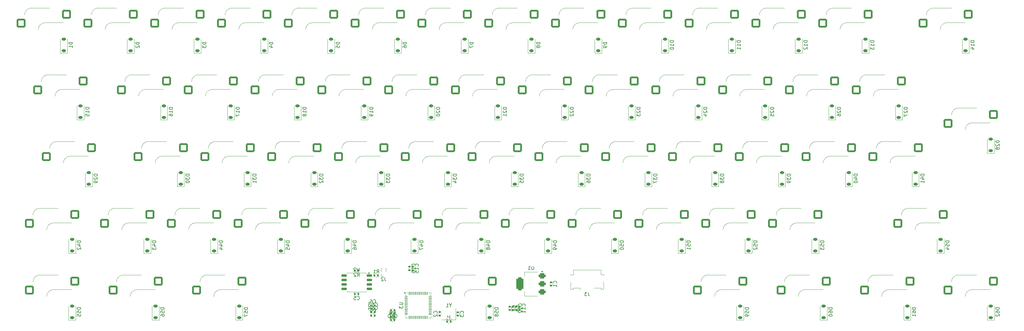
<source format=gbr>
%TF.GenerationSoftware,KiCad,Pcbnew,8.0.3*%
%TF.CreationDate,2024-08-17T23:38:57+08:00*%
%TF.ProjectId,PH60_Rev3,50483630-5f52-4657-9633-2e6b69636164,rev?*%
%TF.SameCoordinates,Original*%
%TF.FileFunction,Legend,Bot*%
%TF.FilePolarity,Positive*%
%FSLAX46Y46*%
G04 Gerber Fmt 4.6, Leading zero omitted, Abs format (unit mm)*
G04 Created by KiCad (PCBNEW 8.0.3) date 2024-08-17 23:38:57*
%MOMM*%
%LPD*%
G01*
G04 APERTURE LIST*
G04 Aperture macros list*
%AMRoundRect*
0 Rectangle with rounded corners*
0 $1 Rounding radius*
0 $2 $3 $4 $5 $6 $7 $8 $9 X,Y pos of 4 corners*
0 Add a 4 corners polygon primitive as box body*
4,1,4,$2,$3,$4,$5,$6,$7,$8,$9,$2,$3,0*
0 Add four circle primitives for the rounded corners*
1,1,$1+$1,$2,$3*
1,1,$1+$1,$4,$5*
1,1,$1+$1,$6,$7*
1,1,$1+$1,$8,$9*
0 Add four rect primitives between the rounded corners*
20,1,$1+$1,$2,$3,$4,$5,0*
20,1,$1+$1,$4,$5,$6,$7,0*
20,1,$1+$1,$6,$7,$8,$9,0*
20,1,$1+$1,$8,$9,$2,$3,0*%
G04 Aperture macros list end*
%ADD10C,0.150000*%
%ADD11C,0.120000*%
%ADD12C,1.750000*%
%ADD13C,3.050000*%
%ADD14C,4.000000*%
%ADD15RoundRect,0.250000X-1.025000X-1.000000X1.025000X-1.000000X1.025000X1.000000X-1.025000X1.000000X0*%
%ADD16RoundRect,0.225000X0.375000X-0.225000X0.375000X0.225000X-0.375000X0.225000X-0.375000X-0.225000X0*%
%ADD17RoundRect,0.140000X0.170000X-0.140000X0.170000X0.140000X-0.170000X0.140000X-0.170000X-0.140000X0*%
%ADD18RoundRect,0.135000X-0.135000X-0.185000X0.135000X-0.185000X0.135000X0.185000X-0.135000X0.185000X0*%
%ADD19RoundRect,0.050000X-0.050000X0.387500X-0.050000X-0.387500X0.050000X-0.387500X0.050000X0.387500X0*%
%ADD20RoundRect,0.050000X-0.387500X0.050000X-0.387500X-0.050000X0.387500X-0.050000X0.387500X0.050000X0*%
%ADD21R,3.200000X3.200000*%
%ADD22R,0.850000X0.850000*%
%ADD23O,0.850000X0.850000*%
%ADD24RoundRect,0.140000X0.140000X0.170000X-0.140000X0.170000X-0.140000X-0.170000X0.140000X-0.170000X0*%
%ADD25RoundRect,0.375000X0.625000X0.375000X-0.625000X0.375000X-0.625000X-0.375000X0.625000X-0.375000X0*%
%ADD26RoundRect,0.500000X0.500000X1.400000X-0.500000X1.400000X-0.500000X-1.400000X0.500000X-1.400000X0*%
%ADD27RoundRect,0.140000X-0.170000X0.140000X-0.170000X-0.140000X0.170000X-0.140000X0.170000X0.140000X0*%
%ADD28RoundRect,0.135000X0.135000X0.185000X-0.135000X0.185000X-0.135000X-0.185000X0.135000X-0.185000X0*%
%ADD29RoundRect,0.150000X0.650000X0.150000X-0.650000X0.150000X-0.650000X-0.150000X0.650000X-0.150000X0*%
%ADD30RoundRect,0.140000X-0.140000X-0.170000X0.140000X-0.170000X0.140000X0.170000X-0.140000X0.170000X0*%
%ADD31R,1.400000X1.200000*%
%ADD32R,0.400000X1.000000*%
%ADD33R,2.000000X1.300000*%
G04 APERTURE END LIST*
D10*
X19441069Y-69110714D02*
X18441069Y-69110714D01*
X18441069Y-69110714D02*
X18441069Y-69348809D01*
X18441069Y-69348809D02*
X18488688Y-69491666D01*
X18488688Y-69491666D02*
X18583926Y-69586904D01*
X18583926Y-69586904D02*
X18679164Y-69634523D01*
X18679164Y-69634523D02*
X18869640Y-69682142D01*
X18869640Y-69682142D02*
X19012497Y-69682142D01*
X19012497Y-69682142D02*
X19202973Y-69634523D01*
X19202973Y-69634523D02*
X19298211Y-69586904D01*
X19298211Y-69586904D02*
X19393450Y-69491666D01*
X19393450Y-69491666D02*
X19441069Y-69348809D01*
X19441069Y-69348809D02*
X19441069Y-69110714D01*
X18774402Y-70539285D02*
X19441069Y-70539285D01*
X18393450Y-70301190D02*
X19107735Y-70063095D01*
X19107735Y-70063095D02*
X19107735Y-70682142D01*
X18536307Y-71015476D02*
X18488688Y-71063095D01*
X18488688Y-71063095D02*
X18441069Y-71158333D01*
X18441069Y-71158333D02*
X18441069Y-71396428D01*
X18441069Y-71396428D02*
X18488688Y-71491666D01*
X18488688Y-71491666D02*
X18536307Y-71539285D01*
X18536307Y-71539285D02*
X18631545Y-71586904D01*
X18631545Y-71586904D02*
X18726783Y-71586904D01*
X18726783Y-71586904D02*
X18869640Y-71539285D01*
X18869640Y-71539285D02*
X19441069Y-70967857D01*
X19441069Y-70967857D02*
X19441069Y-71586904D01*
X143269580Y-88203333D02*
X143317200Y-88155714D01*
X143317200Y-88155714D02*
X143364819Y-88012857D01*
X143364819Y-88012857D02*
X143364819Y-87917619D01*
X143364819Y-87917619D02*
X143317200Y-87774762D01*
X143317200Y-87774762D02*
X143221961Y-87679524D01*
X143221961Y-87679524D02*
X143126723Y-87631905D01*
X143126723Y-87631905D02*
X142936247Y-87584286D01*
X142936247Y-87584286D02*
X142793390Y-87584286D01*
X142793390Y-87584286D02*
X142602914Y-87631905D01*
X142602914Y-87631905D02*
X142507676Y-87679524D01*
X142507676Y-87679524D02*
X142412438Y-87774762D01*
X142412438Y-87774762D02*
X142364819Y-87917619D01*
X142364819Y-87917619D02*
X142364819Y-88012857D01*
X142364819Y-88012857D02*
X142412438Y-88155714D01*
X142412438Y-88155714D02*
X142460057Y-88203333D01*
X142364819Y-88536667D02*
X142364819Y-89203333D01*
X142364819Y-89203333D02*
X143364819Y-88774762D01*
X202797319Y-50060714D02*
X201797319Y-50060714D01*
X201797319Y-50060714D02*
X201797319Y-50298809D01*
X201797319Y-50298809D02*
X201844938Y-50441666D01*
X201844938Y-50441666D02*
X201940176Y-50536904D01*
X201940176Y-50536904D02*
X202035414Y-50584523D01*
X202035414Y-50584523D02*
X202225890Y-50632142D01*
X202225890Y-50632142D02*
X202368747Y-50632142D01*
X202368747Y-50632142D02*
X202559223Y-50584523D01*
X202559223Y-50584523D02*
X202654461Y-50536904D01*
X202654461Y-50536904D02*
X202749700Y-50441666D01*
X202749700Y-50441666D02*
X202797319Y-50298809D01*
X202797319Y-50298809D02*
X202797319Y-50060714D01*
X201797319Y-50965476D02*
X201797319Y-51584523D01*
X201797319Y-51584523D02*
X202178271Y-51251190D01*
X202178271Y-51251190D02*
X202178271Y-51394047D01*
X202178271Y-51394047D02*
X202225890Y-51489285D01*
X202225890Y-51489285D02*
X202273509Y-51536904D01*
X202273509Y-51536904D02*
X202368747Y-51584523D01*
X202368747Y-51584523D02*
X202606842Y-51584523D01*
X202606842Y-51584523D02*
X202702080Y-51536904D01*
X202702080Y-51536904D02*
X202749700Y-51489285D01*
X202749700Y-51489285D02*
X202797319Y-51394047D01*
X202797319Y-51394047D02*
X202797319Y-51108333D01*
X202797319Y-51108333D02*
X202749700Y-51013095D01*
X202749700Y-51013095D02*
X202702080Y-50965476D01*
X202225890Y-52155952D02*
X202178271Y-52060714D01*
X202178271Y-52060714D02*
X202130652Y-52013095D01*
X202130652Y-52013095D02*
X202035414Y-51965476D01*
X202035414Y-51965476D02*
X201987795Y-51965476D01*
X201987795Y-51965476D02*
X201892557Y-52013095D01*
X201892557Y-52013095D02*
X201844938Y-52060714D01*
X201844938Y-52060714D02*
X201797319Y-52155952D01*
X201797319Y-52155952D02*
X201797319Y-52346428D01*
X201797319Y-52346428D02*
X201844938Y-52441666D01*
X201844938Y-52441666D02*
X201892557Y-52489285D01*
X201892557Y-52489285D02*
X201987795Y-52536904D01*
X201987795Y-52536904D02*
X202035414Y-52536904D01*
X202035414Y-52536904D02*
X202130652Y-52489285D01*
X202130652Y-52489285D02*
X202178271Y-52441666D01*
X202178271Y-52441666D02*
X202225890Y-52346428D01*
X202225890Y-52346428D02*
X202225890Y-52155952D01*
X202225890Y-52155952D02*
X202273509Y-52060714D01*
X202273509Y-52060714D02*
X202321128Y-52013095D01*
X202321128Y-52013095D02*
X202416366Y-51965476D01*
X202416366Y-51965476D02*
X202606842Y-51965476D01*
X202606842Y-51965476D02*
X202702080Y-52013095D01*
X202702080Y-52013095D02*
X202749700Y-52060714D01*
X202749700Y-52060714D02*
X202797319Y-52155952D01*
X202797319Y-52155952D02*
X202797319Y-52346428D01*
X202797319Y-52346428D02*
X202749700Y-52441666D01*
X202749700Y-52441666D02*
X202702080Y-52489285D01*
X202702080Y-52489285D02*
X202606842Y-52536904D01*
X202606842Y-52536904D02*
X202416366Y-52536904D01*
X202416366Y-52536904D02*
X202321128Y-52489285D01*
X202321128Y-52489285D02*
X202273509Y-52441666D01*
X202273509Y-52441666D02*
X202225890Y-52346428D01*
X83734819Y-31010714D02*
X82734819Y-31010714D01*
X82734819Y-31010714D02*
X82734819Y-31248809D01*
X82734819Y-31248809D02*
X82782438Y-31391666D01*
X82782438Y-31391666D02*
X82877676Y-31486904D01*
X82877676Y-31486904D02*
X82972914Y-31534523D01*
X82972914Y-31534523D02*
X83163390Y-31582142D01*
X83163390Y-31582142D02*
X83306247Y-31582142D01*
X83306247Y-31582142D02*
X83496723Y-31534523D01*
X83496723Y-31534523D02*
X83591961Y-31486904D01*
X83591961Y-31486904D02*
X83687200Y-31391666D01*
X83687200Y-31391666D02*
X83734819Y-31248809D01*
X83734819Y-31248809D02*
X83734819Y-31010714D01*
X83734819Y-32534523D02*
X83734819Y-31963095D01*
X83734819Y-32248809D02*
X82734819Y-32248809D01*
X82734819Y-32248809D02*
X82877676Y-32153571D01*
X82877676Y-32153571D02*
X82972914Y-32058333D01*
X82972914Y-32058333D02*
X83020533Y-31963095D01*
X83163390Y-33105952D02*
X83115771Y-33010714D01*
X83115771Y-33010714D02*
X83068152Y-32963095D01*
X83068152Y-32963095D02*
X82972914Y-32915476D01*
X82972914Y-32915476D02*
X82925295Y-32915476D01*
X82925295Y-32915476D02*
X82830057Y-32963095D01*
X82830057Y-32963095D02*
X82782438Y-33010714D01*
X82782438Y-33010714D02*
X82734819Y-33105952D01*
X82734819Y-33105952D02*
X82734819Y-33296428D01*
X82734819Y-33296428D02*
X82782438Y-33391666D01*
X82782438Y-33391666D02*
X82830057Y-33439285D01*
X82830057Y-33439285D02*
X82925295Y-33486904D01*
X82925295Y-33486904D02*
X82972914Y-33486904D01*
X82972914Y-33486904D02*
X83068152Y-33439285D01*
X83068152Y-33439285D02*
X83115771Y-33391666D01*
X83115771Y-33391666D02*
X83163390Y-33296428D01*
X83163390Y-33296428D02*
X83163390Y-33105952D01*
X83163390Y-33105952D02*
X83211009Y-33010714D01*
X83211009Y-33010714D02*
X83258628Y-32963095D01*
X83258628Y-32963095D02*
X83353866Y-32915476D01*
X83353866Y-32915476D02*
X83544342Y-32915476D01*
X83544342Y-32915476D02*
X83639580Y-32963095D01*
X83639580Y-32963095D02*
X83687200Y-33010714D01*
X83687200Y-33010714D02*
X83734819Y-33105952D01*
X83734819Y-33105952D02*
X83734819Y-33296428D01*
X83734819Y-33296428D02*
X83687200Y-33391666D01*
X83687200Y-33391666D02*
X83639580Y-33439285D01*
X83639580Y-33439285D02*
X83544342Y-33486904D01*
X83544342Y-33486904D02*
X83353866Y-33486904D01*
X83353866Y-33486904D02*
X83258628Y-33439285D01*
X83258628Y-33439285D02*
X83211009Y-33391666D01*
X83211009Y-33391666D02*
X83163390Y-33296428D01*
X108556666Y-90524819D02*
X108889999Y-90048628D01*
X109128094Y-90524819D02*
X109128094Y-89524819D01*
X109128094Y-89524819D02*
X108747142Y-89524819D01*
X108747142Y-89524819D02*
X108651904Y-89572438D01*
X108651904Y-89572438D02*
X108604285Y-89620057D01*
X108604285Y-89620057D02*
X108556666Y-89715295D01*
X108556666Y-89715295D02*
X108556666Y-89858152D01*
X108556666Y-89858152D02*
X108604285Y-89953390D01*
X108604285Y-89953390D02*
X108651904Y-90001009D01*
X108651904Y-90001009D02*
X108747142Y-90048628D01*
X108747142Y-90048628D02*
X109128094Y-90048628D01*
X108223332Y-89524819D02*
X107604285Y-89524819D01*
X107604285Y-89524819D02*
X107937618Y-89905771D01*
X107937618Y-89905771D02*
X107794761Y-89905771D01*
X107794761Y-89905771D02*
X107699523Y-89953390D01*
X107699523Y-89953390D02*
X107651904Y-90001009D01*
X107651904Y-90001009D02*
X107604285Y-90096247D01*
X107604285Y-90096247D02*
X107604285Y-90334342D01*
X107604285Y-90334342D02*
X107651904Y-90429580D01*
X107651904Y-90429580D02*
X107699523Y-90477200D01*
X107699523Y-90477200D02*
X107794761Y-90524819D01*
X107794761Y-90524819D02*
X108080475Y-90524819D01*
X108080475Y-90524819D02*
X108175713Y-90477200D01*
X108175713Y-90477200D02*
X108223332Y-90429580D01*
X19441069Y-88160714D02*
X18441069Y-88160714D01*
X18441069Y-88160714D02*
X18441069Y-88398809D01*
X18441069Y-88398809D02*
X18488688Y-88541666D01*
X18488688Y-88541666D02*
X18583926Y-88636904D01*
X18583926Y-88636904D02*
X18679164Y-88684523D01*
X18679164Y-88684523D02*
X18869640Y-88732142D01*
X18869640Y-88732142D02*
X19012497Y-88732142D01*
X19012497Y-88732142D02*
X19202973Y-88684523D01*
X19202973Y-88684523D02*
X19298211Y-88636904D01*
X19298211Y-88636904D02*
X19393450Y-88541666D01*
X19393450Y-88541666D02*
X19441069Y-88398809D01*
X19441069Y-88398809D02*
X19441069Y-88160714D01*
X18441069Y-89636904D02*
X18441069Y-89160714D01*
X18441069Y-89160714D02*
X18917259Y-89113095D01*
X18917259Y-89113095D02*
X18869640Y-89160714D01*
X18869640Y-89160714D02*
X18822021Y-89255952D01*
X18822021Y-89255952D02*
X18822021Y-89494047D01*
X18822021Y-89494047D02*
X18869640Y-89589285D01*
X18869640Y-89589285D02*
X18917259Y-89636904D01*
X18917259Y-89636904D02*
X19012497Y-89684523D01*
X19012497Y-89684523D02*
X19250592Y-89684523D01*
X19250592Y-89684523D02*
X19345830Y-89636904D01*
X19345830Y-89636904D02*
X19393450Y-89589285D01*
X19393450Y-89589285D02*
X19441069Y-89494047D01*
X19441069Y-89494047D02*
X19441069Y-89255952D01*
X19441069Y-89255952D02*
X19393450Y-89160714D01*
X19393450Y-89160714D02*
X19345830Y-89113095D01*
X18441069Y-90589285D02*
X18441069Y-90113095D01*
X18441069Y-90113095D02*
X18917259Y-90065476D01*
X18917259Y-90065476D02*
X18869640Y-90113095D01*
X18869640Y-90113095D02*
X18822021Y-90208333D01*
X18822021Y-90208333D02*
X18822021Y-90446428D01*
X18822021Y-90446428D02*
X18869640Y-90541666D01*
X18869640Y-90541666D02*
X18917259Y-90589285D01*
X18917259Y-90589285D02*
X19012497Y-90636904D01*
X19012497Y-90636904D02*
X19250592Y-90636904D01*
X19250592Y-90636904D02*
X19345830Y-90589285D01*
X19345830Y-90589285D02*
X19393450Y-90541666D01*
X19393450Y-90541666D02*
X19441069Y-90446428D01*
X19441069Y-90446428D02*
X19441069Y-90208333D01*
X19441069Y-90208333D02*
X19393450Y-90113095D01*
X19393450Y-90113095D02*
X19345830Y-90065476D01*
X178984819Y-31010714D02*
X177984819Y-31010714D01*
X177984819Y-31010714D02*
X177984819Y-31248809D01*
X177984819Y-31248809D02*
X178032438Y-31391666D01*
X178032438Y-31391666D02*
X178127676Y-31486904D01*
X178127676Y-31486904D02*
X178222914Y-31534523D01*
X178222914Y-31534523D02*
X178413390Y-31582142D01*
X178413390Y-31582142D02*
X178556247Y-31582142D01*
X178556247Y-31582142D02*
X178746723Y-31534523D01*
X178746723Y-31534523D02*
X178841961Y-31486904D01*
X178841961Y-31486904D02*
X178937200Y-31391666D01*
X178937200Y-31391666D02*
X178984819Y-31248809D01*
X178984819Y-31248809D02*
X178984819Y-31010714D01*
X178080057Y-31963095D02*
X178032438Y-32010714D01*
X178032438Y-32010714D02*
X177984819Y-32105952D01*
X177984819Y-32105952D02*
X177984819Y-32344047D01*
X177984819Y-32344047D02*
X178032438Y-32439285D01*
X178032438Y-32439285D02*
X178080057Y-32486904D01*
X178080057Y-32486904D02*
X178175295Y-32534523D01*
X178175295Y-32534523D02*
X178270533Y-32534523D01*
X178270533Y-32534523D02*
X178413390Y-32486904D01*
X178413390Y-32486904D02*
X178984819Y-31915476D01*
X178984819Y-31915476D02*
X178984819Y-32534523D01*
X177984819Y-32867857D02*
X177984819Y-33486904D01*
X177984819Y-33486904D02*
X178365771Y-33153571D01*
X178365771Y-33153571D02*
X178365771Y-33296428D01*
X178365771Y-33296428D02*
X178413390Y-33391666D01*
X178413390Y-33391666D02*
X178461009Y-33439285D01*
X178461009Y-33439285D02*
X178556247Y-33486904D01*
X178556247Y-33486904D02*
X178794342Y-33486904D01*
X178794342Y-33486904D02*
X178889580Y-33439285D01*
X178889580Y-33439285D02*
X178937200Y-33391666D01*
X178937200Y-33391666D02*
X178984819Y-33296428D01*
X178984819Y-33296428D02*
X178984819Y-33010714D01*
X178984819Y-33010714D02*
X178937200Y-32915476D01*
X178937200Y-32915476D02*
X178889580Y-32867857D01*
X231372319Y-69110714D02*
X230372319Y-69110714D01*
X230372319Y-69110714D02*
X230372319Y-69348809D01*
X230372319Y-69348809D02*
X230419938Y-69491666D01*
X230419938Y-69491666D02*
X230515176Y-69586904D01*
X230515176Y-69586904D02*
X230610414Y-69634523D01*
X230610414Y-69634523D02*
X230800890Y-69682142D01*
X230800890Y-69682142D02*
X230943747Y-69682142D01*
X230943747Y-69682142D02*
X231134223Y-69634523D01*
X231134223Y-69634523D02*
X231229461Y-69586904D01*
X231229461Y-69586904D02*
X231324700Y-69491666D01*
X231324700Y-69491666D02*
X231372319Y-69348809D01*
X231372319Y-69348809D02*
X231372319Y-69110714D01*
X230372319Y-70586904D02*
X230372319Y-70110714D01*
X230372319Y-70110714D02*
X230848509Y-70063095D01*
X230848509Y-70063095D02*
X230800890Y-70110714D01*
X230800890Y-70110714D02*
X230753271Y-70205952D01*
X230753271Y-70205952D02*
X230753271Y-70444047D01*
X230753271Y-70444047D02*
X230800890Y-70539285D01*
X230800890Y-70539285D02*
X230848509Y-70586904D01*
X230848509Y-70586904D02*
X230943747Y-70634523D01*
X230943747Y-70634523D02*
X231181842Y-70634523D01*
X231181842Y-70634523D02*
X231277080Y-70586904D01*
X231277080Y-70586904D02*
X231324700Y-70539285D01*
X231324700Y-70539285D02*
X231372319Y-70444047D01*
X231372319Y-70444047D02*
X231372319Y-70205952D01*
X231372319Y-70205952D02*
X231324700Y-70110714D01*
X231324700Y-70110714D02*
X231277080Y-70063095D01*
X230372319Y-70967857D02*
X230372319Y-71586904D01*
X230372319Y-71586904D02*
X230753271Y-71253571D01*
X230753271Y-71253571D02*
X230753271Y-71396428D01*
X230753271Y-71396428D02*
X230800890Y-71491666D01*
X230800890Y-71491666D02*
X230848509Y-71539285D01*
X230848509Y-71539285D02*
X230943747Y-71586904D01*
X230943747Y-71586904D02*
X231181842Y-71586904D01*
X231181842Y-71586904D02*
X231277080Y-71539285D01*
X231277080Y-71539285D02*
X231324700Y-71491666D01*
X231324700Y-71491666D02*
X231372319Y-71396428D01*
X231372319Y-71396428D02*
X231372319Y-71110714D01*
X231372319Y-71110714D02*
X231324700Y-71015476D01*
X231324700Y-71015476D02*
X231277080Y-70967857D01*
X128519580Y-89783333D02*
X128567200Y-89735714D01*
X128567200Y-89735714D02*
X128614819Y-89592857D01*
X128614819Y-89592857D02*
X128614819Y-89497619D01*
X128614819Y-89497619D02*
X128567200Y-89354762D01*
X128567200Y-89354762D02*
X128471961Y-89259524D01*
X128471961Y-89259524D02*
X128376723Y-89211905D01*
X128376723Y-89211905D02*
X128186247Y-89164286D01*
X128186247Y-89164286D02*
X128043390Y-89164286D01*
X128043390Y-89164286D02*
X127852914Y-89211905D01*
X127852914Y-89211905D02*
X127757676Y-89259524D01*
X127757676Y-89259524D02*
X127662438Y-89354762D01*
X127662438Y-89354762D02*
X127614819Y-89497619D01*
X127614819Y-89497619D02*
X127614819Y-89592857D01*
X127614819Y-89592857D02*
X127662438Y-89735714D01*
X127662438Y-89735714D02*
X127710057Y-89783333D01*
X127614819Y-90116667D02*
X127614819Y-90735714D01*
X127614819Y-90735714D02*
X127995771Y-90402381D01*
X127995771Y-90402381D02*
X127995771Y-90545238D01*
X127995771Y-90545238D02*
X128043390Y-90640476D01*
X128043390Y-90640476D02*
X128091009Y-90688095D01*
X128091009Y-90688095D02*
X128186247Y-90735714D01*
X128186247Y-90735714D02*
X128424342Y-90735714D01*
X128424342Y-90735714D02*
X128519580Y-90688095D01*
X128519580Y-90688095D02*
X128567200Y-90640476D01*
X128567200Y-90640476D02*
X128614819Y-90545238D01*
X128614819Y-90545238D02*
X128614819Y-90259524D01*
X128614819Y-90259524D02*
X128567200Y-90164286D01*
X128567200Y-90164286D02*
X128519580Y-90116667D01*
X110274819Y-86775595D02*
X111084342Y-86775595D01*
X111084342Y-86775595D02*
X111179580Y-86823214D01*
X111179580Y-86823214D02*
X111227200Y-86870833D01*
X111227200Y-86870833D02*
X111274819Y-86966071D01*
X111274819Y-86966071D02*
X111274819Y-87156547D01*
X111274819Y-87156547D02*
X111227200Y-87251785D01*
X111227200Y-87251785D02*
X111179580Y-87299404D01*
X111179580Y-87299404D02*
X111084342Y-87347023D01*
X111084342Y-87347023D02*
X110274819Y-87347023D01*
X110274819Y-87727976D02*
X110274819Y-88347023D01*
X110274819Y-88347023D02*
X110655771Y-88013690D01*
X110655771Y-88013690D02*
X110655771Y-88156547D01*
X110655771Y-88156547D02*
X110703390Y-88251785D01*
X110703390Y-88251785D02*
X110751009Y-88299404D01*
X110751009Y-88299404D02*
X110846247Y-88347023D01*
X110846247Y-88347023D02*
X111084342Y-88347023D01*
X111084342Y-88347023D02*
X111179580Y-88299404D01*
X111179580Y-88299404D02*
X111227200Y-88251785D01*
X111227200Y-88251785D02*
X111274819Y-88156547D01*
X111274819Y-88156547D02*
X111274819Y-87870833D01*
X111274819Y-87870833D02*
X111227200Y-87775595D01*
X111227200Y-87775595D02*
X111179580Y-87727976D01*
X174222319Y-69110714D02*
X173222319Y-69110714D01*
X173222319Y-69110714D02*
X173222319Y-69348809D01*
X173222319Y-69348809D02*
X173269938Y-69491666D01*
X173269938Y-69491666D02*
X173365176Y-69586904D01*
X173365176Y-69586904D02*
X173460414Y-69634523D01*
X173460414Y-69634523D02*
X173650890Y-69682142D01*
X173650890Y-69682142D02*
X173793747Y-69682142D01*
X173793747Y-69682142D02*
X173984223Y-69634523D01*
X173984223Y-69634523D02*
X174079461Y-69586904D01*
X174079461Y-69586904D02*
X174174700Y-69491666D01*
X174174700Y-69491666D02*
X174222319Y-69348809D01*
X174222319Y-69348809D02*
X174222319Y-69110714D01*
X173222319Y-70586904D02*
X173222319Y-70110714D01*
X173222319Y-70110714D02*
X173698509Y-70063095D01*
X173698509Y-70063095D02*
X173650890Y-70110714D01*
X173650890Y-70110714D02*
X173603271Y-70205952D01*
X173603271Y-70205952D02*
X173603271Y-70444047D01*
X173603271Y-70444047D02*
X173650890Y-70539285D01*
X173650890Y-70539285D02*
X173698509Y-70586904D01*
X173698509Y-70586904D02*
X173793747Y-70634523D01*
X173793747Y-70634523D02*
X174031842Y-70634523D01*
X174031842Y-70634523D02*
X174127080Y-70586904D01*
X174127080Y-70586904D02*
X174174700Y-70539285D01*
X174174700Y-70539285D02*
X174222319Y-70444047D01*
X174222319Y-70444047D02*
X174222319Y-70205952D01*
X174222319Y-70205952D02*
X174174700Y-70110714D01*
X174174700Y-70110714D02*
X174127080Y-70063095D01*
X173222319Y-71253571D02*
X173222319Y-71348809D01*
X173222319Y-71348809D02*
X173269938Y-71444047D01*
X173269938Y-71444047D02*
X173317557Y-71491666D01*
X173317557Y-71491666D02*
X173412795Y-71539285D01*
X173412795Y-71539285D02*
X173603271Y-71586904D01*
X173603271Y-71586904D02*
X173841366Y-71586904D01*
X173841366Y-71586904D02*
X174031842Y-71539285D01*
X174031842Y-71539285D02*
X174127080Y-71491666D01*
X174127080Y-71491666D02*
X174174700Y-71444047D01*
X174174700Y-71444047D02*
X174222319Y-71348809D01*
X174222319Y-71348809D02*
X174222319Y-71253571D01*
X174222319Y-71253571D02*
X174174700Y-71158333D01*
X174174700Y-71158333D02*
X174127080Y-71110714D01*
X174127080Y-71110714D02*
X174031842Y-71063095D01*
X174031842Y-71063095D02*
X173841366Y-71015476D01*
X173841366Y-71015476D02*
X173603271Y-71015476D01*
X173603271Y-71015476D02*
X173412795Y-71063095D01*
X173412795Y-71063095D02*
X173317557Y-71110714D01*
X173317557Y-71110714D02*
X173269938Y-71158333D01*
X173269938Y-71158333D02*
X173222319Y-71253571D01*
X106133333Y-79514819D02*
X106133333Y-80229104D01*
X106133333Y-80229104D02*
X106180952Y-80371961D01*
X106180952Y-80371961D02*
X106276190Y-80467200D01*
X106276190Y-80467200D02*
X106419047Y-80514819D01*
X106419047Y-80514819D02*
X106514285Y-80514819D01*
X105704761Y-79610057D02*
X105657142Y-79562438D01*
X105657142Y-79562438D02*
X105561904Y-79514819D01*
X105561904Y-79514819D02*
X105323809Y-79514819D01*
X105323809Y-79514819D02*
X105228571Y-79562438D01*
X105228571Y-79562438D02*
X105180952Y-79610057D01*
X105180952Y-79610057D02*
X105133333Y-79705295D01*
X105133333Y-79705295D02*
X105133333Y-79800533D01*
X105133333Y-79800533D02*
X105180952Y-79943390D01*
X105180952Y-79943390D02*
X105752380Y-80514819D01*
X105752380Y-80514819D02*
X105133333Y-80514819D01*
X67066069Y-88160714D02*
X66066069Y-88160714D01*
X66066069Y-88160714D02*
X66066069Y-88398809D01*
X66066069Y-88398809D02*
X66113688Y-88541666D01*
X66113688Y-88541666D02*
X66208926Y-88636904D01*
X66208926Y-88636904D02*
X66304164Y-88684523D01*
X66304164Y-88684523D02*
X66494640Y-88732142D01*
X66494640Y-88732142D02*
X66637497Y-88732142D01*
X66637497Y-88732142D02*
X66827973Y-88684523D01*
X66827973Y-88684523D02*
X66923211Y-88636904D01*
X66923211Y-88636904D02*
X67018450Y-88541666D01*
X67018450Y-88541666D02*
X67066069Y-88398809D01*
X67066069Y-88398809D02*
X67066069Y-88160714D01*
X66066069Y-89636904D02*
X66066069Y-89160714D01*
X66066069Y-89160714D02*
X66542259Y-89113095D01*
X66542259Y-89113095D02*
X66494640Y-89160714D01*
X66494640Y-89160714D02*
X66447021Y-89255952D01*
X66447021Y-89255952D02*
X66447021Y-89494047D01*
X66447021Y-89494047D02*
X66494640Y-89589285D01*
X66494640Y-89589285D02*
X66542259Y-89636904D01*
X66542259Y-89636904D02*
X66637497Y-89684523D01*
X66637497Y-89684523D02*
X66875592Y-89684523D01*
X66875592Y-89684523D02*
X66970830Y-89636904D01*
X66970830Y-89636904D02*
X67018450Y-89589285D01*
X67018450Y-89589285D02*
X67066069Y-89494047D01*
X67066069Y-89494047D02*
X67066069Y-89255952D01*
X67066069Y-89255952D02*
X67018450Y-89160714D01*
X67018450Y-89160714D02*
X66970830Y-89113095D01*
X66066069Y-90017857D02*
X66066069Y-90684523D01*
X66066069Y-90684523D02*
X67066069Y-90255952D01*
X103412857Y-87729580D02*
X103460476Y-87777200D01*
X103460476Y-87777200D02*
X103603333Y-87824819D01*
X103603333Y-87824819D02*
X103698571Y-87824819D01*
X103698571Y-87824819D02*
X103841428Y-87777200D01*
X103841428Y-87777200D02*
X103936666Y-87681961D01*
X103936666Y-87681961D02*
X103984285Y-87586723D01*
X103984285Y-87586723D02*
X104031904Y-87396247D01*
X104031904Y-87396247D02*
X104031904Y-87253390D01*
X104031904Y-87253390D02*
X103984285Y-87062914D01*
X103984285Y-87062914D02*
X103936666Y-86967676D01*
X103936666Y-86967676D02*
X103841428Y-86872438D01*
X103841428Y-86872438D02*
X103698571Y-86824819D01*
X103698571Y-86824819D02*
X103603333Y-86824819D01*
X103603333Y-86824819D02*
X103460476Y-86872438D01*
X103460476Y-86872438D02*
X103412857Y-86920057D01*
X102460476Y-87824819D02*
X103031904Y-87824819D01*
X102746190Y-87824819D02*
X102746190Y-86824819D01*
X102746190Y-86824819D02*
X102841428Y-86967676D01*
X102841428Y-86967676D02*
X102936666Y-87062914D01*
X102936666Y-87062914D02*
X103031904Y-87110533D01*
X102127142Y-86824819D02*
X101508095Y-86824819D01*
X101508095Y-86824819D02*
X101841428Y-87205771D01*
X101841428Y-87205771D02*
X101698571Y-87205771D01*
X101698571Y-87205771D02*
X101603333Y-87253390D01*
X101603333Y-87253390D02*
X101555714Y-87301009D01*
X101555714Y-87301009D02*
X101508095Y-87396247D01*
X101508095Y-87396247D02*
X101508095Y-87634342D01*
X101508095Y-87634342D02*
X101555714Y-87729580D01*
X101555714Y-87729580D02*
X101603333Y-87777200D01*
X101603333Y-87777200D02*
X101698571Y-87824819D01*
X101698571Y-87824819D02*
X101984285Y-87824819D01*
X101984285Y-87824819D02*
X102079523Y-87777200D01*
X102079523Y-87777200D02*
X102127142Y-87729580D01*
X21822319Y-31010714D02*
X20822319Y-31010714D01*
X20822319Y-31010714D02*
X20822319Y-31248809D01*
X20822319Y-31248809D02*
X20869938Y-31391666D01*
X20869938Y-31391666D02*
X20965176Y-31486904D01*
X20965176Y-31486904D02*
X21060414Y-31534523D01*
X21060414Y-31534523D02*
X21250890Y-31582142D01*
X21250890Y-31582142D02*
X21393747Y-31582142D01*
X21393747Y-31582142D02*
X21584223Y-31534523D01*
X21584223Y-31534523D02*
X21679461Y-31486904D01*
X21679461Y-31486904D02*
X21774700Y-31391666D01*
X21774700Y-31391666D02*
X21822319Y-31248809D01*
X21822319Y-31248809D02*
X21822319Y-31010714D01*
X21822319Y-32534523D02*
X21822319Y-31963095D01*
X21822319Y-32248809D02*
X20822319Y-32248809D01*
X20822319Y-32248809D02*
X20965176Y-32153571D01*
X20965176Y-32153571D02*
X21060414Y-32058333D01*
X21060414Y-32058333D02*
X21108033Y-31963095D01*
X20822319Y-33439285D02*
X20822319Y-32963095D01*
X20822319Y-32963095D02*
X21298509Y-32915476D01*
X21298509Y-32915476D02*
X21250890Y-32963095D01*
X21250890Y-32963095D02*
X21203271Y-33058333D01*
X21203271Y-33058333D02*
X21203271Y-33296428D01*
X21203271Y-33296428D02*
X21250890Y-33391666D01*
X21250890Y-33391666D02*
X21298509Y-33439285D01*
X21298509Y-33439285D02*
X21393747Y-33486904D01*
X21393747Y-33486904D02*
X21631842Y-33486904D01*
X21631842Y-33486904D02*
X21727080Y-33439285D01*
X21727080Y-33439285D02*
X21774700Y-33391666D01*
X21774700Y-33391666D02*
X21822319Y-33296428D01*
X21822319Y-33296428D02*
X21822319Y-33058333D01*
X21822319Y-33058333D02*
X21774700Y-32963095D01*
X21774700Y-32963095D02*
X21727080Y-32915476D01*
X109012857Y-90949580D02*
X109060476Y-90997200D01*
X109060476Y-90997200D02*
X109203333Y-91044819D01*
X109203333Y-91044819D02*
X109298571Y-91044819D01*
X109298571Y-91044819D02*
X109441428Y-90997200D01*
X109441428Y-90997200D02*
X109536666Y-90901961D01*
X109536666Y-90901961D02*
X109584285Y-90806723D01*
X109584285Y-90806723D02*
X109631904Y-90616247D01*
X109631904Y-90616247D02*
X109631904Y-90473390D01*
X109631904Y-90473390D02*
X109584285Y-90282914D01*
X109584285Y-90282914D02*
X109536666Y-90187676D01*
X109536666Y-90187676D02*
X109441428Y-90092438D01*
X109441428Y-90092438D02*
X109298571Y-90044819D01*
X109298571Y-90044819D02*
X109203333Y-90044819D01*
X109203333Y-90044819D02*
X109060476Y-90092438D01*
X109060476Y-90092438D02*
X109012857Y-90140057D01*
X108060476Y-91044819D02*
X108631904Y-91044819D01*
X108346190Y-91044819D02*
X108346190Y-90044819D01*
X108346190Y-90044819D02*
X108441428Y-90187676D01*
X108441428Y-90187676D02*
X108536666Y-90282914D01*
X108536666Y-90282914D02*
X108631904Y-90330533D01*
X107441428Y-90044819D02*
X107346190Y-90044819D01*
X107346190Y-90044819D02*
X107250952Y-90092438D01*
X107250952Y-90092438D02*
X107203333Y-90140057D01*
X107203333Y-90140057D02*
X107155714Y-90235295D01*
X107155714Y-90235295D02*
X107108095Y-90425771D01*
X107108095Y-90425771D02*
X107108095Y-90663866D01*
X107108095Y-90663866D02*
X107155714Y-90854342D01*
X107155714Y-90854342D02*
X107203333Y-90949580D01*
X107203333Y-90949580D02*
X107250952Y-90997200D01*
X107250952Y-90997200D02*
X107346190Y-91044819D01*
X107346190Y-91044819D02*
X107441428Y-91044819D01*
X107441428Y-91044819D02*
X107536666Y-90997200D01*
X107536666Y-90997200D02*
X107584285Y-90949580D01*
X107584285Y-90949580D02*
X107631904Y-90854342D01*
X107631904Y-90854342D02*
X107679523Y-90663866D01*
X107679523Y-90663866D02*
X107679523Y-90425771D01*
X107679523Y-90425771D02*
X107631904Y-90235295D01*
X107631904Y-90235295D02*
X107584285Y-90140057D01*
X107584285Y-90140057D02*
X107536666Y-90092438D01*
X107536666Y-90092438D02*
X107441428Y-90044819D01*
X150409819Y-12436905D02*
X149409819Y-12436905D01*
X149409819Y-12436905D02*
X149409819Y-12675000D01*
X149409819Y-12675000D02*
X149457438Y-12817857D01*
X149457438Y-12817857D02*
X149552676Y-12913095D01*
X149552676Y-12913095D02*
X149647914Y-12960714D01*
X149647914Y-12960714D02*
X149838390Y-13008333D01*
X149838390Y-13008333D02*
X149981247Y-13008333D01*
X149981247Y-13008333D02*
X150171723Y-12960714D01*
X150171723Y-12960714D02*
X150266961Y-12913095D01*
X150266961Y-12913095D02*
X150362200Y-12817857D01*
X150362200Y-12817857D02*
X150409819Y-12675000D01*
X150409819Y-12675000D02*
X150409819Y-12436905D01*
X149838390Y-13579762D02*
X149790771Y-13484524D01*
X149790771Y-13484524D02*
X149743152Y-13436905D01*
X149743152Y-13436905D02*
X149647914Y-13389286D01*
X149647914Y-13389286D02*
X149600295Y-13389286D01*
X149600295Y-13389286D02*
X149505057Y-13436905D01*
X149505057Y-13436905D02*
X149457438Y-13484524D01*
X149457438Y-13484524D02*
X149409819Y-13579762D01*
X149409819Y-13579762D02*
X149409819Y-13770238D01*
X149409819Y-13770238D02*
X149457438Y-13865476D01*
X149457438Y-13865476D02*
X149505057Y-13913095D01*
X149505057Y-13913095D02*
X149600295Y-13960714D01*
X149600295Y-13960714D02*
X149647914Y-13960714D01*
X149647914Y-13960714D02*
X149743152Y-13913095D01*
X149743152Y-13913095D02*
X149790771Y-13865476D01*
X149790771Y-13865476D02*
X149838390Y-13770238D01*
X149838390Y-13770238D02*
X149838390Y-13579762D01*
X149838390Y-13579762D02*
X149886009Y-13484524D01*
X149886009Y-13484524D02*
X149933628Y-13436905D01*
X149933628Y-13436905D02*
X150028866Y-13389286D01*
X150028866Y-13389286D02*
X150219342Y-13389286D01*
X150219342Y-13389286D02*
X150314580Y-13436905D01*
X150314580Y-13436905D02*
X150362200Y-13484524D01*
X150362200Y-13484524D02*
X150409819Y-13579762D01*
X150409819Y-13579762D02*
X150409819Y-13770238D01*
X150409819Y-13770238D02*
X150362200Y-13865476D01*
X150362200Y-13865476D02*
X150314580Y-13913095D01*
X150314580Y-13913095D02*
X150219342Y-13960714D01*
X150219342Y-13960714D02*
X150028866Y-13960714D01*
X150028866Y-13960714D02*
X149933628Y-13913095D01*
X149933628Y-13913095D02*
X149886009Y-13865476D01*
X149886009Y-13865476D02*
X149838390Y-13770238D01*
X148611904Y-76354819D02*
X148611904Y-77164342D01*
X148611904Y-77164342D02*
X148564285Y-77259580D01*
X148564285Y-77259580D02*
X148516666Y-77307200D01*
X148516666Y-77307200D02*
X148421428Y-77354819D01*
X148421428Y-77354819D02*
X148230952Y-77354819D01*
X148230952Y-77354819D02*
X148135714Y-77307200D01*
X148135714Y-77307200D02*
X148088095Y-77259580D01*
X148088095Y-77259580D02*
X148040476Y-77164342D01*
X148040476Y-77164342D02*
X148040476Y-76354819D01*
X147040476Y-77354819D02*
X147611904Y-77354819D01*
X147326190Y-77354819D02*
X147326190Y-76354819D01*
X147326190Y-76354819D02*
X147421428Y-76497676D01*
X147421428Y-76497676D02*
X147516666Y-76592914D01*
X147516666Y-76592914D02*
X147611904Y-76640533D01*
X146119580Y-87727142D02*
X146167200Y-87679523D01*
X146167200Y-87679523D02*
X146214819Y-87536666D01*
X146214819Y-87536666D02*
X146214819Y-87441428D01*
X146214819Y-87441428D02*
X146167200Y-87298571D01*
X146167200Y-87298571D02*
X146071961Y-87203333D01*
X146071961Y-87203333D02*
X145976723Y-87155714D01*
X145976723Y-87155714D02*
X145786247Y-87108095D01*
X145786247Y-87108095D02*
X145643390Y-87108095D01*
X145643390Y-87108095D02*
X145452914Y-87155714D01*
X145452914Y-87155714D02*
X145357676Y-87203333D01*
X145357676Y-87203333D02*
X145262438Y-87298571D01*
X145262438Y-87298571D02*
X145214819Y-87441428D01*
X145214819Y-87441428D02*
X145214819Y-87536666D01*
X145214819Y-87536666D02*
X145262438Y-87679523D01*
X145262438Y-87679523D02*
X145310057Y-87727142D01*
X146214819Y-88679523D02*
X146214819Y-88108095D01*
X146214819Y-88393809D02*
X145214819Y-88393809D01*
X145214819Y-88393809D02*
X145357676Y-88298571D01*
X145357676Y-88298571D02*
X145452914Y-88203333D01*
X145452914Y-88203333D02*
X145500533Y-88108095D01*
X146214819Y-89631904D02*
X146214819Y-89060476D01*
X146214819Y-89346190D02*
X145214819Y-89346190D01*
X145214819Y-89346190D02*
X145357676Y-89250952D01*
X145357676Y-89250952D02*
X145452914Y-89155714D01*
X145452914Y-89155714D02*
X145500533Y-89060476D01*
X102784819Y-31010714D02*
X101784819Y-31010714D01*
X101784819Y-31010714D02*
X101784819Y-31248809D01*
X101784819Y-31248809D02*
X101832438Y-31391666D01*
X101832438Y-31391666D02*
X101927676Y-31486904D01*
X101927676Y-31486904D02*
X102022914Y-31534523D01*
X102022914Y-31534523D02*
X102213390Y-31582142D01*
X102213390Y-31582142D02*
X102356247Y-31582142D01*
X102356247Y-31582142D02*
X102546723Y-31534523D01*
X102546723Y-31534523D02*
X102641961Y-31486904D01*
X102641961Y-31486904D02*
X102737200Y-31391666D01*
X102737200Y-31391666D02*
X102784819Y-31248809D01*
X102784819Y-31248809D02*
X102784819Y-31010714D01*
X102784819Y-32534523D02*
X102784819Y-31963095D01*
X102784819Y-32248809D02*
X101784819Y-32248809D01*
X101784819Y-32248809D02*
X101927676Y-32153571D01*
X101927676Y-32153571D02*
X102022914Y-32058333D01*
X102022914Y-32058333D02*
X102070533Y-31963095D01*
X102784819Y-33010714D02*
X102784819Y-33201190D01*
X102784819Y-33201190D02*
X102737200Y-33296428D01*
X102737200Y-33296428D02*
X102689580Y-33344047D01*
X102689580Y-33344047D02*
X102546723Y-33439285D01*
X102546723Y-33439285D02*
X102356247Y-33486904D01*
X102356247Y-33486904D02*
X101975295Y-33486904D01*
X101975295Y-33486904D02*
X101880057Y-33439285D01*
X101880057Y-33439285D02*
X101832438Y-33391666D01*
X101832438Y-33391666D02*
X101784819Y-33296428D01*
X101784819Y-33296428D02*
X101784819Y-33105952D01*
X101784819Y-33105952D02*
X101832438Y-33010714D01*
X101832438Y-33010714D02*
X101880057Y-32963095D01*
X101880057Y-32963095D02*
X101975295Y-32915476D01*
X101975295Y-32915476D02*
X102213390Y-32915476D01*
X102213390Y-32915476D02*
X102308628Y-32963095D01*
X102308628Y-32963095D02*
X102356247Y-33010714D01*
X102356247Y-33010714D02*
X102403866Y-33105952D01*
X102403866Y-33105952D02*
X102403866Y-33296428D01*
X102403866Y-33296428D02*
X102356247Y-33391666D01*
X102356247Y-33391666D02*
X102308628Y-33439285D01*
X102308628Y-33439285D02*
X102213390Y-33486904D01*
X140884819Y-31010714D02*
X139884819Y-31010714D01*
X139884819Y-31010714D02*
X139884819Y-31248809D01*
X139884819Y-31248809D02*
X139932438Y-31391666D01*
X139932438Y-31391666D02*
X140027676Y-31486904D01*
X140027676Y-31486904D02*
X140122914Y-31534523D01*
X140122914Y-31534523D02*
X140313390Y-31582142D01*
X140313390Y-31582142D02*
X140456247Y-31582142D01*
X140456247Y-31582142D02*
X140646723Y-31534523D01*
X140646723Y-31534523D02*
X140741961Y-31486904D01*
X140741961Y-31486904D02*
X140837200Y-31391666D01*
X140837200Y-31391666D02*
X140884819Y-31248809D01*
X140884819Y-31248809D02*
X140884819Y-31010714D01*
X139980057Y-31963095D02*
X139932438Y-32010714D01*
X139932438Y-32010714D02*
X139884819Y-32105952D01*
X139884819Y-32105952D02*
X139884819Y-32344047D01*
X139884819Y-32344047D02*
X139932438Y-32439285D01*
X139932438Y-32439285D02*
X139980057Y-32486904D01*
X139980057Y-32486904D02*
X140075295Y-32534523D01*
X140075295Y-32534523D02*
X140170533Y-32534523D01*
X140170533Y-32534523D02*
X140313390Y-32486904D01*
X140313390Y-32486904D02*
X140884819Y-31915476D01*
X140884819Y-31915476D02*
X140884819Y-32534523D01*
X140884819Y-33486904D02*
X140884819Y-32915476D01*
X140884819Y-33201190D02*
X139884819Y-33201190D01*
X139884819Y-33201190D02*
X140027676Y-33105952D01*
X140027676Y-33105952D02*
X140122914Y-33010714D01*
X140122914Y-33010714D02*
X140170533Y-32915476D01*
X240897319Y-50060714D02*
X239897319Y-50060714D01*
X239897319Y-50060714D02*
X239897319Y-50298809D01*
X239897319Y-50298809D02*
X239944938Y-50441666D01*
X239944938Y-50441666D02*
X240040176Y-50536904D01*
X240040176Y-50536904D02*
X240135414Y-50584523D01*
X240135414Y-50584523D02*
X240325890Y-50632142D01*
X240325890Y-50632142D02*
X240468747Y-50632142D01*
X240468747Y-50632142D02*
X240659223Y-50584523D01*
X240659223Y-50584523D02*
X240754461Y-50536904D01*
X240754461Y-50536904D02*
X240849700Y-50441666D01*
X240849700Y-50441666D02*
X240897319Y-50298809D01*
X240897319Y-50298809D02*
X240897319Y-50060714D01*
X240230652Y-51489285D02*
X240897319Y-51489285D01*
X239849700Y-51251190D02*
X240563985Y-51013095D01*
X240563985Y-51013095D02*
X240563985Y-51632142D01*
X239897319Y-52203571D02*
X239897319Y-52298809D01*
X239897319Y-52298809D02*
X239944938Y-52394047D01*
X239944938Y-52394047D02*
X239992557Y-52441666D01*
X239992557Y-52441666D02*
X240087795Y-52489285D01*
X240087795Y-52489285D02*
X240278271Y-52536904D01*
X240278271Y-52536904D02*
X240516366Y-52536904D01*
X240516366Y-52536904D02*
X240706842Y-52489285D01*
X240706842Y-52489285D02*
X240802080Y-52441666D01*
X240802080Y-52441666D02*
X240849700Y-52394047D01*
X240849700Y-52394047D02*
X240897319Y-52298809D01*
X240897319Y-52298809D02*
X240897319Y-52203571D01*
X240897319Y-52203571D02*
X240849700Y-52108333D01*
X240849700Y-52108333D02*
X240802080Y-52060714D01*
X240802080Y-52060714D02*
X240706842Y-52013095D01*
X240706842Y-52013095D02*
X240516366Y-51965476D01*
X240516366Y-51965476D02*
X240278271Y-51965476D01*
X240278271Y-51965476D02*
X240087795Y-52013095D01*
X240087795Y-52013095D02*
X239992557Y-52060714D01*
X239992557Y-52060714D02*
X239944938Y-52108333D01*
X239944938Y-52108333D02*
X239897319Y-52203571D01*
X164697319Y-50060714D02*
X163697319Y-50060714D01*
X163697319Y-50060714D02*
X163697319Y-50298809D01*
X163697319Y-50298809D02*
X163744938Y-50441666D01*
X163744938Y-50441666D02*
X163840176Y-50536904D01*
X163840176Y-50536904D02*
X163935414Y-50584523D01*
X163935414Y-50584523D02*
X164125890Y-50632142D01*
X164125890Y-50632142D02*
X164268747Y-50632142D01*
X164268747Y-50632142D02*
X164459223Y-50584523D01*
X164459223Y-50584523D02*
X164554461Y-50536904D01*
X164554461Y-50536904D02*
X164649700Y-50441666D01*
X164649700Y-50441666D02*
X164697319Y-50298809D01*
X164697319Y-50298809D02*
X164697319Y-50060714D01*
X163697319Y-50965476D02*
X163697319Y-51584523D01*
X163697319Y-51584523D02*
X164078271Y-51251190D01*
X164078271Y-51251190D02*
X164078271Y-51394047D01*
X164078271Y-51394047D02*
X164125890Y-51489285D01*
X164125890Y-51489285D02*
X164173509Y-51536904D01*
X164173509Y-51536904D02*
X164268747Y-51584523D01*
X164268747Y-51584523D02*
X164506842Y-51584523D01*
X164506842Y-51584523D02*
X164602080Y-51536904D01*
X164602080Y-51536904D02*
X164649700Y-51489285D01*
X164649700Y-51489285D02*
X164697319Y-51394047D01*
X164697319Y-51394047D02*
X164697319Y-51108333D01*
X164697319Y-51108333D02*
X164649700Y-51013095D01*
X164649700Y-51013095D02*
X164602080Y-50965476D01*
X163697319Y-52441666D02*
X163697319Y-52251190D01*
X163697319Y-52251190D02*
X163744938Y-52155952D01*
X163744938Y-52155952D02*
X163792557Y-52108333D01*
X163792557Y-52108333D02*
X163935414Y-52013095D01*
X163935414Y-52013095D02*
X164125890Y-51965476D01*
X164125890Y-51965476D02*
X164506842Y-51965476D01*
X164506842Y-51965476D02*
X164602080Y-52013095D01*
X164602080Y-52013095D02*
X164649700Y-52060714D01*
X164649700Y-52060714D02*
X164697319Y-52155952D01*
X164697319Y-52155952D02*
X164697319Y-52346428D01*
X164697319Y-52346428D02*
X164649700Y-52441666D01*
X164649700Y-52441666D02*
X164602080Y-52489285D01*
X164602080Y-52489285D02*
X164506842Y-52536904D01*
X164506842Y-52536904D02*
X164268747Y-52536904D01*
X164268747Y-52536904D02*
X164173509Y-52489285D01*
X164173509Y-52489285D02*
X164125890Y-52441666D01*
X164125890Y-52441666D02*
X164078271Y-52346428D01*
X164078271Y-52346428D02*
X164078271Y-52155952D01*
X164078271Y-52155952D02*
X164125890Y-52060714D01*
X164125890Y-52060714D02*
X164173509Y-52013095D01*
X164173509Y-52013095D02*
X164268747Y-51965476D01*
X120999580Y-89763333D02*
X121047200Y-89715714D01*
X121047200Y-89715714D02*
X121094819Y-89572857D01*
X121094819Y-89572857D02*
X121094819Y-89477619D01*
X121094819Y-89477619D02*
X121047200Y-89334762D01*
X121047200Y-89334762D02*
X120951961Y-89239524D01*
X120951961Y-89239524D02*
X120856723Y-89191905D01*
X120856723Y-89191905D02*
X120666247Y-89144286D01*
X120666247Y-89144286D02*
X120523390Y-89144286D01*
X120523390Y-89144286D02*
X120332914Y-89191905D01*
X120332914Y-89191905D02*
X120237676Y-89239524D01*
X120237676Y-89239524D02*
X120142438Y-89334762D01*
X120142438Y-89334762D02*
X120094819Y-89477619D01*
X120094819Y-89477619D02*
X120094819Y-89572857D01*
X120094819Y-89572857D02*
X120142438Y-89715714D01*
X120142438Y-89715714D02*
X120190057Y-89763333D01*
X120190057Y-90144286D02*
X120142438Y-90191905D01*
X120142438Y-90191905D02*
X120094819Y-90287143D01*
X120094819Y-90287143D02*
X120094819Y-90525238D01*
X120094819Y-90525238D02*
X120142438Y-90620476D01*
X120142438Y-90620476D02*
X120190057Y-90668095D01*
X120190057Y-90668095D02*
X120285295Y-90715714D01*
X120285295Y-90715714D02*
X120380533Y-90715714D01*
X120380533Y-90715714D02*
X120523390Y-90668095D01*
X120523390Y-90668095D02*
X121094819Y-90096667D01*
X121094819Y-90096667D02*
X121094819Y-90715714D01*
X212322319Y-69110714D02*
X211322319Y-69110714D01*
X211322319Y-69110714D02*
X211322319Y-69348809D01*
X211322319Y-69348809D02*
X211369938Y-69491666D01*
X211369938Y-69491666D02*
X211465176Y-69586904D01*
X211465176Y-69586904D02*
X211560414Y-69634523D01*
X211560414Y-69634523D02*
X211750890Y-69682142D01*
X211750890Y-69682142D02*
X211893747Y-69682142D01*
X211893747Y-69682142D02*
X212084223Y-69634523D01*
X212084223Y-69634523D02*
X212179461Y-69586904D01*
X212179461Y-69586904D02*
X212274700Y-69491666D01*
X212274700Y-69491666D02*
X212322319Y-69348809D01*
X212322319Y-69348809D02*
X212322319Y-69110714D01*
X211322319Y-70586904D02*
X211322319Y-70110714D01*
X211322319Y-70110714D02*
X211798509Y-70063095D01*
X211798509Y-70063095D02*
X211750890Y-70110714D01*
X211750890Y-70110714D02*
X211703271Y-70205952D01*
X211703271Y-70205952D02*
X211703271Y-70444047D01*
X211703271Y-70444047D02*
X211750890Y-70539285D01*
X211750890Y-70539285D02*
X211798509Y-70586904D01*
X211798509Y-70586904D02*
X211893747Y-70634523D01*
X211893747Y-70634523D02*
X212131842Y-70634523D01*
X212131842Y-70634523D02*
X212227080Y-70586904D01*
X212227080Y-70586904D02*
X212274700Y-70539285D01*
X212274700Y-70539285D02*
X212322319Y-70444047D01*
X212322319Y-70444047D02*
X212322319Y-70205952D01*
X212322319Y-70205952D02*
X212274700Y-70110714D01*
X212274700Y-70110714D02*
X212227080Y-70063095D01*
X211417557Y-71015476D02*
X211369938Y-71063095D01*
X211369938Y-71063095D02*
X211322319Y-71158333D01*
X211322319Y-71158333D02*
X211322319Y-71396428D01*
X211322319Y-71396428D02*
X211369938Y-71491666D01*
X211369938Y-71491666D02*
X211417557Y-71539285D01*
X211417557Y-71539285D02*
X211512795Y-71586904D01*
X211512795Y-71586904D02*
X211608033Y-71586904D01*
X211608033Y-71586904D02*
X211750890Y-71539285D01*
X211750890Y-71539285D02*
X212322319Y-70967857D01*
X212322319Y-70967857D02*
X212322319Y-71586904D01*
X45634819Y-31010714D02*
X44634819Y-31010714D01*
X44634819Y-31010714D02*
X44634819Y-31248809D01*
X44634819Y-31248809D02*
X44682438Y-31391666D01*
X44682438Y-31391666D02*
X44777676Y-31486904D01*
X44777676Y-31486904D02*
X44872914Y-31534523D01*
X44872914Y-31534523D02*
X45063390Y-31582142D01*
X45063390Y-31582142D02*
X45206247Y-31582142D01*
X45206247Y-31582142D02*
X45396723Y-31534523D01*
X45396723Y-31534523D02*
X45491961Y-31486904D01*
X45491961Y-31486904D02*
X45587200Y-31391666D01*
X45587200Y-31391666D02*
X45634819Y-31248809D01*
X45634819Y-31248809D02*
X45634819Y-31010714D01*
X45634819Y-32534523D02*
X45634819Y-31963095D01*
X45634819Y-32248809D02*
X44634819Y-32248809D01*
X44634819Y-32248809D02*
X44777676Y-32153571D01*
X44777676Y-32153571D02*
X44872914Y-32058333D01*
X44872914Y-32058333D02*
X44920533Y-31963095D01*
X44634819Y-33391666D02*
X44634819Y-33201190D01*
X44634819Y-33201190D02*
X44682438Y-33105952D01*
X44682438Y-33105952D02*
X44730057Y-33058333D01*
X44730057Y-33058333D02*
X44872914Y-32963095D01*
X44872914Y-32963095D02*
X45063390Y-32915476D01*
X45063390Y-32915476D02*
X45444342Y-32915476D01*
X45444342Y-32915476D02*
X45539580Y-32963095D01*
X45539580Y-32963095D02*
X45587200Y-33010714D01*
X45587200Y-33010714D02*
X45634819Y-33105952D01*
X45634819Y-33105952D02*
X45634819Y-33296428D01*
X45634819Y-33296428D02*
X45587200Y-33391666D01*
X45587200Y-33391666D02*
X45539580Y-33439285D01*
X45539580Y-33439285D02*
X45444342Y-33486904D01*
X45444342Y-33486904D02*
X45206247Y-33486904D01*
X45206247Y-33486904D02*
X45111009Y-33439285D01*
X45111009Y-33439285D02*
X45063390Y-33391666D01*
X45063390Y-33391666D02*
X45015771Y-33296428D01*
X45015771Y-33296428D02*
X45015771Y-33105952D01*
X45015771Y-33105952D02*
X45063390Y-33010714D01*
X45063390Y-33010714D02*
X45111009Y-32963095D01*
X45111009Y-32963095D02*
X45206247Y-32915476D01*
X281378569Y-40535714D02*
X280378569Y-40535714D01*
X280378569Y-40535714D02*
X280378569Y-40773809D01*
X280378569Y-40773809D02*
X280426188Y-40916666D01*
X280426188Y-40916666D02*
X280521426Y-41011904D01*
X280521426Y-41011904D02*
X280616664Y-41059523D01*
X280616664Y-41059523D02*
X280807140Y-41107142D01*
X280807140Y-41107142D02*
X280949997Y-41107142D01*
X280949997Y-41107142D02*
X281140473Y-41059523D01*
X281140473Y-41059523D02*
X281235711Y-41011904D01*
X281235711Y-41011904D02*
X281330950Y-40916666D01*
X281330950Y-40916666D02*
X281378569Y-40773809D01*
X281378569Y-40773809D02*
X281378569Y-40535714D01*
X280473807Y-41488095D02*
X280426188Y-41535714D01*
X280426188Y-41535714D02*
X280378569Y-41630952D01*
X280378569Y-41630952D02*
X280378569Y-41869047D01*
X280378569Y-41869047D02*
X280426188Y-41964285D01*
X280426188Y-41964285D02*
X280473807Y-42011904D01*
X280473807Y-42011904D02*
X280569045Y-42059523D01*
X280569045Y-42059523D02*
X280664283Y-42059523D01*
X280664283Y-42059523D02*
X280807140Y-42011904D01*
X280807140Y-42011904D02*
X281378569Y-41440476D01*
X281378569Y-41440476D02*
X281378569Y-42059523D01*
X280807140Y-42630952D02*
X280759521Y-42535714D01*
X280759521Y-42535714D02*
X280711902Y-42488095D01*
X280711902Y-42488095D02*
X280616664Y-42440476D01*
X280616664Y-42440476D02*
X280569045Y-42440476D01*
X280569045Y-42440476D02*
X280473807Y-42488095D01*
X280473807Y-42488095D02*
X280426188Y-42535714D01*
X280426188Y-42535714D02*
X280378569Y-42630952D01*
X280378569Y-42630952D02*
X280378569Y-42821428D01*
X280378569Y-42821428D02*
X280426188Y-42916666D01*
X280426188Y-42916666D02*
X280473807Y-42964285D01*
X280473807Y-42964285D02*
X280569045Y-43011904D01*
X280569045Y-43011904D02*
X280616664Y-43011904D01*
X280616664Y-43011904D02*
X280711902Y-42964285D01*
X280711902Y-42964285D02*
X280759521Y-42916666D01*
X280759521Y-42916666D02*
X280807140Y-42821428D01*
X280807140Y-42821428D02*
X280807140Y-42630952D01*
X280807140Y-42630952D02*
X280854759Y-42535714D01*
X280854759Y-42535714D02*
X280902378Y-42488095D01*
X280902378Y-42488095D02*
X280997616Y-42440476D01*
X280997616Y-42440476D02*
X281188092Y-42440476D01*
X281188092Y-42440476D02*
X281283330Y-42488095D01*
X281283330Y-42488095D02*
X281330950Y-42535714D01*
X281330950Y-42535714D02*
X281378569Y-42630952D01*
X281378569Y-42630952D02*
X281378569Y-42821428D01*
X281378569Y-42821428D02*
X281330950Y-42916666D01*
X281330950Y-42916666D02*
X281283330Y-42964285D01*
X281283330Y-42964285D02*
X281188092Y-43011904D01*
X281188092Y-43011904D02*
X280997616Y-43011904D01*
X280997616Y-43011904D02*
X280902378Y-42964285D01*
X280902378Y-42964285D02*
X280854759Y-42916666D01*
X280854759Y-42916666D02*
X280807140Y-42821428D01*
X138503569Y-88160714D02*
X137503569Y-88160714D01*
X137503569Y-88160714D02*
X137503569Y-88398809D01*
X137503569Y-88398809D02*
X137551188Y-88541666D01*
X137551188Y-88541666D02*
X137646426Y-88636904D01*
X137646426Y-88636904D02*
X137741664Y-88684523D01*
X137741664Y-88684523D02*
X137932140Y-88732142D01*
X137932140Y-88732142D02*
X138074997Y-88732142D01*
X138074997Y-88732142D02*
X138265473Y-88684523D01*
X138265473Y-88684523D02*
X138360711Y-88636904D01*
X138360711Y-88636904D02*
X138455950Y-88541666D01*
X138455950Y-88541666D02*
X138503569Y-88398809D01*
X138503569Y-88398809D02*
X138503569Y-88160714D01*
X137503569Y-89636904D02*
X137503569Y-89160714D01*
X137503569Y-89160714D02*
X137979759Y-89113095D01*
X137979759Y-89113095D02*
X137932140Y-89160714D01*
X137932140Y-89160714D02*
X137884521Y-89255952D01*
X137884521Y-89255952D02*
X137884521Y-89494047D01*
X137884521Y-89494047D02*
X137932140Y-89589285D01*
X137932140Y-89589285D02*
X137979759Y-89636904D01*
X137979759Y-89636904D02*
X138074997Y-89684523D01*
X138074997Y-89684523D02*
X138313092Y-89684523D01*
X138313092Y-89684523D02*
X138408330Y-89636904D01*
X138408330Y-89636904D02*
X138455950Y-89589285D01*
X138455950Y-89589285D02*
X138503569Y-89494047D01*
X138503569Y-89494047D02*
X138503569Y-89255952D01*
X138503569Y-89255952D02*
X138455950Y-89160714D01*
X138455950Y-89160714D02*
X138408330Y-89113095D01*
X137932140Y-90255952D02*
X137884521Y-90160714D01*
X137884521Y-90160714D02*
X137836902Y-90113095D01*
X137836902Y-90113095D02*
X137741664Y-90065476D01*
X137741664Y-90065476D02*
X137694045Y-90065476D01*
X137694045Y-90065476D02*
X137598807Y-90113095D01*
X137598807Y-90113095D02*
X137551188Y-90160714D01*
X137551188Y-90160714D02*
X137503569Y-90255952D01*
X137503569Y-90255952D02*
X137503569Y-90446428D01*
X137503569Y-90446428D02*
X137551188Y-90541666D01*
X137551188Y-90541666D02*
X137598807Y-90589285D01*
X137598807Y-90589285D02*
X137694045Y-90636904D01*
X137694045Y-90636904D02*
X137741664Y-90636904D01*
X137741664Y-90636904D02*
X137836902Y-90589285D01*
X137836902Y-90589285D02*
X137884521Y-90541666D01*
X137884521Y-90541666D02*
X137932140Y-90446428D01*
X137932140Y-90446428D02*
X137932140Y-90255952D01*
X137932140Y-90255952D02*
X137979759Y-90160714D01*
X137979759Y-90160714D02*
X138027378Y-90113095D01*
X138027378Y-90113095D02*
X138122616Y-90065476D01*
X138122616Y-90065476D02*
X138313092Y-90065476D01*
X138313092Y-90065476D02*
X138408330Y-90113095D01*
X138408330Y-90113095D02*
X138455950Y-90160714D01*
X138455950Y-90160714D02*
X138503569Y-90255952D01*
X138503569Y-90255952D02*
X138503569Y-90446428D01*
X138503569Y-90446428D02*
X138455950Y-90541666D01*
X138455950Y-90541666D02*
X138408330Y-90589285D01*
X138408330Y-90589285D02*
X138313092Y-90636904D01*
X138313092Y-90636904D02*
X138122616Y-90636904D01*
X138122616Y-90636904D02*
X138027378Y-90589285D01*
X138027378Y-90589285D02*
X137979759Y-90541666D01*
X137979759Y-90541666D02*
X137932140Y-90446428D01*
X209941069Y-88160714D02*
X208941069Y-88160714D01*
X208941069Y-88160714D02*
X208941069Y-88398809D01*
X208941069Y-88398809D02*
X208988688Y-88541666D01*
X208988688Y-88541666D02*
X209083926Y-88636904D01*
X209083926Y-88636904D02*
X209179164Y-88684523D01*
X209179164Y-88684523D02*
X209369640Y-88732142D01*
X209369640Y-88732142D02*
X209512497Y-88732142D01*
X209512497Y-88732142D02*
X209702973Y-88684523D01*
X209702973Y-88684523D02*
X209798211Y-88636904D01*
X209798211Y-88636904D02*
X209893450Y-88541666D01*
X209893450Y-88541666D02*
X209941069Y-88398809D01*
X209941069Y-88398809D02*
X209941069Y-88160714D01*
X208941069Y-89636904D02*
X208941069Y-89160714D01*
X208941069Y-89160714D02*
X209417259Y-89113095D01*
X209417259Y-89113095D02*
X209369640Y-89160714D01*
X209369640Y-89160714D02*
X209322021Y-89255952D01*
X209322021Y-89255952D02*
X209322021Y-89494047D01*
X209322021Y-89494047D02*
X209369640Y-89589285D01*
X209369640Y-89589285D02*
X209417259Y-89636904D01*
X209417259Y-89636904D02*
X209512497Y-89684523D01*
X209512497Y-89684523D02*
X209750592Y-89684523D01*
X209750592Y-89684523D02*
X209845830Y-89636904D01*
X209845830Y-89636904D02*
X209893450Y-89589285D01*
X209893450Y-89589285D02*
X209941069Y-89494047D01*
X209941069Y-89494047D02*
X209941069Y-89255952D01*
X209941069Y-89255952D02*
X209893450Y-89160714D01*
X209893450Y-89160714D02*
X209845830Y-89113095D01*
X209941069Y-90160714D02*
X209941069Y-90351190D01*
X209941069Y-90351190D02*
X209893450Y-90446428D01*
X209893450Y-90446428D02*
X209845830Y-90494047D01*
X209845830Y-90494047D02*
X209702973Y-90589285D01*
X209702973Y-90589285D02*
X209512497Y-90636904D01*
X209512497Y-90636904D02*
X209131545Y-90636904D01*
X209131545Y-90636904D02*
X209036307Y-90589285D01*
X209036307Y-90589285D02*
X208988688Y-90541666D01*
X208988688Y-90541666D02*
X208941069Y-90446428D01*
X208941069Y-90446428D02*
X208941069Y-90255952D01*
X208941069Y-90255952D02*
X208988688Y-90160714D01*
X208988688Y-90160714D02*
X209036307Y-90113095D01*
X209036307Y-90113095D02*
X209131545Y-90065476D01*
X209131545Y-90065476D02*
X209369640Y-90065476D01*
X209369640Y-90065476D02*
X209464878Y-90113095D01*
X209464878Y-90113095D02*
X209512497Y-90160714D01*
X209512497Y-90160714D02*
X209560116Y-90255952D01*
X209560116Y-90255952D02*
X209560116Y-90446428D01*
X209560116Y-90446428D02*
X209512497Y-90541666D01*
X209512497Y-90541666D02*
X209464878Y-90589285D01*
X209464878Y-90589285D02*
X209369640Y-90636904D01*
X136122319Y-69110714D02*
X135122319Y-69110714D01*
X135122319Y-69110714D02*
X135122319Y-69348809D01*
X135122319Y-69348809D02*
X135169938Y-69491666D01*
X135169938Y-69491666D02*
X135265176Y-69586904D01*
X135265176Y-69586904D02*
X135360414Y-69634523D01*
X135360414Y-69634523D02*
X135550890Y-69682142D01*
X135550890Y-69682142D02*
X135693747Y-69682142D01*
X135693747Y-69682142D02*
X135884223Y-69634523D01*
X135884223Y-69634523D02*
X135979461Y-69586904D01*
X135979461Y-69586904D02*
X136074700Y-69491666D01*
X136074700Y-69491666D02*
X136122319Y-69348809D01*
X136122319Y-69348809D02*
X136122319Y-69110714D01*
X135455652Y-70539285D02*
X136122319Y-70539285D01*
X135074700Y-70301190D02*
X135788985Y-70063095D01*
X135788985Y-70063095D02*
X135788985Y-70682142D01*
X135550890Y-71205952D02*
X135503271Y-71110714D01*
X135503271Y-71110714D02*
X135455652Y-71063095D01*
X135455652Y-71063095D02*
X135360414Y-71015476D01*
X135360414Y-71015476D02*
X135312795Y-71015476D01*
X135312795Y-71015476D02*
X135217557Y-71063095D01*
X135217557Y-71063095D02*
X135169938Y-71110714D01*
X135169938Y-71110714D02*
X135122319Y-71205952D01*
X135122319Y-71205952D02*
X135122319Y-71396428D01*
X135122319Y-71396428D02*
X135169938Y-71491666D01*
X135169938Y-71491666D02*
X135217557Y-71539285D01*
X135217557Y-71539285D02*
X135312795Y-71586904D01*
X135312795Y-71586904D02*
X135360414Y-71586904D01*
X135360414Y-71586904D02*
X135455652Y-71539285D01*
X135455652Y-71539285D02*
X135503271Y-71491666D01*
X135503271Y-71491666D02*
X135550890Y-71396428D01*
X135550890Y-71396428D02*
X135550890Y-71205952D01*
X135550890Y-71205952D02*
X135598509Y-71110714D01*
X135598509Y-71110714D02*
X135646128Y-71063095D01*
X135646128Y-71063095D02*
X135741366Y-71015476D01*
X135741366Y-71015476D02*
X135931842Y-71015476D01*
X135931842Y-71015476D02*
X136027080Y-71063095D01*
X136027080Y-71063095D02*
X136074700Y-71110714D01*
X136074700Y-71110714D02*
X136122319Y-71205952D01*
X136122319Y-71205952D02*
X136122319Y-71396428D01*
X136122319Y-71396428D02*
X136074700Y-71491666D01*
X136074700Y-71491666D02*
X136027080Y-71539285D01*
X136027080Y-71539285D02*
X135931842Y-71586904D01*
X135931842Y-71586904D02*
X135741366Y-71586904D01*
X135741366Y-71586904D02*
X135646128Y-71539285D01*
X135646128Y-71539285D02*
X135598509Y-71491666D01*
X135598509Y-71491666D02*
X135550890Y-71396428D01*
X103412857Y-88649580D02*
X103460476Y-88697200D01*
X103460476Y-88697200D02*
X103603333Y-88744819D01*
X103603333Y-88744819D02*
X103698571Y-88744819D01*
X103698571Y-88744819D02*
X103841428Y-88697200D01*
X103841428Y-88697200D02*
X103936666Y-88601961D01*
X103936666Y-88601961D02*
X103984285Y-88506723D01*
X103984285Y-88506723D02*
X104031904Y-88316247D01*
X104031904Y-88316247D02*
X104031904Y-88173390D01*
X104031904Y-88173390D02*
X103984285Y-87982914D01*
X103984285Y-87982914D02*
X103936666Y-87887676D01*
X103936666Y-87887676D02*
X103841428Y-87792438D01*
X103841428Y-87792438D02*
X103698571Y-87744819D01*
X103698571Y-87744819D02*
X103603333Y-87744819D01*
X103603333Y-87744819D02*
X103460476Y-87792438D01*
X103460476Y-87792438D02*
X103412857Y-87840057D01*
X102460476Y-88744819D02*
X103031904Y-88744819D01*
X102746190Y-88744819D02*
X102746190Y-87744819D01*
X102746190Y-87744819D02*
X102841428Y-87887676D01*
X102841428Y-87887676D02*
X102936666Y-87982914D01*
X102936666Y-87982914D02*
X103031904Y-88030533D01*
X101603333Y-88078152D02*
X101603333Y-88744819D01*
X101841428Y-87697200D02*
X102079523Y-88411485D01*
X102079523Y-88411485D02*
X101460476Y-88411485D01*
X124556666Y-91434819D02*
X124889999Y-90958628D01*
X125128094Y-91434819D02*
X125128094Y-90434819D01*
X125128094Y-90434819D02*
X124747142Y-90434819D01*
X124747142Y-90434819D02*
X124651904Y-90482438D01*
X124651904Y-90482438D02*
X124604285Y-90530057D01*
X124604285Y-90530057D02*
X124556666Y-90625295D01*
X124556666Y-90625295D02*
X124556666Y-90768152D01*
X124556666Y-90768152D02*
X124604285Y-90863390D01*
X124604285Y-90863390D02*
X124651904Y-90911009D01*
X124651904Y-90911009D02*
X124747142Y-90958628D01*
X124747142Y-90958628D02*
X125128094Y-90958628D01*
X123651904Y-90434819D02*
X124128094Y-90434819D01*
X124128094Y-90434819D02*
X124175713Y-90911009D01*
X124175713Y-90911009D02*
X124128094Y-90863390D01*
X124128094Y-90863390D02*
X124032856Y-90815771D01*
X124032856Y-90815771D02*
X123794761Y-90815771D01*
X123794761Y-90815771D02*
X123699523Y-90863390D01*
X123699523Y-90863390D02*
X123651904Y-90911009D01*
X123651904Y-90911009D02*
X123604285Y-91006247D01*
X123604285Y-91006247D02*
X123604285Y-91244342D01*
X123604285Y-91244342D02*
X123651904Y-91339580D01*
X123651904Y-91339580D02*
X123699523Y-91387200D01*
X123699523Y-91387200D02*
X123794761Y-91434819D01*
X123794761Y-91434819D02*
X124032856Y-91434819D01*
X124032856Y-91434819D02*
X124128094Y-91387200D01*
X124128094Y-91387200D02*
X124175713Y-91339580D01*
X155172319Y-69110714D02*
X154172319Y-69110714D01*
X154172319Y-69110714D02*
X154172319Y-69348809D01*
X154172319Y-69348809D02*
X154219938Y-69491666D01*
X154219938Y-69491666D02*
X154315176Y-69586904D01*
X154315176Y-69586904D02*
X154410414Y-69634523D01*
X154410414Y-69634523D02*
X154600890Y-69682142D01*
X154600890Y-69682142D02*
X154743747Y-69682142D01*
X154743747Y-69682142D02*
X154934223Y-69634523D01*
X154934223Y-69634523D02*
X155029461Y-69586904D01*
X155029461Y-69586904D02*
X155124700Y-69491666D01*
X155124700Y-69491666D02*
X155172319Y-69348809D01*
X155172319Y-69348809D02*
X155172319Y-69110714D01*
X154505652Y-70539285D02*
X155172319Y-70539285D01*
X154124700Y-70301190D02*
X154838985Y-70063095D01*
X154838985Y-70063095D02*
X154838985Y-70682142D01*
X155172319Y-71110714D02*
X155172319Y-71301190D01*
X155172319Y-71301190D02*
X155124700Y-71396428D01*
X155124700Y-71396428D02*
X155077080Y-71444047D01*
X155077080Y-71444047D02*
X154934223Y-71539285D01*
X154934223Y-71539285D02*
X154743747Y-71586904D01*
X154743747Y-71586904D02*
X154362795Y-71586904D01*
X154362795Y-71586904D02*
X154267557Y-71539285D01*
X154267557Y-71539285D02*
X154219938Y-71491666D01*
X154219938Y-71491666D02*
X154172319Y-71396428D01*
X154172319Y-71396428D02*
X154172319Y-71205952D01*
X154172319Y-71205952D02*
X154219938Y-71110714D01*
X154219938Y-71110714D02*
X154267557Y-71063095D01*
X154267557Y-71063095D02*
X154362795Y-71015476D01*
X154362795Y-71015476D02*
X154600890Y-71015476D01*
X154600890Y-71015476D02*
X154696128Y-71063095D01*
X154696128Y-71063095D02*
X154743747Y-71110714D01*
X154743747Y-71110714D02*
X154791366Y-71205952D01*
X154791366Y-71205952D02*
X154791366Y-71396428D01*
X154791366Y-71396428D02*
X154743747Y-71491666D01*
X154743747Y-71491666D02*
X154696128Y-71539285D01*
X154696128Y-71539285D02*
X154600890Y-71586904D01*
X145647319Y-50060714D02*
X144647319Y-50060714D01*
X144647319Y-50060714D02*
X144647319Y-50298809D01*
X144647319Y-50298809D02*
X144694938Y-50441666D01*
X144694938Y-50441666D02*
X144790176Y-50536904D01*
X144790176Y-50536904D02*
X144885414Y-50584523D01*
X144885414Y-50584523D02*
X145075890Y-50632142D01*
X145075890Y-50632142D02*
X145218747Y-50632142D01*
X145218747Y-50632142D02*
X145409223Y-50584523D01*
X145409223Y-50584523D02*
X145504461Y-50536904D01*
X145504461Y-50536904D02*
X145599700Y-50441666D01*
X145599700Y-50441666D02*
X145647319Y-50298809D01*
X145647319Y-50298809D02*
X145647319Y-50060714D01*
X144647319Y-50965476D02*
X144647319Y-51584523D01*
X144647319Y-51584523D02*
X145028271Y-51251190D01*
X145028271Y-51251190D02*
X145028271Y-51394047D01*
X145028271Y-51394047D02*
X145075890Y-51489285D01*
X145075890Y-51489285D02*
X145123509Y-51536904D01*
X145123509Y-51536904D02*
X145218747Y-51584523D01*
X145218747Y-51584523D02*
X145456842Y-51584523D01*
X145456842Y-51584523D02*
X145552080Y-51536904D01*
X145552080Y-51536904D02*
X145599700Y-51489285D01*
X145599700Y-51489285D02*
X145647319Y-51394047D01*
X145647319Y-51394047D02*
X145647319Y-51108333D01*
X145647319Y-51108333D02*
X145599700Y-51013095D01*
X145599700Y-51013095D02*
X145552080Y-50965476D01*
X144647319Y-52489285D02*
X144647319Y-52013095D01*
X144647319Y-52013095D02*
X145123509Y-51965476D01*
X145123509Y-51965476D02*
X145075890Y-52013095D01*
X145075890Y-52013095D02*
X145028271Y-52108333D01*
X145028271Y-52108333D02*
X145028271Y-52346428D01*
X145028271Y-52346428D02*
X145075890Y-52441666D01*
X145075890Y-52441666D02*
X145123509Y-52489285D01*
X145123509Y-52489285D02*
X145218747Y-52536904D01*
X145218747Y-52536904D02*
X145456842Y-52536904D01*
X145456842Y-52536904D02*
X145552080Y-52489285D01*
X145552080Y-52489285D02*
X145599700Y-52441666D01*
X145599700Y-52441666D02*
X145647319Y-52346428D01*
X145647319Y-52346428D02*
X145647319Y-52108333D01*
X145647319Y-52108333D02*
X145599700Y-52013095D01*
X145599700Y-52013095D02*
X145552080Y-51965476D01*
X115639580Y-76337142D02*
X115687200Y-76289523D01*
X115687200Y-76289523D02*
X115734819Y-76146666D01*
X115734819Y-76146666D02*
X115734819Y-76051428D01*
X115734819Y-76051428D02*
X115687200Y-75908571D01*
X115687200Y-75908571D02*
X115591961Y-75813333D01*
X115591961Y-75813333D02*
X115496723Y-75765714D01*
X115496723Y-75765714D02*
X115306247Y-75718095D01*
X115306247Y-75718095D02*
X115163390Y-75718095D01*
X115163390Y-75718095D02*
X114972914Y-75765714D01*
X114972914Y-75765714D02*
X114877676Y-75813333D01*
X114877676Y-75813333D02*
X114782438Y-75908571D01*
X114782438Y-75908571D02*
X114734819Y-76051428D01*
X114734819Y-76051428D02*
X114734819Y-76146666D01*
X114734819Y-76146666D02*
X114782438Y-76289523D01*
X114782438Y-76289523D02*
X114830057Y-76337142D01*
X115734819Y-77289523D02*
X115734819Y-76718095D01*
X115734819Y-77003809D02*
X114734819Y-77003809D01*
X114734819Y-77003809D02*
X114877676Y-76908571D01*
X114877676Y-76908571D02*
X114972914Y-76813333D01*
X114972914Y-76813333D02*
X115020533Y-76718095D01*
X114734819Y-78194285D02*
X114734819Y-77718095D01*
X114734819Y-77718095D02*
X115211009Y-77670476D01*
X115211009Y-77670476D02*
X115163390Y-77718095D01*
X115163390Y-77718095D02*
X115115771Y-77813333D01*
X115115771Y-77813333D02*
X115115771Y-78051428D01*
X115115771Y-78051428D02*
X115163390Y-78146666D01*
X115163390Y-78146666D02*
X115211009Y-78194285D01*
X115211009Y-78194285D02*
X115306247Y-78241904D01*
X115306247Y-78241904D02*
X115544342Y-78241904D01*
X115544342Y-78241904D02*
X115639580Y-78194285D01*
X115639580Y-78194285D02*
X115687200Y-78146666D01*
X115687200Y-78146666D02*
X115734819Y-78051428D01*
X115734819Y-78051428D02*
X115734819Y-77813333D01*
X115734819Y-77813333D02*
X115687200Y-77718095D01*
X115687200Y-77718095D02*
X115639580Y-77670476D01*
X40872319Y-69110714D02*
X39872319Y-69110714D01*
X39872319Y-69110714D02*
X39872319Y-69348809D01*
X39872319Y-69348809D02*
X39919938Y-69491666D01*
X39919938Y-69491666D02*
X40015176Y-69586904D01*
X40015176Y-69586904D02*
X40110414Y-69634523D01*
X40110414Y-69634523D02*
X40300890Y-69682142D01*
X40300890Y-69682142D02*
X40443747Y-69682142D01*
X40443747Y-69682142D02*
X40634223Y-69634523D01*
X40634223Y-69634523D02*
X40729461Y-69586904D01*
X40729461Y-69586904D02*
X40824700Y-69491666D01*
X40824700Y-69491666D02*
X40872319Y-69348809D01*
X40872319Y-69348809D02*
X40872319Y-69110714D01*
X40205652Y-70539285D02*
X40872319Y-70539285D01*
X39824700Y-70301190D02*
X40538985Y-70063095D01*
X40538985Y-70063095D02*
X40538985Y-70682142D01*
X39872319Y-70967857D02*
X39872319Y-71586904D01*
X39872319Y-71586904D02*
X40253271Y-71253571D01*
X40253271Y-71253571D02*
X40253271Y-71396428D01*
X40253271Y-71396428D02*
X40300890Y-71491666D01*
X40300890Y-71491666D02*
X40348509Y-71539285D01*
X40348509Y-71539285D02*
X40443747Y-71586904D01*
X40443747Y-71586904D02*
X40681842Y-71586904D01*
X40681842Y-71586904D02*
X40777080Y-71539285D01*
X40777080Y-71539285D02*
X40824700Y-71491666D01*
X40824700Y-71491666D02*
X40872319Y-71396428D01*
X40872319Y-71396428D02*
X40872319Y-71110714D01*
X40872319Y-71110714D02*
X40824700Y-71015476D01*
X40824700Y-71015476D02*
X40777080Y-70967857D01*
X78972319Y-69110714D02*
X77972319Y-69110714D01*
X77972319Y-69110714D02*
X77972319Y-69348809D01*
X77972319Y-69348809D02*
X78019938Y-69491666D01*
X78019938Y-69491666D02*
X78115176Y-69586904D01*
X78115176Y-69586904D02*
X78210414Y-69634523D01*
X78210414Y-69634523D02*
X78400890Y-69682142D01*
X78400890Y-69682142D02*
X78543747Y-69682142D01*
X78543747Y-69682142D02*
X78734223Y-69634523D01*
X78734223Y-69634523D02*
X78829461Y-69586904D01*
X78829461Y-69586904D02*
X78924700Y-69491666D01*
X78924700Y-69491666D02*
X78972319Y-69348809D01*
X78972319Y-69348809D02*
X78972319Y-69110714D01*
X78305652Y-70539285D02*
X78972319Y-70539285D01*
X77924700Y-70301190D02*
X78638985Y-70063095D01*
X78638985Y-70063095D02*
X78638985Y-70682142D01*
X77972319Y-71539285D02*
X77972319Y-71063095D01*
X77972319Y-71063095D02*
X78448509Y-71015476D01*
X78448509Y-71015476D02*
X78400890Y-71063095D01*
X78400890Y-71063095D02*
X78353271Y-71158333D01*
X78353271Y-71158333D02*
X78353271Y-71396428D01*
X78353271Y-71396428D02*
X78400890Y-71491666D01*
X78400890Y-71491666D02*
X78448509Y-71539285D01*
X78448509Y-71539285D02*
X78543747Y-71586904D01*
X78543747Y-71586904D02*
X78781842Y-71586904D01*
X78781842Y-71586904D02*
X78877080Y-71539285D01*
X78877080Y-71539285D02*
X78924700Y-71491666D01*
X78924700Y-71491666D02*
X78972319Y-71396428D01*
X78972319Y-71396428D02*
X78972319Y-71158333D01*
X78972319Y-71158333D02*
X78924700Y-71063095D01*
X78924700Y-71063095D02*
X78877080Y-71015476D01*
X188509819Y-11960714D02*
X187509819Y-11960714D01*
X187509819Y-11960714D02*
X187509819Y-12198809D01*
X187509819Y-12198809D02*
X187557438Y-12341666D01*
X187557438Y-12341666D02*
X187652676Y-12436904D01*
X187652676Y-12436904D02*
X187747914Y-12484523D01*
X187747914Y-12484523D02*
X187938390Y-12532142D01*
X187938390Y-12532142D02*
X188081247Y-12532142D01*
X188081247Y-12532142D02*
X188271723Y-12484523D01*
X188271723Y-12484523D02*
X188366961Y-12436904D01*
X188366961Y-12436904D02*
X188462200Y-12341666D01*
X188462200Y-12341666D02*
X188509819Y-12198809D01*
X188509819Y-12198809D02*
X188509819Y-11960714D01*
X188509819Y-13484523D02*
X188509819Y-12913095D01*
X188509819Y-13198809D02*
X187509819Y-13198809D01*
X187509819Y-13198809D02*
X187652676Y-13103571D01*
X187652676Y-13103571D02*
X187747914Y-13008333D01*
X187747914Y-13008333D02*
X187795533Y-12913095D01*
X187509819Y-14103571D02*
X187509819Y-14198809D01*
X187509819Y-14198809D02*
X187557438Y-14294047D01*
X187557438Y-14294047D02*
X187605057Y-14341666D01*
X187605057Y-14341666D02*
X187700295Y-14389285D01*
X187700295Y-14389285D02*
X187890771Y-14436904D01*
X187890771Y-14436904D02*
X188128866Y-14436904D01*
X188128866Y-14436904D02*
X188319342Y-14389285D01*
X188319342Y-14389285D02*
X188414580Y-14341666D01*
X188414580Y-14341666D02*
X188462200Y-14294047D01*
X188462200Y-14294047D02*
X188509819Y-14198809D01*
X188509819Y-14198809D02*
X188509819Y-14103571D01*
X188509819Y-14103571D02*
X188462200Y-14008333D01*
X188462200Y-14008333D02*
X188414580Y-13960714D01*
X188414580Y-13960714D02*
X188319342Y-13913095D01*
X188319342Y-13913095D02*
X188128866Y-13865476D01*
X188128866Y-13865476D02*
X187890771Y-13865476D01*
X187890771Y-13865476D02*
X187700295Y-13913095D01*
X187700295Y-13913095D02*
X187605057Y-13960714D01*
X187605057Y-13960714D02*
X187557438Y-14008333D01*
X187557438Y-14008333D02*
X187509819Y-14103571D01*
X183747319Y-50060714D02*
X182747319Y-50060714D01*
X182747319Y-50060714D02*
X182747319Y-50298809D01*
X182747319Y-50298809D02*
X182794938Y-50441666D01*
X182794938Y-50441666D02*
X182890176Y-50536904D01*
X182890176Y-50536904D02*
X182985414Y-50584523D01*
X182985414Y-50584523D02*
X183175890Y-50632142D01*
X183175890Y-50632142D02*
X183318747Y-50632142D01*
X183318747Y-50632142D02*
X183509223Y-50584523D01*
X183509223Y-50584523D02*
X183604461Y-50536904D01*
X183604461Y-50536904D02*
X183699700Y-50441666D01*
X183699700Y-50441666D02*
X183747319Y-50298809D01*
X183747319Y-50298809D02*
X183747319Y-50060714D01*
X182747319Y-50965476D02*
X182747319Y-51584523D01*
X182747319Y-51584523D02*
X183128271Y-51251190D01*
X183128271Y-51251190D02*
X183128271Y-51394047D01*
X183128271Y-51394047D02*
X183175890Y-51489285D01*
X183175890Y-51489285D02*
X183223509Y-51536904D01*
X183223509Y-51536904D02*
X183318747Y-51584523D01*
X183318747Y-51584523D02*
X183556842Y-51584523D01*
X183556842Y-51584523D02*
X183652080Y-51536904D01*
X183652080Y-51536904D02*
X183699700Y-51489285D01*
X183699700Y-51489285D02*
X183747319Y-51394047D01*
X183747319Y-51394047D02*
X183747319Y-51108333D01*
X183747319Y-51108333D02*
X183699700Y-51013095D01*
X183699700Y-51013095D02*
X183652080Y-50965476D01*
X182747319Y-51917857D02*
X182747319Y-52584523D01*
X182747319Y-52584523D02*
X183747319Y-52155952D01*
X43253569Y-88160714D02*
X42253569Y-88160714D01*
X42253569Y-88160714D02*
X42253569Y-88398809D01*
X42253569Y-88398809D02*
X42301188Y-88541666D01*
X42301188Y-88541666D02*
X42396426Y-88636904D01*
X42396426Y-88636904D02*
X42491664Y-88684523D01*
X42491664Y-88684523D02*
X42682140Y-88732142D01*
X42682140Y-88732142D02*
X42824997Y-88732142D01*
X42824997Y-88732142D02*
X43015473Y-88684523D01*
X43015473Y-88684523D02*
X43110711Y-88636904D01*
X43110711Y-88636904D02*
X43205950Y-88541666D01*
X43205950Y-88541666D02*
X43253569Y-88398809D01*
X43253569Y-88398809D02*
X43253569Y-88160714D01*
X42253569Y-89636904D02*
X42253569Y-89160714D01*
X42253569Y-89160714D02*
X42729759Y-89113095D01*
X42729759Y-89113095D02*
X42682140Y-89160714D01*
X42682140Y-89160714D02*
X42634521Y-89255952D01*
X42634521Y-89255952D02*
X42634521Y-89494047D01*
X42634521Y-89494047D02*
X42682140Y-89589285D01*
X42682140Y-89589285D02*
X42729759Y-89636904D01*
X42729759Y-89636904D02*
X42824997Y-89684523D01*
X42824997Y-89684523D02*
X43063092Y-89684523D01*
X43063092Y-89684523D02*
X43158330Y-89636904D01*
X43158330Y-89636904D02*
X43205950Y-89589285D01*
X43205950Y-89589285D02*
X43253569Y-89494047D01*
X43253569Y-89494047D02*
X43253569Y-89255952D01*
X43253569Y-89255952D02*
X43205950Y-89160714D01*
X43205950Y-89160714D02*
X43158330Y-89113095D01*
X42253569Y-90541666D02*
X42253569Y-90351190D01*
X42253569Y-90351190D02*
X42301188Y-90255952D01*
X42301188Y-90255952D02*
X42348807Y-90208333D01*
X42348807Y-90208333D02*
X42491664Y-90113095D01*
X42491664Y-90113095D02*
X42682140Y-90065476D01*
X42682140Y-90065476D02*
X43063092Y-90065476D01*
X43063092Y-90065476D02*
X43158330Y-90113095D01*
X43158330Y-90113095D02*
X43205950Y-90160714D01*
X43205950Y-90160714D02*
X43253569Y-90255952D01*
X43253569Y-90255952D02*
X43253569Y-90446428D01*
X43253569Y-90446428D02*
X43205950Y-90541666D01*
X43205950Y-90541666D02*
X43158330Y-90589285D01*
X43158330Y-90589285D02*
X43063092Y-90636904D01*
X43063092Y-90636904D02*
X42824997Y-90636904D01*
X42824997Y-90636904D02*
X42729759Y-90589285D01*
X42729759Y-90589285D02*
X42682140Y-90541666D01*
X42682140Y-90541666D02*
X42634521Y-90446428D01*
X42634521Y-90446428D02*
X42634521Y-90255952D01*
X42634521Y-90255952D02*
X42682140Y-90160714D01*
X42682140Y-90160714D02*
X42729759Y-90113095D01*
X42729759Y-90113095D02*
X42824997Y-90065476D01*
X59922319Y-69110714D02*
X58922319Y-69110714D01*
X58922319Y-69110714D02*
X58922319Y-69348809D01*
X58922319Y-69348809D02*
X58969938Y-69491666D01*
X58969938Y-69491666D02*
X59065176Y-69586904D01*
X59065176Y-69586904D02*
X59160414Y-69634523D01*
X59160414Y-69634523D02*
X59350890Y-69682142D01*
X59350890Y-69682142D02*
X59493747Y-69682142D01*
X59493747Y-69682142D02*
X59684223Y-69634523D01*
X59684223Y-69634523D02*
X59779461Y-69586904D01*
X59779461Y-69586904D02*
X59874700Y-69491666D01*
X59874700Y-69491666D02*
X59922319Y-69348809D01*
X59922319Y-69348809D02*
X59922319Y-69110714D01*
X59255652Y-70539285D02*
X59922319Y-70539285D01*
X58874700Y-70301190D02*
X59588985Y-70063095D01*
X59588985Y-70063095D02*
X59588985Y-70682142D01*
X59255652Y-71491666D02*
X59922319Y-71491666D01*
X58874700Y-71253571D02*
X59588985Y-71015476D01*
X59588985Y-71015476D02*
X59588985Y-71634523D01*
X112309819Y-12436905D02*
X111309819Y-12436905D01*
X111309819Y-12436905D02*
X111309819Y-12675000D01*
X111309819Y-12675000D02*
X111357438Y-12817857D01*
X111357438Y-12817857D02*
X111452676Y-12913095D01*
X111452676Y-12913095D02*
X111547914Y-12960714D01*
X111547914Y-12960714D02*
X111738390Y-13008333D01*
X111738390Y-13008333D02*
X111881247Y-13008333D01*
X111881247Y-13008333D02*
X112071723Y-12960714D01*
X112071723Y-12960714D02*
X112166961Y-12913095D01*
X112166961Y-12913095D02*
X112262200Y-12817857D01*
X112262200Y-12817857D02*
X112309819Y-12675000D01*
X112309819Y-12675000D02*
X112309819Y-12436905D01*
X111309819Y-13865476D02*
X111309819Y-13675000D01*
X111309819Y-13675000D02*
X111357438Y-13579762D01*
X111357438Y-13579762D02*
X111405057Y-13532143D01*
X111405057Y-13532143D02*
X111547914Y-13436905D01*
X111547914Y-13436905D02*
X111738390Y-13389286D01*
X111738390Y-13389286D02*
X112119342Y-13389286D01*
X112119342Y-13389286D02*
X112214580Y-13436905D01*
X112214580Y-13436905D02*
X112262200Y-13484524D01*
X112262200Y-13484524D02*
X112309819Y-13579762D01*
X112309819Y-13579762D02*
X112309819Y-13770238D01*
X112309819Y-13770238D02*
X112262200Y-13865476D01*
X112262200Y-13865476D02*
X112214580Y-13913095D01*
X112214580Y-13913095D02*
X112119342Y-13960714D01*
X112119342Y-13960714D02*
X111881247Y-13960714D01*
X111881247Y-13960714D02*
X111786009Y-13913095D01*
X111786009Y-13913095D02*
X111738390Y-13865476D01*
X111738390Y-13865476D02*
X111690771Y-13770238D01*
X111690771Y-13770238D02*
X111690771Y-13579762D01*
X111690771Y-13579762D02*
X111738390Y-13484524D01*
X111738390Y-13484524D02*
X111786009Y-13436905D01*
X111786009Y-13436905D02*
X111881247Y-13389286D01*
X50397319Y-50060714D02*
X49397319Y-50060714D01*
X49397319Y-50060714D02*
X49397319Y-50298809D01*
X49397319Y-50298809D02*
X49444938Y-50441666D01*
X49444938Y-50441666D02*
X49540176Y-50536904D01*
X49540176Y-50536904D02*
X49635414Y-50584523D01*
X49635414Y-50584523D02*
X49825890Y-50632142D01*
X49825890Y-50632142D02*
X49968747Y-50632142D01*
X49968747Y-50632142D02*
X50159223Y-50584523D01*
X50159223Y-50584523D02*
X50254461Y-50536904D01*
X50254461Y-50536904D02*
X50349700Y-50441666D01*
X50349700Y-50441666D02*
X50397319Y-50298809D01*
X50397319Y-50298809D02*
X50397319Y-50060714D01*
X49397319Y-50965476D02*
X49397319Y-51584523D01*
X49397319Y-51584523D02*
X49778271Y-51251190D01*
X49778271Y-51251190D02*
X49778271Y-51394047D01*
X49778271Y-51394047D02*
X49825890Y-51489285D01*
X49825890Y-51489285D02*
X49873509Y-51536904D01*
X49873509Y-51536904D02*
X49968747Y-51584523D01*
X49968747Y-51584523D02*
X50206842Y-51584523D01*
X50206842Y-51584523D02*
X50302080Y-51536904D01*
X50302080Y-51536904D02*
X50349700Y-51489285D01*
X50349700Y-51489285D02*
X50397319Y-51394047D01*
X50397319Y-51394047D02*
X50397319Y-51108333D01*
X50397319Y-51108333D02*
X50349700Y-51013095D01*
X50349700Y-51013095D02*
X50302080Y-50965476D01*
X49397319Y-52203571D02*
X49397319Y-52298809D01*
X49397319Y-52298809D02*
X49444938Y-52394047D01*
X49444938Y-52394047D02*
X49492557Y-52441666D01*
X49492557Y-52441666D02*
X49587795Y-52489285D01*
X49587795Y-52489285D02*
X49778271Y-52536904D01*
X49778271Y-52536904D02*
X50016366Y-52536904D01*
X50016366Y-52536904D02*
X50206842Y-52489285D01*
X50206842Y-52489285D02*
X50302080Y-52441666D01*
X50302080Y-52441666D02*
X50349700Y-52394047D01*
X50349700Y-52394047D02*
X50397319Y-52298809D01*
X50397319Y-52298809D02*
X50397319Y-52203571D01*
X50397319Y-52203571D02*
X50349700Y-52108333D01*
X50349700Y-52108333D02*
X50302080Y-52060714D01*
X50302080Y-52060714D02*
X50206842Y-52013095D01*
X50206842Y-52013095D02*
X50016366Y-51965476D01*
X50016366Y-51965476D02*
X49778271Y-51965476D01*
X49778271Y-51965476D02*
X49587795Y-52013095D01*
X49587795Y-52013095D02*
X49492557Y-52060714D01*
X49492557Y-52060714D02*
X49444938Y-52108333D01*
X49444938Y-52108333D02*
X49397319Y-52203571D01*
X144219580Y-88203333D02*
X144267200Y-88155714D01*
X144267200Y-88155714D02*
X144314819Y-88012857D01*
X144314819Y-88012857D02*
X144314819Y-87917619D01*
X144314819Y-87917619D02*
X144267200Y-87774762D01*
X144267200Y-87774762D02*
X144171961Y-87679524D01*
X144171961Y-87679524D02*
X144076723Y-87631905D01*
X144076723Y-87631905D02*
X143886247Y-87584286D01*
X143886247Y-87584286D02*
X143743390Y-87584286D01*
X143743390Y-87584286D02*
X143552914Y-87631905D01*
X143552914Y-87631905D02*
X143457676Y-87679524D01*
X143457676Y-87679524D02*
X143362438Y-87774762D01*
X143362438Y-87774762D02*
X143314819Y-87917619D01*
X143314819Y-87917619D02*
X143314819Y-88012857D01*
X143314819Y-88012857D02*
X143362438Y-88155714D01*
X143362438Y-88155714D02*
X143410057Y-88203333D01*
X143648152Y-89060476D02*
X144314819Y-89060476D01*
X143267200Y-88822381D02*
X143981485Y-88584286D01*
X143981485Y-88584286D02*
X143981485Y-89203333D01*
X102926666Y-86799580D02*
X102974285Y-86847200D01*
X102974285Y-86847200D02*
X103117142Y-86894819D01*
X103117142Y-86894819D02*
X103212380Y-86894819D01*
X103212380Y-86894819D02*
X103355237Y-86847200D01*
X103355237Y-86847200D02*
X103450475Y-86751961D01*
X103450475Y-86751961D02*
X103498094Y-86656723D01*
X103498094Y-86656723D02*
X103545713Y-86466247D01*
X103545713Y-86466247D02*
X103545713Y-86323390D01*
X103545713Y-86323390D02*
X103498094Y-86132914D01*
X103498094Y-86132914D02*
X103450475Y-86037676D01*
X103450475Y-86037676D02*
X103355237Y-85942438D01*
X103355237Y-85942438D02*
X103212380Y-85894819D01*
X103212380Y-85894819D02*
X103117142Y-85894819D01*
X103117142Y-85894819D02*
X102974285Y-85942438D01*
X102974285Y-85942438D02*
X102926666Y-85990057D01*
X102069523Y-85894819D02*
X102259999Y-85894819D01*
X102259999Y-85894819D02*
X102355237Y-85942438D01*
X102355237Y-85942438D02*
X102402856Y-85990057D01*
X102402856Y-85990057D02*
X102498094Y-86132914D01*
X102498094Y-86132914D02*
X102545713Y-86323390D01*
X102545713Y-86323390D02*
X102545713Y-86704342D01*
X102545713Y-86704342D02*
X102498094Y-86799580D01*
X102498094Y-86799580D02*
X102450475Y-86847200D01*
X102450475Y-86847200D02*
X102355237Y-86894819D01*
X102355237Y-86894819D02*
X102164761Y-86894819D01*
X102164761Y-86894819D02*
X102069523Y-86847200D01*
X102069523Y-86847200D02*
X102021904Y-86799580D01*
X102021904Y-86799580D02*
X101974285Y-86704342D01*
X101974285Y-86704342D02*
X101974285Y-86466247D01*
X101974285Y-86466247D02*
X102021904Y-86371009D01*
X102021904Y-86371009D02*
X102069523Y-86323390D01*
X102069523Y-86323390D02*
X102164761Y-86275771D01*
X102164761Y-86275771D02*
X102355237Y-86275771D01*
X102355237Y-86275771D02*
X102450475Y-86323390D01*
X102450475Y-86323390D02*
X102498094Y-86371009D01*
X102498094Y-86371009D02*
X102545713Y-86466247D01*
X226609819Y-11960714D02*
X225609819Y-11960714D01*
X225609819Y-11960714D02*
X225609819Y-12198809D01*
X225609819Y-12198809D02*
X225657438Y-12341666D01*
X225657438Y-12341666D02*
X225752676Y-12436904D01*
X225752676Y-12436904D02*
X225847914Y-12484523D01*
X225847914Y-12484523D02*
X226038390Y-12532142D01*
X226038390Y-12532142D02*
X226181247Y-12532142D01*
X226181247Y-12532142D02*
X226371723Y-12484523D01*
X226371723Y-12484523D02*
X226466961Y-12436904D01*
X226466961Y-12436904D02*
X226562200Y-12341666D01*
X226562200Y-12341666D02*
X226609819Y-12198809D01*
X226609819Y-12198809D02*
X226609819Y-11960714D01*
X226609819Y-13484523D02*
X226609819Y-12913095D01*
X226609819Y-13198809D02*
X225609819Y-13198809D01*
X225609819Y-13198809D02*
X225752676Y-13103571D01*
X225752676Y-13103571D02*
X225847914Y-13008333D01*
X225847914Y-13008333D02*
X225895533Y-12913095D01*
X225705057Y-13865476D02*
X225657438Y-13913095D01*
X225657438Y-13913095D02*
X225609819Y-14008333D01*
X225609819Y-14008333D02*
X225609819Y-14246428D01*
X225609819Y-14246428D02*
X225657438Y-14341666D01*
X225657438Y-14341666D02*
X225705057Y-14389285D01*
X225705057Y-14389285D02*
X225800295Y-14436904D01*
X225800295Y-14436904D02*
X225895533Y-14436904D01*
X225895533Y-14436904D02*
X226038390Y-14389285D01*
X226038390Y-14389285D02*
X226609819Y-13817857D01*
X226609819Y-13817857D02*
X226609819Y-14436904D01*
X88497319Y-50060714D02*
X87497319Y-50060714D01*
X87497319Y-50060714D02*
X87497319Y-50298809D01*
X87497319Y-50298809D02*
X87544938Y-50441666D01*
X87544938Y-50441666D02*
X87640176Y-50536904D01*
X87640176Y-50536904D02*
X87735414Y-50584523D01*
X87735414Y-50584523D02*
X87925890Y-50632142D01*
X87925890Y-50632142D02*
X88068747Y-50632142D01*
X88068747Y-50632142D02*
X88259223Y-50584523D01*
X88259223Y-50584523D02*
X88354461Y-50536904D01*
X88354461Y-50536904D02*
X88449700Y-50441666D01*
X88449700Y-50441666D02*
X88497319Y-50298809D01*
X88497319Y-50298809D02*
X88497319Y-50060714D01*
X87497319Y-50965476D02*
X87497319Y-51584523D01*
X87497319Y-51584523D02*
X87878271Y-51251190D01*
X87878271Y-51251190D02*
X87878271Y-51394047D01*
X87878271Y-51394047D02*
X87925890Y-51489285D01*
X87925890Y-51489285D02*
X87973509Y-51536904D01*
X87973509Y-51536904D02*
X88068747Y-51584523D01*
X88068747Y-51584523D02*
X88306842Y-51584523D01*
X88306842Y-51584523D02*
X88402080Y-51536904D01*
X88402080Y-51536904D02*
X88449700Y-51489285D01*
X88449700Y-51489285D02*
X88497319Y-51394047D01*
X88497319Y-51394047D02*
X88497319Y-51108333D01*
X88497319Y-51108333D02*
X88449700Y-51013095D01*
X88449700Y-51013095D02*
X88402080Y-50965476D01*
X87592557Y-51965476D02*
X87544938Y-52013095D01*
X87544938Y-52013095D02*
X87497319Y-52108333D01*
X87497319Y-52108333D02*
X87497319Y-52346428D01*
X87497319Y-52346428D02*
X87544938Y-52441666D01*
X87544938Y-52441666D02*
X87592557Y-52489285D01*
X87592557Y-52489285D02*
X87687795Y-52536904D01*
X87687795Y-52536904D02*
X87783033Y-52536904D01*
X87783033Y-52536904D02*
X87925890Y-52489285D01*
X87925890Y-52489285D02*
X88497319Y-51917857D01*
X88497319Y-51917857D02*
X88497319Y-52536904D01*
X114719580Y-76337142D02*
X114767200Y-76289523D01*
X114767200Y-76289523D02*
X114814819Y-76146666D01*
X114814819Y-76146666D02*
X114814819Y-76051428D01*
X114814819Y-76051428D02*
X114767200Y-75908571D01*
X114767200Y-75908571D02*
X114671961Y-75813333D01*
X114671961Y-75813333D02*
X114576723Y-75765714D01*
X114576723Y-75765714D02*
X114386247Y-75718095D01*
X114386247Y-75718095D02*
X114243390Y-75718095D01*
X114243390Y-75718095D02*
X114052914Y-75765714D01*
X114052914Y-75765714D02*
X113957676Y-75813333D01*
X113957676Y-75813333D02*
X113862438Y-75908571D01*
X113862438Y-75908571D02*
X113814819Y-76051428D01*
X113814819Y-76051428D02*
X113814819Y-76146666D01*
X113814819Y-76146666D02*
X113862438Y-76289523D01*
X113862438Y-76289523D02*
X113910057Y-76337142D01*
X114814819Y-77289523D02*
X114814819Y-76718095D01*
X114814819Y-77003809D02*
X113814819Y-77003809D01*
X113814819Y-77003809D02*
X113957676Y-76908571D01*
X113957676Y-76908571D02*
X114052914Y-76813333D01*
X114052914Y-76813333D02*
X114100533Y-76718095D01*
X113814819Y-78146666D02*
X113814819Y-77956190D01*
X113814819Y-77956190D02*
X113862438Y-77860952D01*
X113862438Y-77860952D02*
X113910057Y-77813333D01*
X113910057Y-77813333D02*
X114052914Y-77718095D01*
X114052914Y-77718095D02*
X114243390Y-77670476D01*
X114243390Y-77670476D02*
X114624342Y-77670476D01*
X114624342Y-77670476D02*
X114719580Y-77718095D01*
X114719580Y-77718095D02*
X114767200Y-77765714D01*
X114767200Y-77765714D02*
X114814819Y-77860952D01*
X114814819Y-77860952D02*
X114814819Y-78051428D01*
X114814819Y-78051428D02*
X114767200Y-78146666D01*
X114767200Y-78146666D02*
X114719580Y-78194285D01*
X114719580Y-78194285D02*
X114624342Y-78241904D01*
X114624342Y-78241904D02*
X114386247Y-78241904D01*
X114386247Y-78241904D02*
X114291009Y-78194285D01*
X114291009Y-78194285D02*
X114243390Y-78146666D01*
X114243390Y-78146666D02*
X114195771Y-78051428D01*
X114195771Y-78051428D02*
X114195771Y-77860952D01*
X114195771Y-77860952D02*
X114243390Y-77765714D01*
X114243390Y-77765714D02*
X114291009Y-77718095D01*
X114291009Y-77718095D02*
X114386247Y-77670476D01*
X217084819Y-31010714D02*
X216084819Y-31010714D01*
X216084819Y-31010714D02*
X216084819Y-31248809D01*
X216084819Y-31248809D02*
X216132438Y-31391666D01*
X216132438Y-31391666D02*
X216227676Y-31486904D01*
X216227676Y-31486904D02*
X216322914Y-31534523D01*
X216322914Y-31534523D02*
X216513390Y-31582142D01*
X216513390Y-31582142D02*
X216656247Y-31582142D01*
X216656247Y-31582142D02*
X216846723Y-31534523D01*
X216846723Y-31534523D02*
X216941961Y-31486904D01*
X216941961Y-31486904D02*
X217037200Y-31391666D01*
X217037200Y-31391666D02*
X217084819Y-31248809D01*
X217084819Y-31248809D02*
X217084819Y-31010714D01*
X216180057Y-31963095D02*
X216132438Y-32010714D01*
X216132438Y-32010714D02*
X216084819Y-32105952D01*
X216084819Y-32105952D02*
X216084819Y-32344047D01*
X216084819Y-32344047D02*
X216132438Y-32439285D01*
X216132438Y-32439285D02*
X216180057Y-32486904D01*
X216180057Y-32486904D02*
X216275295Y-32534523D01*
X216275295Y-32534523D02*
X216370533Y-32534523D01*
X216370533Y-32534523D02*
X216513390Y-32486904D01*
X216513390Y-32486904D02*
X217084819Y-31915476D01*
X217084819Y-31915476D02*
X217084819Y-32534523D01*
X216084819Y-33439285D02*
X216084819Y-32963095D01*
X216084819Y-32963095D02*
X216561009Y-32915476D01*
X216561009Y-32915476D02*
X216513390Y-32963095D01*
X216513390Y-32963095D02*
X216465771Y-33058333D01*
X216465771Y-33058333D02*
X216465771Y-33296428D01*
X216465771Y-33296428D02*
X216513390Y-33391666D01*
X216513390Y-33391666D02*
X216561009Y-33439285D01*
X216561009Y-33439285D02*
X216656247Y-33486904D01*
X216656247Y-33486904D02*
X216894342Y-33486904D01*
X216894342Y-33486904D02*
X216989580Y-33439285D01*
X216989580Y-33439285D02*
X217037200Y-33391666D01*
X217037200Y-33391666D02*
X217084819Y-33296428D01*
X217084819Y-33296428D02*
X217084819Y-33058333D01*
X217084819Y-33058333D02*
X217037200Y-32963095D01*
X217037200Y-32963095D02*
X216989580Y-32915476D01*
X121834819Y-31010714D02*
X120834819Y-31010714D01*
X120834819Y-31010714D02*
X120834819Y-31248809D01*
X120834819Y-31248809D02*
X120882438Y-31391666D01*
X120882438Y-31391666D02*
X120977676Y-31486904D01*
X120977676Y-31486904D02*
X121072914Y-31534523D01*
X121072914Y-31534523D02*
X121263390Y-31582142D01*
X121263390Y-31582142D02*
X121406247Y-31582142D01*
X121406247Y-31582142D02*
X121596723Y-31534523D01*
X121596723Y-31534523D02*
X121691961Y-31486904D01*
X121691961Y-31486904D02*
X121787200Y-31391666D01*
X121787200Y-31391666D02*
X121834819Y-31248809D01*
X121834819Y-31248809D02*
X121834819Y-31010714D01*
X120930057Y-31963095D02*
X120882438Y-32010714D01*
X120882438Y-32010714D02*
X120834819Y-32105952D01*
X120834819Y-32105952D02*
X120834819Y-32344047D01*
X120834819Y-32344047D02*
X120882438Y-32439285D01*
X120882438Y-32439285D02*
X120930057Y-32486904D01*
X120930057Y-32486904D02*
X121025295Y-32534523D01*
X121025295Y-32534523D02*
X121120533Y-32534523D01*
X121120533Y-32534523D02*
X121263390Y-32486904D01*
X121263390Y-32486904D02*
X121834819Y-31915476D01*
X121834819Y-31915476D02*
X121834819Y-32534523D01*
X120834819Y-33153571D02*
X120834819Y-33248809D01*
X120834819Y-33248809D02*
X120882438Y-33344047D01*
X120882438Y-33344047D02*
X120930057Y-33391666D01*
X120930057Y-33391666D02*
X121025295Y-33439285D01*
X121025295Y-33439285D02*
X121215771Y-33486904D01*
X121215771Y-33486904D02*
X121453866Y-33486904D01*
X121453866Y-33486904D02*
X121644342Y-33439285D01*
X121644342Y-33439285D02*
X121739580Y-33391666D01*
X121739580Y-33391666D02*
X121787200Y-33344047D01*
X121787200Y-33344047D02*
X121834819Y-33248809D01*
X121834819Y-33248809D02*
X121834819Y-33153571D01*
X121834819Y-33153571D02*
X121787200Y-33058333D01*
X121787200Y-33058333D02*
X121739580Y-33010714D01*
X121739580Y-33010714D02*
X121644342Y-32963095D01*
X121644342Y-32963095D02*
X121453866Y-32915476D01*
X121453866Y-32915476D02*
X121215771Y-32915476D01*
X121215771Y-32915476D02*
X121025295Y-32963095D01*
X121025295Y-32963095D02*
X120930057Y-33010714D01*
X120930057Y-33010714D02*
X120882438Y-33058333D01*
X120882438Y-33058333D02*
X120834819Y-33153571D01*
X98861904Y-76844819D02*
X98861904Y-77654342D01*
X98861904Y-77654342D02*
X98814285Y-77749580D01*
X98814285Y-77749580D02*
X98766666Y-77797200D01*
X98766666Y-77797200D02*
X98671428Y-77844819D01*
X98671428Y-77844819D02*
X98480952Y-77844819D01*
X98480952Y-77844819D02*
X98385714Y-77797200D01*
X98385714Y-77797200D02*
X98338095Y-77749580D01*
X98338095Y-77749580D02*
X98290476Y-77654342D01*
X98290476Y-77654342D02*
X98290476Y-76844819D01*
X97861904Y-76940057D02*
X97814285Y-76892438D01*
X97814285Y-76892438D02*
X97719047Y-76844819D01*
X97719047Y-76844819D02*
X97480952Y-76844819D01*
X97480952Y-76844819D02*
X97385714Y-76892438D01*
X97385714Y-76892438D02*
X97338095Y-76940057D01*
X97338095Y-76940057D02*
X97290476Y-77035295D01*
X97290476Y-77035295D02*
X97290476Y-77130533D01*
X97290476Y-77130533D02*
X97338095Y-77273390D01*
X97338095Y-77273390D02*
X97909523Y-77844819D01*
X97909523Y-77844819D02*
X97290476Y-77844819D01*
X221847319Y-50060714D02*
X220847319Y-50060714D01*
X220847319Y-50060714D02*
X220847319Y-50298809D01*
X220847319Y-50298809D02*
X220894938Y-50441666D01*
X220894938Y-50441666D02*
X220990176Y-50536904D01*
X220990176Y-50536904D02*
X221085414Y-50584523D01*
X221085414Y-50584523D02*
X221275890Y-50632142D01*
X221275890Y-50632142D02*
X221418747Y-50632142D01*
X221418747Y-50632142D02*
X221609223Y-50584523D01*
X221609223Y-50584523D02*
X221704461Y-50536904D01*
X221704461Y-50536904D02*
X221799700Y-50441666D01*
X221799700Y-50441666D02*
X221847319Y-50298809D01*
X221847319Y-50298809D02*
X221847319Y-50060714D01*
X220847319Y-50965476D02*
X220847319Y-51584523D01*
X220847319Y-51584523D02*
X221228271Y-51251190D01*
X221228271Y-51251190D02*
X221228271Y-51394047D01*
X221228271Y-51394047D02*
X221275890Y-51489285D01*
X221275890Y-51489285D02*
X221323509Y-51536904D01*
X221323509Y-51536904D02*
X221418747Y-51584523D01*
X221418747Y-51584523D02*
X221656842Y-51584523D01*
X221656842Y-51584523D02*
X221752080Y-51536904D01*
X221752080Y-51536904D02*
X221799700Y-51489285D01*
X221799700Y-51489285D02*
X221847319Y-51394047D01*
X221847319Y-51394047D02*
X221847319Y-51108333D01*
X221847319Y-51108333D02*
X221799700Y-51013095D01*
X221799700Y-51013095D02*
X221752080Y-50965476D01*
X221847319Y-52060714D02*
X221847319Y-52251190D01*
X221847319Y-52251190D02*
X221799700Y-52346428D01*
X221799700Y-52346428D02*
X221752080Y-52394047D01*
X221752080Y-52394047D02*
X221609223Y-52489285D01*
X221609223Y-52489285D02*
X221418747Y-52536904D01*
X221418747Y-52536904D02*
X221037795Y-52536904D01*
X221037795Y-52536904D02*
X220942557Y-52489285D01*
X220942557Y-52489285D02*
X220894938Y-52441666D01*
X220894938Y-52441666D02*
X220847319Y-52346428D01*
X220847319Y-52346428D02*
X220847319Y-52155952D01*
X220847319Y-52155952D02*
X220894938Y-52060714D01*
X220894938Y-52060714D02*
X220942557Y-52013095D01*
X220942557Y-52013095D02*
X221037795Y-51965476D01*
X221037795Y-51965476D02*
X221275890Y-51965476D01*
X221275890Y-51965476D02*
X221371128Y-52013095D01*
X221371128Y-52013095D02*
X221418747Y-52060714D01*
X221418747Y-52060714D02*
X221466366Y-52155952D01*
X221466366Y-52155952D02*
X221466366Y-52346428D01*
X221466366Y-52346428D02*
X221418747Y-52441666D01*
X221418747Y-52441666D02*
X221371128Y-52489285D01*
X221371128Y-52489285D02*
X221275890Y-52536904D01*
X55159819Y-12436905D02*
X54159819Y-12436905D01*
X54159819Y-12436905D02*
X54159819Y-12675000D01*
X54159819Y-12675000D02*
X54207438Y-12817857D01*
X54207438Y-12817857D02*
X54302676Y-12913095D01*
X54302676Y-12913095D02*
X54397914Y-12960714D01*
X54397914Y-12960714D02*
X54588390Y-13008333D01*
X54588390Y-13008333D02*
X54731247Y-13008333D01*
X54731247Y-13008333D02*
X54921723Y-12960714D01*
X54921723Y-12960714D02*
X55016961Y-12913095D01*
X55016961Y-12913095D02*
X55112200Y-12817857D01*
X55112200Y-12817857D02*
X55159819Y-12675000D01*
X55159819Y-12675000D02*
X55159819Y-12436905D01*
X54159819Y-13341667D02*
X54159819Y-13960714D01*
X54159819Y-13960714D02*
X54540771Y-13627381D01*
X54540771Y-13627381D02*
X54540771Y-13770238D01*
X54540771Y-13770238D02*
X54588390Y-13865476D01*
X54588390Y-13865476D02*
X54636009Y-13913095D01*
X54636009Y-13913095D02*
X54731247Y-13960714D01*
X54731247Y-13960714D02*
X54969342Y-13960714D01*
X54969342Y-13960714D02*
X55064580Y-13913095D01*
X55064580Y-13913095D02*
X55112200Y-13865476D01*
X55112200Y-13865476D02*
X55159819Y-13770238D01*
X55159819Y-13770238D02*
X55159819Y-13484524D01*
X55159819Y-13484524D02*
X55112200Y-13389286D01*
X55112200Y-13389286D02*
X55064580Y-13341667D01*
X159934819Y-31010714D02*
X158934819Y-31010714D01*
X158934819Y-31010714D02*
X158934819Y-31248809D01*
X158934819Y-31248809D02*
X158982438Y-31391666D01*
X158982438Y-31391666D02*
X159077676Y-31486904D01*
X159077676Y-31486904D02*
X159172914Y-31534523D01*
X159172914Y-31534523D02*
X159363390Y-31582142D01*
X159363390Y-31582142D02*
X159506247Y-31582142D01*
X159506247Y-31582142D02*
X159696723Y-31534523D01*
X159696723Y-31534523D02*
X159791961Y-31486904D01*
X159791961Y-31486904D02*
X159887200Y-31391666D01*
X159887200Y-31391666D02*
X159934819Y-31248809D01*
X159934819Y-31248809D02*
X159934819Y-31010714D01*
X159030057Y-31963095D02*
X158982438Y-32010714D01*
X158982438Y-32010714D02*
X158934819Y-32105952D01*
X158934819Y-32105952D02*
X158934819Y-32344047D01*
X158934819Y-32344047D02*
X158982438Y-32439285D01*
X158982438Y-32439285D02*
X159030057Y-32486904D01*
X159030057Y-32486904D02*
X159125295Y-32534523D01*
X159125295Y-32534523D02*
X159220533Y-32534523D01*
X159220533Y-32534523D02*
X159363390Y-32486904D01*
X159363390Y-32486904D02*
X159934819Y-31915476D01*
X159934819Y-31915476D02*
X159934819Y-32534523D01*
X159030057Y-32915476D02*
X158982438Y-32963095D01*
X158982438Y-32963095D02*
X158934819Y-33058333D01*
X158934819Y-33058333D02*
X158934819Y-33296428D01*
X158934819Y-33296428D02*
X158982438Y-33391666D01*
X158982438Y-33391666D02*
X159030057Y-33439285D01*
X159030057Y-33439285D02*
X159125295Y-33486904D01*
X159125295Y-33486904D02*
X159220533Y-33486904D01*
X159220533Y-33486904D02*
X159363390Y-33439285D01*
X159363390Y-33439285D02*
X159934819Y-32867857D01*
X159934819Y-32867857D02*
X159934819Y-33486904D01*
X233753569Y-88160714D02*
X232753569Y-88160714D01*
X232753569Y-88160714D02*
X232753569Y-88398809D01*
X232753569Y-88398809D02*
X232801188Y-88541666D01*
X232801188Y-88541666D02*
X232896426Y-88636904D01*
X232896426Y-88636904D02*
X232991664Y-88684523D01*
X232991664Y-88684523D02*
X233182140Y-88732142D01*
X233182140Y-88732142D02*
X233324997Y-88732142D01*
X233324997Y-88732142D02*
X233515473Y-88684523D01*
X233515473Y-88684523D02*
X233610711Y-88636904D01*
X233610711Y-88636904D02*
X233705950Y-88541666D01*
X233705950Y-88541666D02*
X233753569Y-88398809D01*
X233753569Y-88398809D02*
X233753569Y-88160714D01*
X232753569Y-89589285D02*
X232753569Y-89398809D01*
X232753569Y-89398809D02*
X232801188Y-89303571D01*
X232801188Y-89303571D02*
X232848807Y-89255952D01*
X232848807Y-89255952D02*
X232991664Y-89160714D01*
X232991664Y-89160714D02*
X233182140Y-89113095D01*
X233182140Y-89113095D02*
X233563092Y-89113095D01*
X233563092Y-89113095D02*
X233658330Y-89160714D01*
X233658330Y-89160714D02*
X233705950Y-89208333D01*
X233705950Y-89208333D02*
X233753569Y-89303571D01*
X233753569Y-89303571D02*
X233753569Y-89494047D01*
X233753569Y-89494047D02*
X233705950Y-89589285D01*
X233705950Y-89589285D02*
X233658330Y-89636904D01*
X233658330Y-89636904D02*
X233563092Y-89684523D01*
X233563092Y-89684523D02*
X233324997Y-89684523D01*
X233324997Y-89684523D02*
X233229759Y-89636904D01*
X233229759Y-89636904D02*
X233182140Y-89589285D01*
X233182140Y-89589285D02*
X233134521Y-89494047D01*
X233134521Y-89494047D02*
X233134521Y-89303571D01*
X233134521Y-89303571D02*
X233182140Y-89208333D01*
X233182140Y-89208333D02*
X233229759Y-89160714D01*
X233229759Y-89160714D02*
X233324997Y-89113095D01*
X232753569Y-90303571D02*
X232753569Y-90398809D01*
X232753569Y-90398809D02*
X232801188Y-90494047D01*
X232801188Y-90494047D02*
X232848807Y-90541666D01*
X232848807Y-90541666D02*
X232944045Y-90589285D01*
X232944045Y-90589285D02*
X233134521Y-90636904D01*
X233134521Y-90636904D02*
X233372616Y-90636904D01*
X233372616Y-90636904D02*
X233563092Y-90589285D01*
X233563092Y-90589285D02*
X233658330Y-90541666D01*
X233658330Y-90541666D02*
X233705950Y-90494047D01*
X233705950Y-90494047D02*
X233753569Y-90398809D01*
X233753569Y-90398809D02*
X233753569Y-90303571D01*
X233753569Y-90303571D02*
X233705950Y-90208333D01*
X233705950Y-90208333D02*
X233658330Y-90160714D01*
X233658330Y-90160714D02*
X233563092Y-90113095D01*
X233563092Y-90113095D02*
X233372616Y-90065476D01*
X233372616Y-90065476D02*
X233134521Y-90065476D01*
X233134521Y-90065476D02*
X232944045Y-90113095D01*
X232944045Y-90113095D02*
X232848807Y-90160714D01*
X232848807Y-90160714D02*
X232801188Y-90208333D01*
X232801188Y-90208333D02*
X232753569Y-90303571D01*
X108536666Y-89999580D02*
X108584285Y-90047200D01*
X108584285Y-90047200D02*
X108727142Y-90094819D01*
X108727142Y-90094819D02*
X108822380Y-90094819D01*
X108822380Y-90094819D02*
X108965237Y-90047200D01*
X108965237Y-90047200D02*
X109060475Y-89951961D01*
X109060475Y-89951961D02*
X109108094Y-89856723D01*
X109108094Y-89856723D02*
X109155713Y-89666247D01*
X109155713Y-89666247D02*
X109155713Y-89523390D01*
X109155713Y-89523390D02*
X109108094Y-89332914D01*
X109108094Y-89332914D02*
X109060475Y-89237676D01*
X109060475Y-89237676D02*
X108965237Y-89142438D01*
X108965237Y-89142438D02*
X108822380Y-89094819D01*
X108822380Y-89094819D02*
X108727142Y-89094819D01*
X108727142Y-89094819D02*
X108584285Y-89142438D01*
X108584285Y-89142438D02*
X108536666Y-89190057D01*
X107965237Y-89523390D02*
X108060475Y-89475771D01*
X108060475Y-89475771D02*
X108108094Y-89428152D01*
X108108094Y-89428152D02*
X108155713Y-89332914D01*
X108155713Y-89332914D02*
X108155713Y-89285295D01*
X108155713Y-89285295D02*
X108108094Y-89190057D01*
X108108094Y-89190057D02*
X108060475Y-89142438D01*
X108060475Y-89142438D02*
X107965237Y-89094819D01*
X107965237Y-89094819D02*
X107774761Y-89094819D01*
X107774761Y-89094819D02*
X107679523Y-89142438D01*
X107679523Y-89142438D02*
X107631904Y-89190057D01*
X107631904Y-89190057D02*
X107584285Y-89285295D01*
X107584285Y-89285295D02*
X107584285Y-89332914D01*
X107584285Y-89332914D02*
X107631904Y-89428152D01*
X107631904Y-89428152D02*
X107679523Y-89475771D01*
X107679523Y-89475771D02*
X107774761Y-89523390D01*
X107774761Y-89523390D02*
X107965237Y-89523390D01*
X107965237Y-89523390D02*
X108060475Y-89571009D01*
X108060475Y-89571009D02*
X108108094Y-89618628D01*
X108108094Y-89618628D02*
X108155713Y-89713866D01*
X108155713Y-89713866D02*
X108155713Y-89904342D01*
X108155713Y-89904342D02*
X108108094Y-89999580D01*
X108108094Y-89999580D02*
X108060475Y-90047200D01*
X108060475Y-90047200D02*
X107965237Y-90094819D01*
X107965237Y-90094819D02*
X107774761Y-90094819D01*
X107774761Y-90094819D02*
X107679523Y-90047200D01*
X107679523Y-90047200D02*
X107631904Y-89999580D01*
X107631904Y-89999580D02*
X107584285Y-89904342D01*
X107584285Y-89904342D02*
X107584285Y-89713866D01*
X107584285Y-89713866D02*
X107631904Y-89618628D01*
X107631904Y-89618628D02*
X107679523Y-89571009D01*
X107679523Y-89571009D02*
X107774761Y-89523390D01*
X257566069Y-88160714D02*
X256566069Y-88160714D01*
X256566069Y-88160714D02*
X256566069Y-88398809D01*
X256566069Y-88398809D02*
X256613688Y-88541666D01*
X256613688Y-88541666D02*
X256708926Y-88636904D01*
X256708926Y-88636904D02*
X256804164Y-88684523D01*
X256804164Y-88684523D02*
X256994640Y-88732142D01*
X256994640Y-88732142D02*
X257137497Y-88732142D01*
X257137497Y-88732142D02*
X257327973Y-88684523D01*
X257327973Y-88684523D02*
X257423211Y-88636904D01*
X257423211Y-88636904D02*
X257518450Y-88541666D01*
X257518450Y-88541666D02*
X257566069Y-88398809D01*
X257566069Y-88398809D02*
X257566069Y-88160714D01*
X256566069Y-89589285D02*
X256566069Y-89398809D01*
X256566069Y-89398809D02*
X256613688Y-89303571D01*
X256613688Y-89303571D02*
X256661307Y-89255952D01*
X256661307Y-89255952D02*
X256804164Y-89160714D01*
X256804164Y-89160714D02*
X256994640Y-89113095D01*
X256994640Y-89113095D02*
X257375592Y-89113095D01*
X257375592Y-89113095D02*
X257470830Y-89160714D01*
X257470830Y-89160714D02*
X257518450Y-89208333D01*
X257518450Y-89208333D02*
X257566069Y-89303571D01*
X257566069Y-89303571D02*
X257566069Y-89494047D01*
X257566069Y-89494047D02*
X257518450Y-89589285D01*
X257518450Y-89589285D02*
X257470830Y-89636904D01*
X257470830Y-89636904D02*
X257375592Y-89684523D01*
X257375592Y-89684523D02*
X257137497Y-89684523D01*
X257137497Y-89684523D02*
X257042259Y-89636904D01*
X257042259Y-89636904D02*
X256994640Y-89589285D01*
X256994640Y-89589285D02*
X256947021Y-89494047D01*
X256947021Y-89494047D02*
X256947021Y-89303571D01*
X256947021Y-89303571D02*
X256994640Y-89208333D01*
X256994640Y-89208333D02*
X257042259Y-89160714D01*
X257042259Y-89160714D02*
X257137497Y-89113095D01*
X257566069Y-90636904D02*
X257566069Y-90065476D01*
X257566069Y-90351190D02*
X256566069Y-90351190D01*
X256566069Y-90351190D02*
X256708926Y-90255952D01*
X256708926Y-90255952D02*
X256804164Y-90160714D01*
X256804164Y-90160714D02*
X256851783Y-90065476D01*
X17059819Y-12436905D02*
X16059819Y-12436905D01*
X16059819Y-12436905D02*
X16059819Y-12675000D01*
X16059819Y-12675000D02*
X16107438Y-12817857D01*
X16107438Y-12817857D02*
X16202676Y-12913095D01*
X16202676Y-12913095D02*
X16297914Y-12960714D01*
X16297914Y-12960714D02*
X16488390Y-13008333D01*
X16488390Y-13008333D02*
X16631247Y-13008333D01*
X16631247Y-13008333D02*
X16821723Y-12960714D01*
X16821723Y-12960714D02*
X16916961Y-12913095D01*
X16916961Y-12913095D02*
X17012200Y-12817857D01*
X17012200Y-12817857D02*
X17059819Y-12675000D01*
X17059819Y-12675000D02*
X17059819Y-12436905D01*
X17059819Y-13960714D02*
X17059819Y-13389286D01*
X17059819Y-13675000D02*
X16059819Y-13675000D01*
X16059819Y-13675000D02*
X16202676Y-13579762D01*
X16202676Y-13579762D02*
X16297914Y-13484524D01*
X16297914Y-13484524D02*
X16345533Y-13389286D01*
X281378569Y-88160714D02*
X280378569Y-88160714D01*
X280378569Y-88160714D02*
X280378569Y-88398809D01*
X280378569Y-88398809D02*
X280426188Y-88541666D01*
X280426188Y-88541666D02*
X280521426Y-88636904D01*
X280521426Y-88636904D02*
X280616664Y-88684523D01*
X280616664Y-88684523D02*
X280807140Y-88732142D01*
X280807140Y-88732142D02*
X280949997Y-88732142D01*
X280949997Y-88732142D02*
X281140473Y-88684523D01*
X281140473Y-88684523D02*
X281235711Y-88636904D01*
X281235711Y-88636904D02*
X281330950Y-88541666D01*
X281330950Y-88541666D02*
X281378569Y-88398809D01*
X281378569Y-88398809D02*
X281378569Y-88160714D01*
X280378569Y-89589285D02*
X280378569Y-89398809D01*
X280378569Y-89398809D02*
X280426188Y-89303571D01*
X280426188Y-89303571D02*
X280473807Y-89255952D01*
X280473807Y-89255952D02*
X280616664Y-89160714D01*
X280616664Y-89160714D02*
X280807140Y-89113095D01*
X280807140Y-89113095D02*
X281188092Y-89113095D01*
X281188092Y-89113095D02*
X281283330Y-89160714D01*
X281283330Y-89160714D02*
X281330950Y-89208333D01*
X281330950Y-89208333D02*
X281378569Y-89303571D01*
X281378569Y-89303571D02*
X281378569Y-89494047D01*
X281378569Y-89494047D02*
X281330950Y-89589285D01*
X281330950Y-89589285D02*
X281283330Y-89636904D01*
X281283330Y-89636904D02*
X281188092Y-89684523D01*
X281188092Y-89684523D02*
X280949997Y-89684523D01*
X280949997Y-89684523D02*
X280854759Y-89636904D01*
X280854759Y-89636904D02*
X280807140Y-89589285D01*
X280807140Y-89589285D02*
X280759521Y-89494047D01*
X280759521Y-89494047D02*
X280759521Y-89303571D01*
X280759521Y-89303571D02*
X280807140Y-89208333D01*
X280807140Y-89208333D02*
X280854759Y-89160714D01*
X280854759Y-89160714D02*
X280949997Y-89113095D01*
X280473807Y-90065476D02*
X280426188Y-90113095D01*
X280426188Y-90113095D02*
X280378569Y-90208333D01*
X280378569Y-90208333D02*
X280378569Y-90446428D01*
X280378569Y-90446428D02*
X280426188Y-90541666D01*
X280426188Y-90541666D02*
X280473807Y-90589285D01*
X280473807Y-90589285D02*
X280569045Y-90636904D01*
X280569045Y-90636904D02*
X280664283Y-90636904D01*
X280664283Y-90636904D02*
X280807140Y-90589285D01*
X280807140Y-90589285D02*
X281378569Y-90017857D01*
X281378569Y-90017857D02*
X281378569Y-90636904D01*
X236134819Y-31010714D02*
X235134819Y-31010714D01*
X235134819Y-31010714D02*
X235134819Y-31248809D01*
X235134819Y-31248809D02*
X235182438Y-31391666D01*
X235182438Y-31391666D02*
X235277676Y-31486904D01*
X235277676Y-31486904D02*
X235372914Y-31534523D01*
X235372914Y-31534523D02*
X235563390Y-31582142D01*
X235563390Y-31582142D02*
X235706247Y-31582142D01*
X235706247Y-31582142D02*
X235896723Y-31534523D01*
X235896723Y-31534523D02*
X235991961Y-31486904D01*
X235991961Y-31486904D02*
X236087200Y-31391666D01*
X236087200Y-31391666D02*
X236134819Y-31248809D01*
X236134819Y-31248809D02*
X236134819Y-31010714D01*
X235230057Y-31963095D02*
X235182438Y-32010714D01*
X235182438Y-32010714D02*
X235134819Y-32105952D01*
X235134819Y-32105952D02*
X235134819Y-32344047D01*
X235134819Y-32344047D02*
X235182438Y-32439285D01*
X235182438Y-32439285D02*
X235230057Y-32486904D01*
X235230057Y-32486904D02*
X235325295Y-32534523D01*
X235325295Y-32534523D02*
X235420533Y-32534523D01*
X235420533Y-32534523D02*
X235563390Y-32486904D01*
X235563390Y-32486904D02*
X236134819Y-31915476D01*
X236134819Y-31915476D02*
X236134819Y-32534523D01*
X235134819Y-33391666D02*
X235134819Y-33201190D01*
X235134819Y-33201190D02*
X235182438Y-33105952D01*
X235182438Y-33105952D02*
X235230057Y-33058333D01*
X235230057Y-33058333D02*
X235372914Y-32963095D01*
X235372914Y-32963095D02*
X235563390Y-32915476D01*
X235563390Y-32915476D02*
X235944342Y-32915476D01*
X235944342Y-32915476D02*
X236039580Y-32963095D01*
X236039580Y-32963095D02*
X236087200Y-33010714D01*
X236087200Y-33010714D02*
X236134819Y-33105952D01*
X236134819Y-33105952D02*
X236134819Y-33296428D01*
X236134819Y-33296428D02*
X236087200Y-33391666D01*
X236087200Y-33391666D02*
X236039580Y-33439285D01*
X236039580Y-33439285D02*
X235944342Y-33486904D01*
X235944342Y-33486904D02*
X235706247Y-33486904D01*
X235706247Y-33486904D02*
X235611009Y-33439285D01*
X235611009Y-33439285D02*
X235563390Y-33391666D01*
X235563390Y-33391666D02*
X235515771Y-33296428D01*
X235515771Y-33296428D02*
X235515771Y-33105952D01*
X235515771Y-33105952D02*
X235563390Y-33010714D01*
X235563390Y-33010714D02*
X235611009Y-32963095D01*
X235611009Y-32963095D02*
X235706247Y-32915476D01*
X64684819Y-31010714D02*
X63684819Y-31010714D01*
X63684819Y-31010714D02*
X63684819Y-31248809D01*
X63684819Y-31248809D02*
X63732438Y-31391666D01*
X63732438Y-31391666D02*
X63827676Y-31486904D01*
X63827676Y-31486904D02*
X63922914Y-31534523D01*
X63922914Y-31534523D02*
X64113390Y-31582142D01*
X64113390Y-31582142D02*
X64256247Y-31582142D01*
X64256247Y-31582142D02*
X64446723Y-31534523D01*
X64446723Y-31534523D02*
X64541961Y-31486904D01*
X64541961Y-31486904D02*
X64637200Y-31391666D01*
X64637200Y-31391666D02*
X64684819Y-31248809D01*
X64684819Y-31248809D02*
X64684819Y-31010714D01*
X64684819Y-32534523D02*
X64684819Y-31963095D01*
X64684819Y-32248809D02*
X63684819Y-32248809D01*
X63684819Y-32248809D02*
X63827676Y-32153571D01*
X63827676Y-32153571D02*
X63922914Y-32058333D01*
X63922914Y-32058333D02*
X63970533Y-31963095D01*
X63684819Y-32867857D02*
X63684819Y-33534523D01*
X63684819Y-33534523D02*
X64684819Y-33105952D01*
X74209819Y-12436905D02*
X73209819Y-12436905D01*
X73209819Y-12436905D02*
X73209819Y-12675000D01*
X73209819Y-12675000D02*
X73257438Y-12817857D01*
X73257438Y-12817857D02*
X73352676Y-12913095D01*
X73352676Y-12913095D02*
X73447914Y-12960714D01*
X73447914Y-12960714D02*
X73638390Y-13008333D01*
X73638390Y-13008333D02*
X73781247Y-13008333D01*
X73781247Y-13008333D02*
X73971723Y-12960714D01*
X73971723Y-12960714D02*
X74066961Y-12913095D01*
X74066961Y-12913095D02*
X74162200Y-12817857D01*
X74162200Y-12817857D02*
X74209819Y-12675000D01*
X74209819Y-12675000D02*
X74209819Y-12436905D01*
X73543152Y-13865476D02*
X74209819Y-13865476D01*
X73162200Y-13627381D02*
X73876485Y-13389286D01*
X73876485Y-13389286D02*
X73876485Y-14008333D01*
X145169580Y-87707142D02*
X145217200Y-87659523D01*
X145217200Y-87659523D02*
X145264819Y-87516666D01*
X145264819Y-87516666D02*
X145264819Y-87421428D01*
X145264819Y-87421428D02*
X145217200Y-87278571D01*
X145217200Y-87278571D02*
X145121961Y-87183333D01*
X145121961Y-87183333D02*
X145026723Y-87135714D01*
X145026723Y-87135714D02*
X144836247Y-87088095D01*
X144836247Y-87088095D02*
X144693390Y-87088095D01*
X144693390Y-87088095D02*
X144502914Y-87135714D01*
X144502914Y-87135714D02*
X144407676Y-87183333D01*
X144407676Y-87183333D02*
X144312438Y-87278571D01*
X144312438Y-87278571D02*
X144264819Y-87421428D01*
X144264819Y-87421428D02*
X144264819Y-87516666D01*
X144264819Y-87516666D02*
X144312438Y-87659523D01*
X144312438Y-87659523D02*
X144360057Y-87707142D01*
X145264819Y-88659523D02*
X145264819Y-88088095D01*
X145264819Y-88373809D02*
X144264819Y-88373809D01*
X144264819Y-88373809D02*
X144407676Y-88278571D01*
X144407676Y-88278571D02*
X144502914Y-88183333D01*
X144502914Y-88183333D02*
X144550533Y-88088095D01*
X144360057Y-89040476D02*
X144312438Y-89088095D01*
X144312438Y-89088095D02*
X144264819Y-89183333D01*
X144264819Y-89183333D02*
X144264819Y-89421428D01*
X144264819Y-89421428D02*
X144312438Y-89516666D01*
X144312438Y-89516666D02*
X144360057Y-89564285D01*
X144360057Y-89564285D02*
X144455295Y-89611904D01*
X144455295Y-89611904D02*
X144550533Y-89611904D01*
X144550533Y-89611904D02*
X144693390Y-89564285D01*
X144693390Y-89564285D02*
X145264819Y-88992857D01*
X145264819Y-88992857D02*
X145264819Y-89611904D01*
X103866666Y-78334819D02*
X104199999Y-77858628D01*
X104438094Y-78334819D02*
X104438094Y-77334819D01*
X104438094Y-77334819D02*
X104057142Y-77334819D01*
X104057142Y-77334819D02*
X103961904Y-77382438D01*
X103961904Y-77382438D02*
X103914285Y-77430057D01*
X103914285Y-77430057D02*
X103866666Y-77525295D01*
X103866666Y-77525295D02*
X103866666Y-77668152D01*
X103866666Y-77668152D02*
X103914285Y-77763390D01*
X103914285Y-77763390D02*
X103961904Y-77811009D01*
X103961904Y-77811009D02*
X104057142Y-77858628D01*
X104057142Y-77858628D02*
X104438094Y-77858628D01*
X102914285Y-78334819D02*
X103485713Y-78334819D01*
X103199999Y-78334819D02*
X103199999Y-77334819D01*
X103199999Y-77334819D02*
X103295237Y-77477676D01*
X103295237Y-77477676D02*
X103390475Y-77572914D01*
X103390475Y-77572914D02*
X103485713Y-77620533D01*
X98266666Y-85819580D02*
X98314285Y-85867200D01*
X98314285Y-85867200D02*
X98457142Y-85914819D01*
X98457142Y-85914819D02*
X98552380Y-85914819D01*
X98552380Y-85914819D02*
X98695237Y-85867200D01*
X98695237Y-85867200D02*
X98790475Y-85771961D01*
X98790475Y-85771961D02*
X98838094Y-85676723D01*
X98838094Y-85676723D02*
X98885713Y-85486247D01*
X98885713Y-85486247D02*
X98885713Y-85343390D01*
X98885713Y-85343390D02*
X98838094Y-85152914D01*
X98838094Y-85152914D02*
X98790475Y-85057676D01*
X98790475Y-85057676D02*
X98695237Y-84962438D01*
X98695237Y-84962438D02*
X98552380Y-84914819D01*
X98552380Y-84914819D02*
X98457142Y-84914819D01*
X98457142Y-84914819D02*
X98314285Y-84962438D01*
X98314285Y-84962438D02*
X98266666Y-85010057D01*
X97361904Y-84914819D02*
X97838094Y-84914819D01*
X97838094Y-84914819D02*
X97885713Y-85391009D01*
X97885713Y-85391009D02*
X97838094Y-85343390D01*
X97838094Y-85343390D02*
X97742856Y-85295771D01*
X97742856Y-85295771D02*
X97504761Y-85295771D01*
X97504761Y-85295771D02*
X97409523Y-85343390D01*
X97409523Y-85343390D02*
X97361904Y-85391009D01*
X97361904Y-85391009D02*
X97314285Y-85486247D01*
X97314285Y-85486247D02*
X97314285Y-85724342D01*
X97314285Y-85724342D02*
X97361904Y-85819580D01*
X97361904Y-85819580D02*
X97409523Y-85867200D01*
X97409523Y-85867200D02*
X97504761Y-85914819D01*
X97504761Y-85914819D02*
X97742856Y-85914819D01*
X97742856Y-85914819D02*
X97838094Y-85867200D01*
X97838094Y-85867200D02*
X97885713Y-85819580D01*
X124876190Y-87478628D02*
X124876190Y-87954819D01*
X125209523Y-86954819D02*
X124876190Y-87478628D01*
X124876190Y-87478628D02*
X124542857Y-86954819D01*
X123685714Y-87954819D02*
X124257142Y-87954819D01*
X123971428Y-87954819D02*
X123971428Y-86954819D01*
X123971428Y-86954819D02*
X124066666Y-87097676D01*
X124066666Y-87097676D02*
X124161904Y-87192914D01*
X124161904Y-87192914D02*
X124257142Y-87240533D01*
X193272319Y-69110714D02*
X192272319Y-69110714D01*
X192272319Y-69110714D02*
X192272319Y-69348809D01*
X192272319Y-69348809D02*
X192319938Y-69491666D01*
X192319938Y-69491666D02*
X192415176Y-69586904D01*
X192415176Y-69586904D02*
X192510414Y-69634523D01*
X192510414Y-69634523D02*
X192700890Y-69682142D01*
X192700890Y-69682142D02*
X192843747Y-69682142D01*
X192843747Y-69682142D02*
X193034223Y-69634523D01*
X193034223Y-69634523D02*
X193129461Y-69586904D01*
X193129461Y-69586904D02*
X193224700Y-69491666D01*
X193224700Y-69491666D02*
X193272319Y-69348809D01*
X193272319Y-69348809D02*
X193272319Y-69110714D01*
X192272319Y-70586904D02*
X192272319Y-70110714D01*
X192272319Y-70110714D02*
X192748509Y-70063095D01*
X192748509Y-70063095D02*
X192700890Y-70110714D01*
X192700890Y-70110714D02*
X192653271Y-70205952D01*
X192653271Y-70205952D02*
X192653271Y-70444047D01*
X192653271Y-70444047D02*
X192700890Y-70539285D01*
X192700890Y-70539285D02*
X192748509Y-70586904D01*
X192748509Y-70586904D02*
X192843747Y-70634523D01*
X192843747Y-70634523D02*
X193081842Y-70634523D01*
X193081842Y-70634523D02*
X193177080Y-70586904D01*
X193177080Y-70586904D02*
X193224700Y-70539285D01*
X193224700Y-70539285D02*
X193272319Y-70444047D01*
X193272319Y-70444047D02*
X193272319Y-70205952D01*
X193272319Y-70205952D02*
X193224700Y-70110714D01*
X193224700Y-70110714D02*
X193177080Y-70063095D01*
X193272319Y-71586904D02*
X193272319Y-71015476D01*
X193272319Y-71301190D02*
X192272319Y-71301190D01*
X192272319Y-71301190D02*
X192415176Y-71205952D01*
X192415176Y-71205952D02*
X192510414Y-71110714D01*
X192510414Y-71110714D02*
X192558033Y-71015476D01*
X155069580Y-81233333D02*
X155117200Y-81185714D01*
X155117200Y-81185714D02*
X155164819Y-81042857D01*
X155164819Y-81042857D02*
X155164819Y-80947619D01*
X155164819Y-80947619D02*
X155117200Y-80804762D01*
X155117200Y-80804762D02*
X155021961Y-80709524D01*
X155021961Y-80709524D02*
X154926723Y-80661905D01*
X154926723Y-80661905D02*
X154736247Y-80614286D01*
X154736247Y-80614286D02*
X154593390Y-80614286D01*
X154593390Y-80614286D02*
X154402914Y-80661905D01*
X154402914Y-80661905D02*
X154307676Y-80709524D01*
X154307676Y-80709524D02*
X154212438Y-80804762D01*
X154212438Y-80804762D02*
X154164819Y-80947619D01*
X154164819Y-80947619D02*
X154164819Y-81042857D01*
X154164819Y-81042857D02*
X154212438Y-81185714D01*
X154212438Y-81185714D02*
X154260057Y-81233333D01*
X155164819Y-82185714D02*
X155164819Y-81614286D01*
X155164819Y-81900000D02*
X154164819Y-81900000D01*
X154164819Y-81900000D02*
X154307676Y-81804762D01*
X154307676Y-81804762D02*
X154402914Y-81709524D01*
X154402914Y-81709524D02*
X154450533Y-81614286D01*
X117072319Y-69110714D02*
X116072319Y-69110714D01*
X116072319Y-69110714D02*
X116072319Y-69348809D01*
X116072319Y-69348809D02*
X116119938Y-69491666D01*
X116119938Y-69491666D02*
X116215176Y-69586904D01*
X116215176Y-69586904D02*
X116310414Y-69634523D01*
X116310414Y-69634523D02*
X116500890Y-69682142D01*
X116500890Y-69682142D02*
X116643747Y-69682142D01*
X116643747Y-69682142D02*
X116834223Y-69634523D01*
X116834223Y-69634523D02*
X116929461Y-69586904D01*
X116929461Y-69586904D02*
X117024700Y-69491666D01*
X117024700Y-69491666D02*
X117072319Y-69348809D01*
X117072319Y-69348809D02*
X117072319Y-69110714D01*
X116405652Y-70539285D02*
X117072319Y-70539285D01*
X116024700Y-70301190D02*
X116738985Y-70063095D01*
X116738985Y-70063095D02*
X116738985Y-70682142D01*
X116072319Y-70967857D02*
X116072319Y-71634523D01*
X116072319Y-71634523D02*
X117072319Y-71205952D01*
X93259819Y-12436905D02*
X92259819Y-12436905D01*
X92259819Y-12436905D02*
X92259819Y-12675000D01*
X92259819Y-12675000D02*
X92307438Y-12817857D01*
X92307438Y-12817857D02*
X92402676Y-12913095D01*
X92402676Y-12913095D02*
X92497914Y-12960714D01*
X92497914Y-12960714D02*
X92688390Y-13008333D01*
X92688390Y-13008333D02*
X92831247Y-13008333D01*
X92831247Y-13008333D02*
X93021723Y-12960714D01*
X93021723Y-12960714D02*
X93116961Y-12913095D01*
X93116961Y-12913095D02*
X93212200Y-12817857D01*
X93212200Y-12817857D02*
X93259819Y-12675000D01*
X93259819Y-12675000D02*
X93259819Y-12436905D01*
X92259819Y-13913095D02*
X92259819Y-13436905D01*
X92259819Y-13436905D02*
X92736009Y-13389286D01*
X92736009Y-13389286D02*
X92688390Y-13436905D01*
X92688390Y-13436905D02*
X92640771Y-13532143D01*
X92640771Y-13532143D02*
X92640771Y-13770238D01*
X92640771Y-13770238D02*
X92688390Y-13865476D01*
X92688390Y-13865476D02*
X92736009Y-13913095D01*
X92736009Y-13913095D02*
X92831247Y-13960714D01*
X92831247Y-13960714D02*
X93069342Y-13960714D01*
X93069342Y-13960714D02*
X93164580Y-13913095D01*
X93164580Y-13913095D02*
X93212200Y-13865476D01*
X93212200Y-13865476D02*
X93259819Y-13770238D01*
X93259819Y-13770238D02*
X93259819Y-13532143D01*
X93259819Y-13532143D02*
X93212200Y-13436905D01*
X93212200Y-13436905D02*
X93164580Y-13389286D01*
X98276666Y-79224819D02*
X98609999Y-78748628D01*
X98848094Y-79224819D02*
X98848094Y-78224819D01*
X98848094Y-78224819D02*
X98467142Y-78224819D01*
X98467142Y-78224819D02*
X98371904Y-78272438D01*
X98371904Y-78272438D02*
X98324285Y-78320057D01*
X98324285Y-78320057D02*
X98276666Y-78415295D01*
X98276666Y-78415295D02*
X98276666Y-78558152D01*
X98276666Y-78558152D02*
X98324285Y-78653390D01*
X98324285Y-78653390D02*
X98371904Y-78701009D01*
X98371904Y-78701009D02*
X98467142Y-78748628D01*
X98467142Y-78748628D02*
X98848094Y-78748628D01*
X97895713Y-78320057D02*
X97848094Y-78272438D01*
X97848094Y-78272438D02*
X97752856Y-78224819D01*
X97752856Y-78224819D02*
X97514761Y-78224819D01*
X97514761Y-78224819D02*
X97419523Y-78272438D01*
X97419523Y-78272438D02*
X97371904Y-78320057D01*
X97371904Y-78320057D02*
X97324285Y-78415295D01*
X97324285Y-78415295D02*
X97324285Y-78510533D01*
X97324285Y-78510533D02*
X97371904Y-78653390D01*
X97371904Y-78653390D02*
X97943332Y-79224819D01*
X97943332Y-79224819D02*
X97324285Y-79224819D01*
X98022319Y-69110714D02*
X97022319Y-69110714D01*
X97022319Y-69110714D02*
X97022319Y-69348809D01*
X97022319Y-69348809D02*
X97069938Y-69491666D01*
X97069938Y-69491666D02*
X97165176Y-69586904D01*
X97165176Y-69586904D02*
X97260414Y-69634523D01*
X97260414Y-69634523D02*
X97450890Y-69682142D01*
X97450890Y-69682142D02*
X97593747Y-69682142D01*
X97593747Y-69682142D02*
X97784223Y-69634523D01*
X97784223Y-69634523D02*
X97879461Y-69586904D01*
X97879461Y-69586904D02*
X97974700Y-69491666D01*
X97974700Y-69491666D02*
X98022319Y-69348809D01*
X98022319Y-69348809D02*
X98022319Y-69110714D01*
X97355652Y-70539285D02*
X98022319Y-70539285D01*
X96974700Y-70301190D02*
X97688985Y-70063095D01*
X97688985Y-70063095D02*
X97688985Y-70682142D01*
X97022319Y-71491666D02*
X97022319Y-71301190D01*
X97022319Y-71301190D02*
X97069938Y-71205952D01*
X97069938Y-71205952D02*
X97117557Y-71158333D01*
X97117557Y-71158333D02*
X97260414Y-71063095D01*
X97260414Y-71063095D02*
X97450890Y-71015476D01*
X97450890Y-71015476D02*
X97831842Y-71015476D01*
X97831842Y-71015476D02*
X97927080Y-71063095D01*
X97927080Y-71063095D02*
X97974700Y-71110714D01*
X97974700Y-71110714D02*
X98022319Y-71205952D01*
X98022319Y-71205952D02*
X98022319Y-71396428D01*
X98022319Y-71396428D02*
X97974700Y-71491666D01*
X97974700Y-71491666D02*
X97927080Y-71539285D01*
X97927080Y-71539285D02*
X97831842Y-71586904D01*
X97831842Y-71586904D02*
X97593747Y-71586904D01*
X97593747Y-71586904D02*
X97498509Y-71539285D01*
X97498509Y-71539285D02*
X97450890Y-71491666D01*
X97450890Y-71491666D02*
X97403271Y-71396428D01*
X97403271Y-71396428D02*
X97403271Y-71205952D01*
X97403271Y-71205952D02*
X97450890Y-71110714D01*
X97450890Y-71110714D02*
X97498509Y-71063095D01*
X97498509Y-71063095D02*
X97593747Y-71015476D01*
X24203569Y-50060714D02*
X23203569Y-50060714D01*
X23203569Y-50060714D02*
X23203569Y-50298809D01*
X23203569Y-50298809D02*
X23251188Y-50441666D01*
X23251188Y-50441666D02*
X23346426Y-50536904D01*
X23346426Y-50536904D02*
X23441664Y-50584523D01*
X23441664Y-50584523D02*
X23632140Y-50632142D01*
X23632140Y-50632142D02*
X23774997Y-50632142D01*
X23774997Y-50632142D02*
X23965473Y-50584523D01*
X23965473Y-50584523D02*
X24060711Y-50536904D01*
X24060711Y-50536904D02*
X24155950Y-50441666D01*
X24155950Y-50441666D02*
X24203569Y-50298809D01*
X24203569Y-50298809D02*
X24203569Y-50060714D01*
X23298807Y-51013095D02*
X23251188Y-51060714D01*
X23251188Y-51060714D02*
X23203569Y-51155952D01*
X23203569Y-51155952D02*
X23203569Y-51394047D01*
X23203569Y-51394047D02*
X23251188Y-51489285D01*
X23251188Y-51489285D02*
X23298807Y-51536904D01*
X23298807Y-51536904D02*
X23394045Y-51584523D01*
X23394045Y-51584523D02*
X23489283Y-51584523D01*
X23489283Y-51584523D02*
X23632140Y-51536904D01*
X23632140Y-51536904D02*
X24203569Y-50965476D01*
X24203569Y-50965476D02*
X24203569Y-51584523D01*
X24203569Y-52060714D02*
X24203569Y-52251190D01*
X24203569Y-52251190D02*
X24155950Y-52346428D01*
X24155950Y-52346428D02*
X24108330Y-52394047D01*
X24108330Y-52394047D02*
X23965473Y-52489285D01*
X23965473Y-52489285D02*
X23774997Y-52536904D01*
X23774997Y-52536904D02*
X23394045Y-52536904D01*
X23394045Y-52536904D02*
X23298807Y-52489285D01*
X23298807Y-52489285D02*
X23251188Y-52441666D01*
X23251188Y-52441666D02*
X23203569Y-52346428D01*
X23203569Y-52346428D02*
X23203569Y-52155952D01*
X23203569Y-52155952D02*
X23251188Y-52060714D01*
X23251188Y-52060714D02*
X23298807Y-52013095D01*
X23298807Y-52013095D02*
X23394045Y-51965476D01*
X23394045Y-51965476D02*
X23632140Y-51965476D01*
X23632140Y-51965476D02*
X23727378Y-52013095D01*
X23727378Y-52013095D02*
X23774997Y-52060714D01*
X23774997Y-52060714D02*
X23822616Y-52155952D01*
X23822616Y-52155952D02*
X23822616Y-52346428D01*
X23822616Y-52346428D02*
X23774997Y-52441666D01*
X23774997Y-52441666D02*
X23727378Y-52489285D01*
X23727378Y-52489285D02*
X23632140Y-52536904D01*
X164183333Y-83804819D02*
X164183333Y-84519104D01*
X164183333Y-84519104D02*
X164230952Y-84661961D01*
X164230952Y-84661961D02*
X164326190Y-84757200D01*
X164326190Y-84757200D02*
X164469047Y-84804819D01*
X164469047Y-84804819D02*
X164564285Y-84804819D01*
X163802380Y-83804819D02*
X163183333Y-83804819D01*
X163183333Y-83804819D02*
X163516666Y-84185771D01*
X163516666Y-84185771D02*
X163373809Y-84185771D01*
X163373809Y-84185771D02*
X163278571Y-84233390D01*
X163278571Y-84233390D02*
X163230952Y-84281009D01*
X163230952Y-84281009D02*
X163183333Y-84376247D01*
X163183333Y-84376247D02*
X163183333Y-84614342D01*
X163183333Y-84614342D02*
X163230952Y-84709580D01*
X163230952Y-84709580D02*
X163278571Y-84757200D01*
X163278571Y-84757200D02*
X163373809Y-84804819D01*
X163373809Y-84804819D02*
X163659523Y-84804819D01*
X163659523Y-84804819D02*
X163754761Y-84757200D01*
X163754761Y-84757200D02*
X163802380Y-84709580D01*
X36109819Y-12436905D02*
X35109819Y-12436905D01*
X35109819Y-12436905D02*
X35109819Y-12675000D01*
X35109819Y-12675000D02*
X35157438Y-12817857D01*
X35157438Y-12817857D02*
X35252676Y-12913095D01*
X35252676Y-12913095D02*
X35347914Y-12960714D01*
X35347914Y-12960714D02*
X35538390Y-13008333D01*
X35538390Y-13008333D02*
X35681247Y-13008333D01*
X35681247Y-13008333D02*
X35871723Y-12960714D01*
X35871723Y-12960714D02*
X35966961Y-12913095D01*
X35966961Y-12913095D02*
X36062200Y-12817857D01*
X36062200Y-12817857D02*
X36109819Y-12675000D01*
X36109819Y-12675000D02*
X36109819Y-12436905D01*
X35205057Y-13389286D02*
X35157438Y-13436905D01*
X35157438Y-13436905D02*
X35109819Y-13532143D01*
X35109819Y-13532143D02*
X35109819Y-13770238D01*
X35109819Y-13770238D02*
X35157438Y-13865476D01*
X35157438Y-13865476D02*
X35205057Y-13913095D01*
X35205057Y-13913095D02*
X35300295Y-13960714D01*
X35300295Y-13960714D02*
X35395533Y-13960714D01*
X35395533Y-13960714D02*
X35538390Y-13913095D01*
X35538390Y-13913095D02*
X36109819Y-13341667D01*
X36109819Y-13341667D02*
X36109819Y-13960714D01*
X126597319Y-50060714D02*
X125597319Y-50060714D01*
X125597319Y-50060714D02*
X125597319Y-50298809D01*
X125597319Y-50298809D02*
X125644938Y-50441666D01*
X125644938Y-50441666D02*
X125740176Y-50536904D01*
X125740176Y-50536904D02*
X125835414Y-50584523D01*
X125835414Y-50584523D02*
X126025890Y-50632142D01*
X126025890Y-50632142D02*
X126168747Y-50632142D01*
X126168747Y-50632142D02*
X126359223Y-50584523D01*
X126359223Y-50584523D02*
X126454461Y-50536904D01*
X126454461Y-50536904D02*
X126549700Y-50441666D01*
X126549700Y-50441666D02*
X126597319Y-50298809D01*
X126597319Y-50298809D02*
X126597319Y-50060714D01*
X125597319Y-50965476D02*
X125597319Y-51584523D01*
X125597319Y-51584523D02*
X125978271Y-51251190D01*
X125978271Y-51251190D02*
X125978271Y-51394047D01*
X125978271Y-51394047D02*
X126025890Y-51489285D01*
X126025890Y-51489285D02*
X126073509Y-51536904D01*
X126073509Y-51536904D02*
X126168747Y-51584523D01*
X126168747Y-51584523D02*
X126406842Y-51584523D01*
X126406842Y-51584523D02*
X126502080Y-51536904D01*
X126502080Y-51536904D02*
X126549700Y-51489285D01*
X126549700Y-51489285D02*
X126597319Y-51394047D01*
X126597319Y-51394047D02*
X126597319Y-51108333D01*
X126597319Y-51108333D02*
X126549700Y-51013095D01*
X126549700Y-51013095D02*
X126502080Y-50965476D01*
X125930652Y-52441666D02*
X126597319Y-52441666D01*
X125549700Y-52203571D02*
X126263985Y-51965476D01*
X126263985Y-51965476D02*
X126263985Y-52584523D01*
X274234819Y-11960714D02*
X273234819Y-11960714D01*
X273234819Y-11960714D02*
X273234819Y-12198809D01*
X273234819Y-12198809D02*
X273282438Y-12341666D01*
X273282438Y-12341666D02*
X273377676Y-12436904D01*
X273377676Y-12436904D02*
X273472914Y-12484523D01*
X273472914Y-12484523D02*
X273663390Y-12532142D01*
X273663390Y-12532142D02*
X273806247Y-12532142D01*
X273806247Y-12532142D02*
X273996723Y-12484523D01*
X273996723Y-12484523D02*
X274091961Y-12436904D01*
X274091961Y-12436904D02*
X274187200Y-12341666D01*
X274187200Y-12341666D02*
X274234819Y-12198809D01*
X274234819Y-12198809D02*
X274234819Y-11960714D01*
X274234819Y-13484523D02*
X274234819Y-12913095D01*
X274234819Y-13198809D02*
X273234819Y-13198809D01*
X273234819Y-13198809D02*
X273377676Y-13103571D01*
X273377676Y-13103571D02*
X273472914Y-13008333D01*
X273472914Y-13008333D02*
X273520533Y-12913095D01*
X273568152Y-14341666D02*
X274234819Y-14341666D01*
X273187200Y-14103571D02*
X273901485Y-13865476D01*
X273901485Y-13865476D02*
X273901485Y-14484523D01*
X259947319Y-50060714D02*
X258947319Y-50060714D01*
X258947319Y-50060714D02*
X258947319Y-50298809D01*
X258947319Y-50298809D02*
X258994938Y-50441666D01*
X258994938Y-50441666D02*
X259090176Y-50536904D01*
X259090176Y-50536904D02*
X259185414Y-50584523D01*
X259185414Y-50584523D02*
X259375890Y-50632142D01*
X259375890Y-50632142D02*
X259518747Y-50632142D01*
X259518747Y-50632142D02*
X259709223Y-50584523D01*
X259709223Y-50584523D02*
X259804461Y-50536904D01*
X259804461Y-50536904D02*
X259899700Y-50441666D01*
X259899700Y-50441666D02*
X259947319Y-50298809D01*
X259947319Y-50298809D02*
X259947319Y-50060714D01*
X259280652Y-51489285D02*
X259947319Y-51489285D01*
X258899700Y-51251190D02*
X259613985Y-51013095D01*
X259613985Y-51013095D02*
X259613985Y-51632142D01*
X259947319Y-52536904D02*
X259947319Y-51965476D01*
X259947319Y-52251190D02*
X258947319Y-52251190D01*
X258947319Y-52251190D02*
X259090176Y-52155952D01*
X259090176Y-52155952D02*
X259185414Y-52060714D01*
X259185414Y-52060714D02*
X259233033Y-51965476D01*
X131359819Y-12436905D02*
X130359819Y-12436905D01*
X130359819Y-12436905D02*
X130359819Y-12675000D01*
X130359819Y-12675000D02*
X130407438Y-12817857D01*
X130407438Y-12817857D02*
X130502676Y-12913095D01*
X130502676Y-12913095D02*
X130597914Y-12960714D01*
X130597914Y-12960714D02*
X130788390Y-13008333D01*
X130788390Y-13008333D02*
X130931247Y-13008333D01*
X130931247Y-13008333D02*
X131121723Y-12960714D01*
X131121723Y-12960714D02*
X131216961Y-12913095D01*
X131216961Y-12913095D02*
X131312200Y-12817857D01*
X131312200Y-12817857D02*
X131359819Y-12675000D01*
X131359819Y-12675000D02*
X131359819Y-12436905D01*
X130359819Y-13341667D02*
X130359819Y-14008333D01*
X130359819Y-14008333D02*
X131359819Y-13579762D01*
X245659819Y-11960714D02*
X244659819Y-11960714D01*
X244659819Y-11960714D02*
X244659819Y-12198809D01*
X244659819Y-12198809D02*
X244707438Y-12341666D01*
X244707438Y-12341666D02*
X244802676Y-12436904D01*
X244802676Y-12436904D02*
X244897914Y-12484523D01*
X244897914Y-12484523D02*
X245088390Y-12532142D01*
X245088390Y-12532142D02*
X245231247Y-12532142D01*
X245231247Y-12532142D02*
X245421723Y-12484523D01*
X245421723Y-12484523D02*
X245516961Y-12436904D01*
X245516961Y-12436904D02*
X245612200Y-12341666D01*
X245612200Y-12341666D02*
X245659819Y-12198809D01*
X245659819Y-12198809D02*
X245659819Y-11960714D01*
X245659819Y-13484523D02*
X245659819Y-12913095D01*
X245659819Y-13198809D02*
X244659819Y-13198809D01*
X244659819Y-13198809D02*
X244802676Y-13103571D01*
X244802676Y-13103571D02*
X244897914Y-13008333D01*
X244897914Y-13008333D02*
X244945533Y-12913095D01*
X244659819Y-13817857D02*
X244659819Y-14436904D01*
X244659819Y-14436904D02*
X245040771Y-14103571D01*
X245040771Y-14103571D02*
X245040771Y-14246428D01*
X245040771Y-14246428D02*
X245088390Y-14341666D01*
X245088390Y-14341666D02*
X245136009Y-14389285D01*
X245136009Y-14389285D02*
X245231247Y-14436904D01*
X245231247Y-14436904D02*
X245469342Y-14436904D01*
X245469342Y-14436904D02*
X245564580Y-14389285D01*
X245564580Y-14389285D02*
X245612200Y-14341666D01*
X245612200Y-14341666D02*
X245659819Y-14246428D01*
X245659819Y-14246428D02*
X245659819Y-13960714D01*
X245659819Y-13960714D02*
X245612200Y-13865476D01*
X245612200Y-13865476D02*
X245564580Y-13817857D01*
X169459819Y-12436905D02*
X168459819Y-12436905D01*
X168459819Y-12436905D02*
X168459819Y-12675000D01*
X168459819Y-12675000D02*
X168507438Y-12817857D01*
X168507438Y-12817857D02*
X168602676Y-12913095D01*
X168602676Y-12913095D02*
X168697914Y-12960714D01*
X168697914Y-12960714D02*
X168888390Y-13008333D01*
X168888390Y-13008333D02*
X169031247Y-13008333D01*
X169031247Y-13008333D02*
X169221723Y-12960714D01*
X169221723Y-12960714D02*
X169316961Y-12913095D01*
X169316961Y-12913095D02*
X169412200Y-12817857D01*
X169412200Y-12817857D02*
X169459819Y-12675000D01*
X169459819Y-12675000D02*
X169459819Y-12436905D01*
X169459819Y-13484524D02*
X169459819Y-13675000D01*
X169459819Y-13675000D02*
X169412200Y-13770238D01*
X169412200Y-13770238D02*
X169364580Y-13817857D01*
X169364580Y-13817857D02*
X169221723Y-13913095D01*
X169221723Y-13913095D02*
X169031247Y-13960714D01*
X169031247Y-13960714D02*
X168650295Y-13960714D01*
X168650295Y-13960714D02*
X168555057Y-13913095D01*
X168555057Y-13913095D02*
X168507438Y-13865476D01*
X168507438Y-13865476D02*
X168459819Y-13770238D01*
X168459819Y-13770238D02*
X168459819Y-13579762D01*
X168459819Y-13579762D02*
X168507438Y-13484524D01*
X168507438Y-13484524D02*
X168555057Y-13436905D01*
X168555057Y-13436905D02*
X168650295Y-13389286D01*
X168650295Y-13389286D02*
X168888390Y-13389286D01*
X168888390Y-13389286D02*
X168983628Y-13436905D01*
X168983628Y-13436905D02*
X169031247Y-13484524D01*
X169031247Y-13484524D02*
X169078866Y-13579762D01*
X169078866Y-13579762D02*
X169078866Y-13770238D01*
X169078866Y-13770238D02*
X169031247Y-13865476D01*
X169031247Y-13865476D02*
X168983628Y-13913095D01*
X168983628Y-13913095D02*
X168888390Y-13960714D01*
X69447319Y-50060714D02*
X68447319Y-50060714D01*
X68447319Y-50060714D02*
X68447319Y-50298809D01*
X68447319Y-50298809D02*
X68494938Y-50441666D01*
X68494938Y-50441666D02*
X68590176Y-50536904D01*
X68590176Y-50536904D02*
X68685414Y-50584523D01*
X68685414Y-50584523D02*
X68875890Y-50632142D01*
X68875890Y-50632142D02*
X69018747Y-50632142D01*
X69018747Y-50632142D02*
X69209223Y-50584523D01*
X69209223Y-50584523D02*
X69304461Y-50536904D01*
X69304461Y-50536904D02*
X69399700Y-50441666D01*
X69399700Y-50441666D02*
X69447319Y-50298809D01*
X69447319Y-50298809D02*
X69447319Y-50060714D01*
X68447319Y-50965476D02*
X68447319Y-51584523D01*
X68447319Y-51584523D02*
X68828271Y-51251190D01*
X68828271Y-51251190D02*
X68828271Y-51394047D01*
X68828271Y-51394047D02*
X68875890Y-51489285D01*
X68875890Y-51489285D02*
X68923509Y-51536904D01*
X68923509Y-51536904D02*
X69018747Y-51584523D01*
X69018747Y-51584523D02*
X69256842Y-51584523D01*
X69256842Y-51584523D02*
X69352080Y-51536904D01*
X69352080Y-51536904D02*
X69399700Y-51489285D01*
X69399700Y-51489285D02*
X69447319Y-51394047D01*
X69447319Y-51394047D02*
X69447319Y-51108333D01*
X69447319Y-51108333D02*
X69399700Y-51013095D01*
X69399700Y-51013095D02*
X69352080Y-50965476D01*
X69447319Y-52536904D02*
X69447319Y-51965476D01*
X69447319Y-52251190D02*
X68447319Y-52251190D01*
X68447319Y-52251190D02*
X68590176Y-52155952D01*
X68590176Y-52155952D02*
X68685414Y-52060714D01*
X68685414Y-52060714D02*
X68733033Y-51965476D01*
X107547319Y-50060714D02*
X106547319Y-50060714D01*
X106547319Y-50060714D02*
X106547319Y-50298809D01*
X106547319Y-50298809D02*
X106594938Y-50441666D01*
X106594938Y-50441666D02*
X106690176Y-50536904D01*
X106690176Y-50536904D02*
X106785414Y-50584523D01*
X106785414Y-50584523D02*
X106975890Y-50632142D01*
X106975890Y-50632142D02*
X107118747Y-50632142D01*
X107118747Y-50632142D02*
X107309223Y-50584523D01*
X107309223Y-50584523D02*
X107404461Y-50536904D01*
X107404461Y-50536904D02*
X107499700Y-50441666D01*
X107499700Y-50441666D02*
X107547319Y-50298809D01*
X107547319Y-50298809D02*
X107547319Y-50060714D01*
X106547319Y-50965476D02*
X106547319Y-51584523D01*
X106547319Y-51584523D02*
X106928271Y-51251190D01*
X106928271Y-51251190D02*
X106928271Y-51394047D01*
X106928271Y-51394047D02*
X106975890Y-51489285D01*
X106975890Y-51489285D02*
X107023509Y-51536904D01*
X107023509Y-51536904D02*
X107118747Y-51584523D01*
X107118747Y-51584523D02*
X107356842Y-51584523D01*
X107356842Y-51584523D02*
X107452080Y-51536904D01*
X107452080Y-51536904D02*
X107499700Y-51489285D01*
X107499700Y-51489285D02*
X107547319Y-51394047D01*
X107547319Y-51394047D02*
X107547319Y-51108333D01*
X107547319Y-51108333D02*
X107499700Y-51013095D01*
X107499700Y-51013095D02*
X107452080Y-50965476D01*
X106547319Y-51917857D02*
X106547319Y-52536904D01*
X106547319Y-52536904D02*
X106928271Y-52203571D01*
X106928271Y-52203571D02*
X106928271Y-52346428D01*
X106928271Y-52346428D02*
X106975890Y-52441666D01*
X106975890Y-52441666D02*
X107023509Y-52489285D01*
X107023509Y-52489285D02*
X107118747Y-52536904D01*
X107118747Y-52536904D02*
X107356842Y-52536904D01*
X107356842Y-52536904D02*
X107452080Y-52489285D01*
X107452080Y-52489285D02*
X107499700Y-52441666D01*
X107499700Y-52441666D02*
X107547319Y-52346428D01*
X107547319Y-52346428D02*
X107547319Y-52060714D01*
X107547319Y-52060714D02*
X107499700Y-51965476D01*
X107499700Y-51965476D02*
X107452080Y-51917857D01*
X108556666Y-91474819D02*
X108889999Y-90998628D01*
X109128094Y-91474819D02*
X109128094Y-90474819D01*
X109128094Y-90474819D02*
X108747142Y-90474819D01*
X108747142Y-90474819D02*
X108651904Y-90522438D01*
X108651904Y-90522438D02*
X108604285Y-90570057D01*
X108604285Y-90570057D02*
X108556666Y-90665295D01*
X108556666Y-90665295D02*
X108556666Y-90808152D01*
X108556666Y-90808152D02*
X108604285Y-90903390D01*
X108604285Y-90903390D02*
X108651904Y-90951009D01*
X108651904Y-90951009D02*
X108747142Y-90998628D01*
X108747142Y-90998628D02*
X109128094Y-90998628D01*
X107699523Y-90808152D02*
X107699523Y-91474819D01*
X107937618Y-90427200D02*
X108175713Y-91141485D01*
X108175713Y-91141485D02*
X107556666Y-91141485D01*
X207559819Y-11960714D02*
X206559819Y-11960714D01*
X206559819Y-11960714D02*
X206559819Y-12198809D01*
X206559819Y-12198809D02*
X206607438Y-12341666D01*
X206607438Y-12341666D02*
X206702676Y-12436904D01*
X206702676Y-12436904D02*
X206797914Y-12484523D01*
X206797914Y-12484523D02*
X206988390Y-12532142D01*
X206988390Y-12532142D02*
X207131247Y-12532142D01*
X207131247Y-12532142D02*
X207321723Y-12484523D01*
X207321723Y-12484523D02*
X207416961Y-12436904D01*
X207416961Y-12436904D02*
X207512200Y-12341666D01*
X207512200Y-12341666D02*
X207559819Y-12198809D01*
X207559819Y-12198809D02*
X207559819Y-11960714D01*
X207559819Y-13484523D02*
X207559819Y-12913095D01*
X207559819Y-13198809D02*
X206559819Y-13198809D01*
X206559819Y-13198809D02*
X206702676Y-13103571D01*
X206702676Y-13103571D02*
X206797914Y-13008333D01*
X206797914Y-13008333D02*
X206845533Y-12913095D01*
X207559819Y-14436904D02*
X207559819Y-13865476D01*
X207559819Y-14151190D02*
X206559819Y-14151190D01*
X206559819Y-14151190D02*
X206702676Y-14055952D01*
X206702676Y-14055952D02*
X206797914Y-13960714D01*
X206797914Y-13960714D02*
X206845533Y-13865476D01*
X102916666Y-89599580D02*
X102964285Y-89647200D01*
X102964285Y-89647200D02*
X103107142Y-89694819D01*
X103107142Y-89694819D02*
X103202380Y-89694819D01*
X103202380Y-89694819D02*
X103345237Y-89647200D01*
X103345237Y-89647200D02*
X103440475Y-89551961D01*
X103440475Y-89551961D02*
X103488094Y-89456723D01*
X103488094Y-89456723D02*
X103535713Y-89266247D01*
X103535713Y-89266247D02*
X103535713Y-89123390D01*
X103535713Y-89123390D02*
X103488094Y-88932914D01*
X103488094Y-88932914D02*
X103440475Y-88837676D01*
X103440475Y-88837676D02*
X103345237Y-88742438D01*
X103345237Y-88742438D02*
X103202380Y-88694819D01*
X103202380Y-88694819D02*
X103107142Y-88694819D01*
X103107142Y-88694819D02*
X102964285Y-88742438D01*
X102964285Y-88742438D02*
X102916666Y-88790057D01*
X102440475Y-89694819D02*
X102249999Y-89694819D01*
X102249999Y-89694819D02*
X102154761Y-89647200D01*
X102154761Y-89647200D02*
X102107142Y-89599580D01*
X102107142Y-89599580D02*
X102011904Y-89456723D01*
X102011904Y-89456723D02*
X101964285Y-89266247D01*
X101964285Y-89266247D02*
X101964285Y-88885295D01*
X101964285Y-88885295D02*
X102011904Y-88790057D01*
X102011904Y-88790057D02*
X102059523Y-88742438D01*
X102059523Y-88742438D02*
X102154761Y-88694819D01*
X102154761Y-88694819D02*
X102345237Y-88694819D01*
X102345237Y-88694819D02*
X102440475Y-88742438D01*
X102440475Y-88742438D02*
X102488094Y-88790057D01*
X102488094Y-88790057D02*
X102535713Y-88885295D01*
X102535713Y-88885295D02*
X102535713Y-89123390D01*
X102535713Y-89123390D02*
X102488094Y-89218628D01*
X102488094Y-89218628D02*
X102440475Y-89266247D01*
X102440475Y-89266247D02*
X102345237Y-89313866D01*
X102345237Y-89313866D02*
X102154761Y-89313866D01*
X102154761Y-89313866D02*
X102059523Y-89266247D01*
X102059523Y-89266247D02*
X102011904Y-89218628D01*
X102011904Y-89218628D02*
X101964285Y-89123390D01*
X198034819Y-31010714D02*
X197034819Y-31010714D01*
X197034819Y-31010714D02*
X197034819Y-31248809D01*
X197034819Y-31248809D02*
X197082438Y-31391666D01*
X197082438Y-31391666D02*
X197177676Y-31486904D01*
X197177676Y-31486904D02*
X197272914Y-31534523D01*
X197272914Y-31534523D02*
X197463390Y-31582142D01*
X197463390Y-31582142D02*
X197606247Y-31582142D01*
X197606247Y-31582142D02*
X197796723Y-31534523D01*
X197796723Y-31534523D02*
X197891961Y-31486904D01*
X197891961Y-31486904D02*
X197987200Y-31391666D01*
X197987200Y-31391666D02*
X198034819Y-31248809D01*
X198034819Y-31248809D02*
X198034819Y-31010714D01*
X197130057Y-31963095D02*
X197082438Y-32010714D01*
X197082438Y-32010714D02*
X197034819Y-32105952D01*
X197034819Y-32105952D02*
X197034819Y-32344047D01*
X197034819Y-32344047D02*
X197082438Y-32439285D01*
X197082438Y-32439285D02*
X197130057Y-32486904D01*
X197130057Y-32486904D02*
X197225295Y-32534523D01*
X197225295Y-32534523D02*
X197320533Y-32534523D01*
X197320533Y-32534523D02*
X197463390Y-32486904D01*
X197463390Y-32486904D02*
X198034819Y-31915476D01*
X198034819Y-31915476D02*
X198034819Y-32534523D01*
X197368152Y-33391666D02*
X198034819Y-33391666D01*
X196987200Y-33153571D02*
X197701485Y-32915476D01*
X197701485Y-32915476D02*
X197701485Y-33534523D01*
X267091069Y-69110714D02*
X266091069Y-69110714D01*
X266091069Y-69110714D02*
X266091069Y-69348809D01*
X266091069Y-69348809D02*
X266138688Y-69491666D01*
X266138688Y-69491666D02*
X266233926Y-69586904D01*
X266233926Y-69586904D02*
X266329164Y-69634523D01*
X266329164Y-69634523D02*
X266519640Y-69682142D01*
X266519640Y-69682142D02*
X266662497Y-69682142D01*
X266662497Y-69682142D02*
X266852973Y-69634523D01*
X266852973Y-69634523D02*
X266948211Y-69586904D01*
X266948211Y-69586904D02*
X267043450Y-69491666D01*
X267043450Y-69491666D02*
X267091069Y-69348809D01*
X267091069Y-69348809D02*
X267091069Y-69110714D01*
X266091069Y-70586904D02*
X266091069Y-70110714D01*
X266091069Y-70110714D02*
X266567259Y-70063095D01*
X266567259Y-70063095D02*
X266519640Y-70110714D01*
X266519640Y-70110714D02*
X266472021Y-70205952D01*
X266472021Y-70205952D02*
X266472021Y-70444047D01*
X266472021Y-70444047D02*
X266519640Y-70539285D01*
X266519640Y-70539285D02*
X266567259Y-70586904D01*
X266567259Y-70586904D02*
X266662497Y-70634523D01*
X266662497Y-70634523D02*
X266900592Y-70634523D01*
X266900592Y-70634523D02*
X266995830Y-70586904D01*
X266995830Y-70586904D02*
X267043450Y-70539285D01*
X267043450Y-70539285D02*
X267091069Y-70444047D01*
X267091069Y-70444047D02*
X267091069Y-70205952D01*
X267091069Y-70205952D02*
X267043450Y-70110714D01*
X267043450Y-70110714D02*
X266995830Y-70063095D01*
X266424402Y-71491666D02*
X267091069Y-71491666D01*
X266043450Y-71253571D02*
X266757735Y-71015476D01*
X266757735Y-71015476D02*
X266757735Y-71634523D01*
X255184819Y-31010714D02*
X254184819Y-31010714D01*
X254184819Y-31010714D02*
X254184819Y-31248809D01*
X254184819Y-31248809D02*
X254232438Y-31391666D01*
X254232438Y-31391666D02*
X254327676Y-31486904D01*
X254327676Y-31486904D02*
X254422914Y-31534523D01*
X254422914Y-31534523D02*
X254613390Y-31582142D01*
X254613390Y-31582142D02*
X254756247Y-31582142D01*
X254756247Y-31582142D02*
X254946723Y-31534523D01*
X254946723Y-31534523D02*
X255041961Y-31486904D01*
X255041961Y-31486904D02*
X255137200Y-31391666D01*
X255137200Y-31391666D02*
X255184819Y-31248809D01*
X255184819Y-31248809D02*
X255184819Y-31010714D01*
X254280057Y-31963095D02*
X254232438Y-32010714D01*
X254232438Y-32010714D02*
X254184819Y-32105952D01*
X254184819Y-32105952D02*
X254184819Y-32344047D01*
X254184819Y-32344047D02*
X254232438Y-32439285D01*
X254232438Y-32439285D02*
X254280057Y-32486904D01*
X254280057Y-32486904D02*
X254375295Y-32534523D01*
X254375295Y-32534523D02*
X254470533Y-32534523D01*
X254470533Y-32534523D02*
X254613390Y-32486904D01*
X254613390Y-32486904D02*
X255184819Y-31915476D01*
X255184819Y-31915476D02*
X255184819Y-32534523D01*
X254184819Y-32867857D02*
X254184819Y-33534523D01*
X254184819Y-33534523D02*
X255184819Y-33105952D01*
D11*
%TO.C,S36*%
X153062500Y-40725000D02*
X158162500Y-40725000D01*
X156962500Y-44925000D02*
X162062500Y-44925000D01*
X151062500Y-42725000D02*
G75*
G02*
X153062500Y-40725000I1999999J1D01*
G01*
X154962500Y-46925000D02*
G75*
G02*
X156962500Y-44925000I1999999J1D01*
G01*
%TO.C,S19*%
X91150000Y-21675000D02*
X96250000Y-21675000D01*
X95050000Y-25875000D02*
X100150000Y-25875000D01*
X89150000Y-23675000D02*
G75*
G02*
X91150000Y-21675000I1999999J1D01*
G01*
X93050000Y-27875000D02*
G75*
G02*
X95050000Y-25875000I1999999J1D01*
G01*
%TO.C,S35*%
X134012500Y-40725000D02*
X139112500Y-40725000D01*
X137912500Y-44925000D02*
X143012500Y-44925000D01*
X132012500Y-42725000D02*
G75*
G02*
X134012500Y-40725000I1999999J1D01*
G01*
X135912500Y-46925000D02*
G75*
G02*
X137912500Y-44925000I1999999J1D01*
G01*
%TO.C,S28*%
X269743750Y-31200000D02*
X274843750Y-31200000D01*
X273643750Y-35400000D02*
X278743750Y-35400000D01*
X267743750Y-33200000D02*
G75*
G02*
X269743750Y-31200000I1999999J1D01*
G01*
X271643750Y-37400000D02*
G75*
G02*
X273643750Y-35400000I1999999J1D01*
G01*
%TO.C,S13*%
X234025000Y-2625000D02*
X239125000Y-2625000D01*
X237925000Y-6825000D02*
X243025000Y-6825000D01*
X232025000Y-4625000D02*
G75*
G02*
X234025000Y-2625000I1999999J1D01*
G01*
X235925000Y-8825000D02*
G75*
G02*
X237925000Y-6825000I1999999J1D01*
G01*
%TO.C,S2*%
X24475000Y-2625000D02*
X29575000Y-2625000D01*
X28375000Y-6825000D02*
X33475000Y-6825000D01*
X22475000Y-4625000D02*
G75*
G02*
X24475000Y-2625000I1999999J1D01*
G01*
X26375000Y-8825000D02*
G75*
G02*
X28375000Y-6825000I1999999J1D01*
G01*
%TO.C,S49*%
X143537500Y-59775000D02*
X148637500Y-59775000D01*
X147437500Y-63975000D02*
X152537500Y-63975000D01*
X141537500Y-61775000D02*
G75*
G02*
X143537500Y-59775000I1999999J1D01*
G01*
X145437500Y-65975000D02*
G75*
G02*
X147437500Y-63975000I1999999J1D01*
G01*
%TO.C,S54*%
X255456250Y-59775000D02*
X260556250Y-59775000D01*
X259356250Y-63975000D02*
X264456250Y-63975000D01*
X253456250Y-61775000D02*
G75*
G02*
X255456250Y-59775000I1999999J1D01*
G01*
X257356250Y-65975000D02*
G75*
G02*
X259356250Y-63975000I1999999J1D01*
G01*
%TO.C,S29*%
X12568750Y-40725000D02*
X17668750Y-40725000D01*
X16468750Y-44925000D02*
X21568750Y-44925000D01*
X10568750Y-42725000D02*
G75*
G02*
X12568750Y-40725000I1999999J1D01*
G01*
X14468750Y-46925000D02*
G75*
G02*
X16468750Y-44925000I1999999J1D01*
G01*
%TO.C,S25*%
X205450000Y-21675000D02*
X210550000Y-21675000D01*
X209350000Y-25875000D02*
X214450000Y-25875000D01*
X203450000Y-23675000D02*
G75*
G02*
X205450000Y-21675000I1999999J1D01*
G01*
X207350000Y-27875000D02*
G75*
G02*
X209350000Y-25875000I1999999J1D01*
G01*
%TO.C,S55*%
X7806250Y-78825000D02*
X12906250Y-78825000D01*
X11706250Y-83025000D02*
X16806250Y-83025000D01*
X5806250Y-80825000D02*
G75*
G02*
X7806250Y-78825000I1999999J1D01*
G01*
X9706250Y-85025000D02*
G75*
G02*
X11706250Y-83025000I1999999J1D01*
G01*
%TO.C,S26*%
X224500000Y-21675000D02*
X229600000Y-21675000D01*
X228400000Y-25875000D02*
X233500000Y-25875000D01*
X222500000Y-23675000D02*
G75*
G02*
X224500000Y-21675000I1999999J1D01*
G01*
X226400000Y-27875000D02*
G75*
G02*
X228400000Y-25875000I1999999J1D01*
G01*
%TO.C,S62*%
X269743750Y-78825000D02*
X274843750Y-78825000D01*
X273643750Y-83025000D02*
X278743750Y-83025000D01*
X267743750Y-80825000D02*
G75*
G02*
X269743750Y-78825000I1999999J1D01*
G01*
X271643750Y-85025000D02*
G75*
G02*
X273643750Y-83025000I1999999J1D01*
G01*
%TO.C,S31*%
X57812500Y-40725000D02*
X62912500Y-40725000D01*
X61712500Y-44925000D02*
X66812500Y-44925000D01*
X55812500Y-42725000D02*
G75*
G02*
X57812500Y-40725000I1999999J1D01*
G01*
X59712500Y-46925000D02*
G75*
G02*
X61712500Y-44925000I1999999J1D01*
G01*
%TO.C,S44*%
X48287500Y-59775000D02*
X53387500Y-59775000D01*
X52187500Y-63975000D02*
X57287500Y-63975000D01*
X46287500Y-61775000D02*
G75*
G02*
X48287500Y-59775000I1999999J1D01*
G01*
X50187500Y-65975000D02*
G75*
G02*
X52187500Y-63975000I1999999J1D01*
G01*
%TO.C,S59*%
X198306250Y-78825000D02*
X203406250Y-78825000D01*
X202206250Y-83025000D02*
X207306250Y-83025000D01*
X196306250Y-80825000D02*
G75*
G02*
X198306250Y-78825000I1999999J1D01*
G01*
X200206250Y-85025000D02*
G75*
G02*
X202206250Y-83025000I1999999J1D01*
G01*
%TO.C,S45*%
X67337500Y-59775000D02*
X72437500Y-59775000D01*
X71237500Y-63975000D02*
X76337500Y-63975000D01*
X65337500Y-61775000D02*
G75*
G02*
X67337500Y-59775000I1999999J1D01*
G01*
X69237500Y-65975000D02*
G75*
G02*
X71237500Y-63975000I1999999J1D01*
G01*
%TO.C,S34*%
X114962500Y-40725000D02*
X120062500Y-40725000D01*
X118862500Y-44925000D02*
X123962500Y-44925000D01*
X112962500Y-42725000D02*
G75*
G02*
X114962500Y-40725000I1999999J1D01*
G01*
X116862500Y-46925000D02*
G75*
G02*
X118862500Y-44925000I1999999J1D01*
G01*
%TO.C,S37*%
X172112500Y-40725000D02*
X177212500Y-40725000D01*
X176012500Y-44925000D02*
X181112500Y-44925000D01*
X170112500Y-42725000D02*
G75*
G02*
X172112500Y-40725000I1999999J1D01*
G01*
X174012500Y-46925000D02*
G75*
G02*
X176012500Y-44925000I1999999J1D01*
G01*
%TO.C,S46*%
X86387500Y-59775000D02*
X91487500Y-59775000D01*
X90287500Y-63975000D02*
X95387500Y-63975000D01*
X84387500Y-61775000D02*
G75*
G02*
X86387500Y-59775000I1999999J1D01*
G01*
X88287500Y-65975000D02*
G75*
G02*
X90287500Y-63975000I1999999J1D01*
G01*
%TO.C,S20*%
X110200000Y-21675000D02*
X115300000Y-21675000D01*
X114100000Y-25875000D02*
X119200000Y-25875000D01*
X108200000Y-23675000D02*
G75*
G02*
X110200000Y-21675000I1999999J1D01*
G01*
X112100000Y-27875000D02*
G75*
G02*
X114100000Y-25875000I1999999J1D01*
G01*
%TO.C,S9*%
X157825000Y-2625000D02*
X162925000Y-2625000D01*
X161725000Y-6825000D02*
X166825000Y-6825000D01*
X155825000Y-4625000D02*
G75*
G02*
X157825000Y-2625000I1999999J1D01*
G01*
X159725000Y-8825000D02*
G75*
G02*
X161725000Y-6825000I1999999J1D01*
G01*
%TO.C,S33*%
X95912500Y-40725000D02*
X101012500Y-40725000D01*
X99812500Y-44925000D02*
X104912500Y-44925000D01*
X93912500Y-42725000D02*
G75*
G02*
X95912500Y-40725000I1999999J1D01*
G01*
X97812500Y-46925000D02*
G75*
G02*
X99812500Y-44925000I1999999J1D01*
G01*
%TO.C,S39*%
X210212500Y-40725000D02*
X215312500Y-40725000D01*
X214112500Y-44925000D02*
X219212500Y-44925000D01*
X208212500Y-42725000D02*
G75*
G02*
X210212500Y-40725000I1999999J1D01*
G01*
X212112500Y-46925000D02*
G75*
G02*
X214112500Y-44925000I1999999J1D01*
G01*
%TO.C,S38*%
X191162500Y-40725000D02*
X196262500Y-40725000D01*
X195062500Y-44925000D02*
X200162500Y-44925000D01*
X189162500Y-42725000D02*
G75*
G02*
X191162500Y-40725000I1999999J1D01*
G01*
X193062500Y-46925000D02*
G75*
G02*
X195062500Y-44925000I1999999J1D01*
G01*
%TO.C,S5*%
X81625000Y-2625000D02*
X86725000Y-2625000D01*
X85525000Y-6825000D02*
X90625000Y-6825000D01*
X79625000Y-4625000D02*
G75*
G02*
X81625000Y-2625000I1999999J1D01*
G01*
X83525000Y-8825000D02*
G75*
G02*
X85525000Y-6825000I1999999J1D01*
G01*
%TO.C,S8*%
X138775000Y-2625000D02*
X143875000Y-2625000D01*
X142675000Y-6825000D02*
X147775000Y-6825000D01*
X136775000Y-4625000D02*
G75*
G02*
X138775000Y-2625000I1999999J1D01*
G01*
X140675000Y-8825000D02*
G75*
G02*
X142675000Y-6825000I1999999J1D01*
G01*
%TO.C,S40*%
X229262500Y-40725000D02*
X234362500Y-40725000D01*
X233162500Y-44925000D02*
X238262500Y-44925000D01*
X227262500Y-42725000D02*
G75*
G02*
X229262500Y-40725000I1999999J1D01*
G01*
X231162500Y-46925000D02*
G75*
G02*
X233162500Y-44925000I1999999J1D01*
G01*
%TO.C,S30*%
X38762500Y-40725000D02*
X43862500Y-40725000D01*
X42662500Y-44925000D02*
X47762500Y-44925000D01*
X36762500Y-42725000D02*
G75*
G02*
X38762500Y-40725000I1999999J1D01*
G01*
X40662500Y-46925000D02*
G75*
G02*
X42662500Y-44925000I1999999J1D01*
G01*
%TO.C,S21*%
X129250000Y-21675000D02*
X134350000Y-21675000D01*
X133150000Y-25875000D02*
X138250000Y-25875000D01*
X127250000Y-23675000D02*
G75*
G02*
X129250000Y-21675000I1999999J1D01*
G01*
X131150000Y-27875000D02*
G75*
G02*
X133150000Y-25875000I1999999J1D01*
G01*
%TO.C,S12*%
X214975000Y-2625000D02*
X220075000Y-2625000D01*
X218875000Y-6825000D02*
X223975000Y-6825000D01*
X212975000Y-4625000D02*
G75*
G02*
X214975000Y-2625000I1999999J1D01*
G01*
X216875000Y-8825000D02*
G75*
G02*
X218875000Y-6825000I1999999J1D01*
G01*
%TO.C,S15*%
X10187500Y-21675000D02*
X15287500Y-21675000D01*
X14087500Y-25875000D02*
X19187500Y-25875000D01*
X8187500Y-23675000D02*
G75*
G02*
X10187500Y-21675000I1999999J1D01*
G01*
X12087500Y-27875000D02*
G75*
G02*
X14087500Y-25875000I1999999J1D01*
G01*
%TO.C,S11*%
X195925000Y-2625000D02*
X201025000Y-2625000D01*
X199825000Y-6825000D02*
X204925000Y-6825000D01*
X193925000Y-4625000D02*
G75*
G02*
X195925000Y-2625000I1999999J1D01*
G01*
X197825000Y-8825000D02*
G75*
G02*
X199825000Y-6825000I1999999J1D01*
G01*
%TO.C,S18*%
X72100000Y-21675000D02*
X77200000Y-21675000D01*
X76000000Y-25875000D02*
X81100000Y-25875000D01*
X70100000Y-23675000D02*
G75*
G02*
X72100000Y-21675000I1999999J1D01*
G01*
X74000000Y-27875000D02*
G75*
G02*
X76000000Y-25875000I1999999J1D01*
G01*
%TO.C,S60*%
X222118750Y-78825000D02*
X227218750Y-78825000D01*
X226018750Y-83025000D02*
X231118750Y-83025000D01*
X220118750Y-80825000D02*
G75*
G02*
X222118750Y-78825000I1999999J1D01*
G01*
X224018750Y-85025000D02*
G75*
G02*
X226018750Y-83025000I1999999J1D01*
G01*
%TO.C,S56*%
X31618750Y-78825000D02*
X36718750Y-78825000D01*
X35518750Y-83025000D02*
X40618750Y-83025000D01*
X29618750Y-80825000D02*
G75*
G02*
X31618750Y-78825000I1999999J1D01*
G01*
X33518750Y-85025000D02*
G75*
G02*
X35518750Y-83025000I1999999J1D01*
G01*
%TO.C,S50*%
X162587500Y-59775000D02*
X167687500Y-59775000D01*
X166487500Y-63975000D02*
X171587500Y-63975000D01*
X160587500Y-61775000D02*
G75*
G02*
X162587500Y-59775000I1999999J1D01*
G01*
X164487500Y-65975000D02*
G75*
G02*
X166487500Y-63975000I1999999J1D01*
G01*
%TO.C,S43*%
X29237500Y-59775000D02*
X34337500Y-59775000D01*
X33137500Y-63975000D02*
X38237500Y-63975000D01*
X27237500Y-61775000D02*
G75*
G02*
X29237500Y-59775000I1999999J1D01*
G01*
X31137500Y-65975000D02*
G75*
G02*
X33137500Y-63975000I1999999J1D01*
G01*
%TO.C,S51*%
X181637500Y-59775000D02*
X186737500Y-59775000D01*
X185537500Y-63975000D02*
X190637500Y-63975000D01*
X179637500Y-61775000D02*
G75*
G02*
X181637500Y-59775000I1999999J1D01*
G01*
X183537500Y-65975000D02*
G75*
G02*
X185537500Y-63975000I1999999J1D01*
G01*
%TO.C,S52*%
X200687500Y-59775000D02*
X205787500Y-59775000D01*
X204587500Y-63975000D02*
X209687500Y-63975000D01*
X198687500Y-61775000D02*
G75*
G02*
X200687500Y-59775000I1999999J1D01*
G01*
X202587500Y-65975000D02*
G75*
G02*
X204587500Y-63975000I1999999J1D01*
G01*
%TO.C,S48*%
X124487500Y-59775000D02*
X129587500Y-59775000D01*
X128387500Y-63975000D02*
X133487500Y-63975000D01*
X122487500Y-61775000D02*
G75*
G02*
X124487500Y-59775000I1999999J1D01*
G01*
X126387500Y-65975000D02*
G75*
G02*
X128387500Y-63975000I1999999J1D01*
G01*
%TO.C,S42*%
X7806250Y-59775000D02*
X12906250Y-59775000D01*
X11706250Y-63975000D02*
X16806250Y-63975000D01*
X5806250Y-61775000D02*
G75*
G02*
X7806250Y-59775000I1999999J1D01*
G01*
X9706250Y-65975000D02*
G75*
G02*
X11706250Y-63975000I1999999J1D01*
G01*
%TO.C,S22*%
X148300000Y-21675000D02*
X153400000Y-21675000D01*
X152200000Y-25875000D02*
X157300000Y-25875000D01*
X146300000Y-23675000D02*
G75*
G02*
X148300000Y-21675000I1999999J1D01*
G01*
X150200000Y-27875000D02*
G75*
G02*
X152200000Y-25875000I1999999J1D01*
G01*
%TO.C,S61*%
X245931250Y-78825000D02*
X251031250Y-78825000D01*
X249831250Y-83025000D02*
X254931250Y-83025000D01*
X243931250Y-80825000D02*
G75*
G02*
X245931250Y-78825000I1999999J1D01*
G01*
X247831250Y-85025000D02*
G75*
G02*
X249831250Y-83025000I1999999J1D01*
G01*
%TO.C,S14*%
X262600000Y-2625000D02*
X267700000Y-2625000D01*
X266500000Y-6825000D02*
X271600000Y-6825000D01*
X260600000Y-4625000D02*
G75*
G02*
X262600000Y-2625000I1999999J1D01*
G01*
X264500000Y-8825000D02*
G75*
G02*
X266500000Y-6825000I1999999J1D01*
G01*
%TO.C,S4*%
X62575000Y-2625000D02*
X67675000Y-2625000D01*
X66475000Y-6825000D02*
X71575000Y-6825000D01*
X60575000Y-4625000D02*
G75*
G02*
X62575000Y-2625000I1999999J1D01*
G01*
X64475000Y-8825000D02*
G75*
G02*
X66475000Y-6825000I1999999J1D01*
G01*
%TO.C,S10*%
X176875000Y-2625000D02*
X181975000Y-2625000D01*
X180775000Y-6825000D02*
X185875000Y-6825000D01*
X174875000Y-4625000D02*
G75*
G02*
X176875000Y-2625000I1999999J1D01*
G01*
X178775000Y-8825000D02*
G75*
G02*
X180775000Y-6825000I1999999J1D01*
G01*
%TO.C,S41*%
X248312500Y-40725000D02*
X253412500Y-40725000D01*
X252212500Y-44925000D02*
X257312500Y-44925000D01*
X246312500Y-42725000D02*
G75*
G02*
X248312500Y-40725000I1999999J1D01*
G01*
X250212500Y-46925000D02*
G75*
G02*
X252212500Y-44925000I1999999J1D01*
G01*
%TO.C,S47*%
X105437500Y-59775000D02*
X110537500Y-59775000D01*
X109337500Y-63975000D02*
X114437500Y-63975000D01*
X103437500Y-61775000D02*
G75*
G02*
X105437500Y-59775000I1999999J1D01*
G01*
X107337500Y-65975000D02*
G75*
G02*
X109337500Y-63975000I1999999J1D01*
G01*
%TO.C,S3*%
X43525000Y-2625000D02*
X48625000Y-2625000D01*
X47425000Y-6825000D02*
X52525000Y-6825000D01*
X41525000Y-4625000D02*
G75*
G02*
X43525000Y-2625000I1999999J1D01*
G01*
X45425000Y-8825000D02*
G75*
G02*
X47425000Y-6825000I1999999J1D01*
G01*
%TO.C,S16*%
X34000000Y-21675000D02*
X39100000Y-21675000D01*
X37900000Y-25875000D02*
X43000000Y-25875000D01*
X32000000Y-23675000D02*
G75*
G02*
X34000000Y-21675000I1999999J1D01*
G01*
X35900000Y-27875000D02*
G75*
G02*
X37900000Y-25875000I1999999J1D01*
G01*
%TO.C,S7*%
X119725000Y-2625000D02*
X124825000Y-2625000D01*
X123625000Y-6825000D02*
X128725000Y-6825000D01*
X117725000Y-4625000D02*
G75*
G02*
X119725000Y-2625000I1999999J1D01*
G01*
X121625000Y-8825000D02*
G75*
G02*
X123625000Y-6825000I1999999J1D01*
G01*
%TO.C,S23*%
X167350000Y-21675000D02*
X172450000Y-21675000D01*
X171250000Y-25875000D02*
X176350000Y-25875000D01*
X165350000Y-23675000D02*
G75*
G02*
X167350000Y-21675000I1999999J1D01*
G01*
X169250000Y-27875000D02*
G75*
G02*
X171250000Y-25875000I1999999J1D01*
G01*
%TO.C,S53*%
X219737500Y-59775000D02*
X224837500Y-59775000D01*
X223637500Y-63975000D02*
X228737500Y-63975000D01*
X217737500Y-61775000D02*
G75*
G02*
X219737500Y-59775000I1999999J1D01*
G01*
X221637500Y-65975000D02*
G75*
G02*
X223637500Y-63975000I1999999J1D01*
G01*
%TO.C,S27*%
X243550000Y-21675000D02*
X248650000Y-21675000D01*
X247450000Y-25875000D02*
X252550000Y-25875000D01*
X241550000Y-23675000D02*
G75*
G02*
X243550000Y-21675000I1999999J1D01*
G01*
X245450000Y-27875000D02*
G75*
G02*
X247450000Y-25875000I1999999J1D01*
G01*
%TO.C,S6*%
X100675000Y-2625000D02*
X105775000Y-2625000D01*
X104575000Y-6825000D02*
X109675000Y-6825000D01*
X98675000Y-4625000D02*
G75*
G02*
X100675000Y-2625000I1999999J1D01*
G01*
X102575000Y-8825000D02*
G75*
G02*
X104575000Y-6825000I1999999J1D01*
G01*
%TO.C,S24*%
X186400000Y-21675000D02*
X191500000Y-21675000D01*
X190300000Y-25875000D02*
X195400000Y-25875000D01*
X184400000Y-23675000D02*
G75*
G02*
X186400000Y-21675000I1999999J1D01*
G01*
X188300000Y-27875000D02*
G75*
G02*
X190300000Y-25875000I1999999J1D01*
G01*
%TO.C,S58*%
X126868750Y-78825000D02*
X131968750Y-78825000D01*
X130768750Y-83025000D02*
X135868750Y-83025000D01*
X124868750Y-80825000D02*
G75*
G02*
X126868750Y-78825000I1999999J1D01*
G01*
X128768750Y-85025000D02*
G75*
G02*
X130768750Y-83025000I1999999J1D01*
G01*
%TO.C,S57*%
X55431250Y-78825000D02*
X60531250Y-78825000D01*
X59331250Y-83025000D02*
X64431250Y-83025000D01*
X53431250Y-80825000D02*
G75*
G02*
X55431250Y-78825000I1999999J1D01*
G01*
X57331250Y-85025000D02*
G75*
G02*
X59331250Y-83025000I1999999J1D01*
G01*
%TO.C,S1*%
X5425000Y-2625000D02*
X10525000Y-2625000D01*
X9325000Y-6825000D02*
X14425000Y-6825000D01*
X3425000Y-4625000D02*
G75*
G02*
X5425000Y-2625000I1999999J1D01*
G01*
X7325000Y-8825000D02*
G75*
G02*
X9325000Y-6825000I1999999J1D01*
G01*
%TO.C,S32*%
X76862500Y-40725000D02*
X81962500Y-40725000D01*
X80762500Y-44925000D02*
X85862500Y-44925000D01*
X74862500Y-42725000D02*
G75*
G02*
X76862500Y-40725000I1999999J1D01*
G01*
X78762500Y-46925000D02*
G75*
G02*
X80762500Y-44925000I1999999J1D01*
G01*
%TO.C,S17*%
X53050000Y-21675000D02*
X58150000Y-21675000D01*
X56950000Y-25875000D02*
X62050000Y-25875000D01*
X51050000Y-23675000D02*
G75*
G02*
X53050000Y-21675000I1999999J1D01*
G01*
X54950000Y-27875000D02*
G75*
G02*
X56950000Y-25875000I1999999J1D01*
G01*
%TO.C,D42*%
X15986250Y-68675000D02*
X15986250Y-72685000D01*
X15986250Y-72685000D02*
X17986250Y-72685000D01*
X17986250Y-68675000D02*
X17986250Y-72685000D01*
%TO.C,C7*%
X141390000Y-88262164D02*
X141390000Y-88477836D01*
X142110000Y-88262164D02*
X142110000Y-88477836D01*
%TO.C,D38*%
X199342500Y-49625000D02*
X199342500Y-53635000D01*
X199342500Y-53635000D02*
X201342500Y-53635000D01*
X201342500Y-49625000D02*
X201342500Y-53635000D01*
%TO.C,D18*%
X80280000Y-30575000D02*
X80280000Y-34585000D01*
X80280000Y-34585000D02*
X82280000Y-34585000D01*
X82280000Y-30575000D02*
X82280000Y-34585000D01*
%TO.C,R3*%
X108543641Y-88520000D02*
X108236359Y-88520000D01*
X108543641Y-89280000D02*
X108236359Y-89280000D01*
%TO.C,D55*%
X15986250Y-87725000D02*
X15986250Y-91735000D01*
X15986250Y-91735000D02*
X17986250Y-91735000D01*
X17986250Y-87725000D02*
X17986250Y-91735000D01*
%TO.C,D23*%
X175530000Y-30575000D02*
X175530000Y-34585000D01*
X175530000Y-34585000D02*
X177530000Y-34585000D01*
X177530000Y-30575000D02*
X177530000Y-34585000D01*
%TO.C,D53*%
X227917500Y-68675000D02*
X227917500Y-72685000D01*
X227917500Y-72685000D02*
X229917500Y-72685000D01*
X229917500Y-68675000D02*
X229917500Y-72685000D01*
%TO.C,C3*%
X126640000Y-89842164D02*
X126640000Y-90057836D01*
X127360000Y-89842164D02*
X127360000Y-90057836D01*
%TO.C,U3*%
X112040000Y-84227500D02*
X112040000Y-84577500D01*
X112040000Y-91147500D02*
X112040000Y-90497500D01*
X112280000Y-83927500D02*
X112690000Y-83927500D01*
X112690000Y-91147500D02*
X112040000Y-91147500D01*
X118610000Y-83927500D02*
X119260000Y-83927500D01*
X118610000Y-91147500D02*
X119260000Y-91147500D01*
X119260000Y-83927500D02*
X119260000Y-84577500D01*
X119260000Y-91147500D02*
X119260000Y-90497500D01*
X112040000Y-83927500D02*
X111710000Y-84167500D01*
X111710000Y-83687500D01*
X112040000Y-83927500D01*
G36*
X112040000Y-83927500D02*
G01*
X111710000Y-84167500D01*
X111710000Y-83687500D01*
X112040000Y-83927500D01*
G37*
%TO.C,D50*%
X170767500Y-68675000D02*
X170767500Y-72685000D01*
X170767500Y-72685000D02*
X172767500Y-72685000D01*
X172767500Y-68675000D02*
X172767500Y-72685000D01*
%TO.C,J2*%
X105105000Y-76940000D02*
X105105000Y-77815000D01*
X105105000Y-79185000D02*
X105105000Y-78500000D01*
X105191724Y-77815000D02*
X105105000Y-77815000D01*
X105405507Y-76940000D02*
X105105000Y-76940000D01*
X105800000Y-79185000D02*
X105105000Y-79185000D01*
X106495000Y-76940000D02*
X106194493Y-76940000D01*
X106495000Y-76940000D02*
X106495000Y-77815000D01*
X106495000Y-77815000D02*
X106408276Y-77815000D01*
%TO.C,D57*%
X63611250Y-87725000D02*
X63611250Y-91735000D01*
X63611250Y-91735000D02*
X65611250Y-91735000D01*
X65611250Y-87725000D02*
X65611250Y-91735000D01*
%TO.C,C13*%
X102662164Y-88170000D02*
X102877836Y-88170000D01*
X102662164Y-88890000D02*
X102877836Y-88890000D01*
%TO.C,D15*%
X18367500Y-30575000D02*
X18367500Y-34585000D01*
X18367500Y-34585000D02*
X20367500Y-34585000D01*
X20367500Y-30575000D02*
X20367500Y-34585000D01*
%TO.C,C10*%
X108262164Y-91390000D02*
X108477836Y-91390000D01*
X108262164Y-92110000D02*
X108477836Y-92110000D01*
%TO.C,D8*%
X146955000Y-11525000D02*
X146955000Y-15535000D01*
X146955000Y-15535000D02*
X148955000Y-15535000D01*
X148955000Y-11525000D02*
X148955000Y-15535000D01*
%TO.C,U1*%
X145940000Y-77990000D02*
X149700000Y-77990000D01*
X145940000Y-79250000D02*
X145940000Y-77990000D01*
X145940000Y-83550000D02*
X145940000Y-84810000D01*
X145940000Y-84810000D02*
X149700000Y-84810000D01*
X150980000Y-78090000D02*
X150740000Y-77760000D01*
X151220000Y-77760000D01*
X150980000Y-78090000D01*
G36*
X150980000Y-78090000D02*
G01*
X150740000Y-77760000D01*
X151220000Y-77760000D01*
X150980000Y-78090000D01*
G37*
%TO.C,C11*%
X144240000Y-88262164D02*
X144240000Y-88477836D01*
X144960000Y-88262164D02*
X144960000Y-88477836D01*
%TO.C,D19*%
X99330000Y-30575000D02*
X99330000Y-34585000D01*
X99330000Y-34585000D02*
X101330000Y-34585000D01*
X101330000Y-30575000D02*
X101330000Y-34585000D01*
%TO.C,D21*%
X137430000Y-30575000D02*
X137430000Y-34585000D01*
X137430000Y-34585000D02*
X139430000Y-34585000D01*
X139430000Y-30575000D02*
X139430000Y-34585000D01*
%TO.C,D40*%
X237442500Y-49625000D02*
X237442500Y-53635000D01*
X237442500Y-53635000D02*
X239442500Y-53635000D01*
X239442500Y-49625000D02*
X239442500Y-53635000D01*
%TO.C,D36*%
X161242500Y-49625000D02*
X161242500Y-53635000D01*
X161242500Y-53635000D02*
X163242500Y-53635000D01*
X163242500Y-49625000D02*
X163242500Y-53635000D01*
%TO.C,C2*%
X121440000Y-90037836D02*
X121440000Y-89822164D01*
X122160000Y-90037836D02*
X122160000Y-89822164D01*
%TO.C,D52*%
X208867500Y-68675000D02*
X208867500Y-72685000D01*
X208867500Y-72685000D02*
X210867500Y-72685000D01*
X210867500Y-68675000D02*
X210867500Y-72685000D01*
%TO.C,D16*%
X42180000Y-30575000D02*
X42180000Y-34585000D01*
X42180000Y-34585000D02*
X44180000Y-34585000D01*
X44180000Y-30575000D02*
X44180000Y-34585000D01*
%TO.C,D28*%
X277923750Y-40100000D02*
X277923750Y-44110000D01*
X277923750Y-44110000D02*
X279923750Y-44110000D01*
X279923750Y-40100000D02*
X279923750Y-44110000D01*
%TO.C,D58*%
X135048750Y-87725000D02*
X135048750Y-91735000D01*
X135048750Y-91735000D02*
X137048750Y-91735000D01*
X137048750Y-87725000D02*
X137048750Y-91735000D01*
%TO.C,D59*%
X206486250Y-87725000D02*
X206486250Y-91735000D01*
X206486250Y-91735000D02*
X208486250Y-91735000D01*
X208486250Y-87725000D02*
X208486250Y-91735000D01*
%TO.C,D48*%
X132667500Y-68675000D02*
X132667500Y-72685000D01*
X132667500Y-72685000D02*
X134667500Y-72685000D01*
X134667500Y-68675000D02*
X134667500Y-72685000D01*
%TO.C,C14*%
X102662164Y-89090000D02*
X102877836Y-89090000D01*
X102662164Y-89810000D02*
X102877836Y-89810000D01*
%TO.C,R5*%
X124236359Y-91770000D02*
X124543641Y-91770000D01*
X124236359Y-92530000D02*
X124543641Y-92530000D01*
%TO.C,D49*%
X151717500Y-68675000D02*
X151717500Y-72685000D01*
X151717500Y-72685000D02*
X153717500Y-72685000D01*
X153717500Y-68675000D02*
X153717500Y-72685000D01*
%TO.C,D35*%
X142192500Y-49625000D02*
X142192500Y-53635000D01*
X142192500Y-53635000D02*
X144192500Y-53635000D01*
X144192500Y-49625000D02*
X144192500Y-53635000D01*
%TO.C,C15*%
X113760000Y-76872164D02*
X113760000Y-77087836D01*
X114480000Y-76872164D02*
X114480000Y-77087836D01*
%TO.C,D43*%
X37417500Y-68675000D02*
X37417500Y-72685000D01*
X37417500Y-72685000D02*
X39417500Y-72685000D01*
X39417500Y-68675000D02*
X39417500Y-72685000D01*
%TO.C,D45*%
X75517500Y-68675000D02*
X75517500Y-72685000D01*
X75517500Y-72685000D02*
X77517500Y-72685000D01*
X77517500Y-68675000D02*
X77517500Y-72685000D01*
%TO.C,D10*%
X185055000Y-11525000D02*
X185055000Y-15535000D01*
X185055000Y-15535000D02*
X187055000Y-15535000D01*
X187055000Y-11525000D02*
X187055000Y-15535000D01*
%TO.C,D37*%
X180292500Y-49625000D02*
X180292500Y-53635000D01*
X180292500Y-53635000D02*
X182292500Y-53635000D01*
X182292500Y-49625000D02*
X182292500Y-53635000D01*
%TO.C,D56*%
X39798750Y-87725000D02*
X39798750Y-91735000D01*
X39798750Y-91735000D02*
X41798750Y-91735000D01*
X41798750Y-87725000D02*
X41798750Y-91735000D01*
%TO.C,D44*%
X56467500Y-68675000D02*
X56467500Y-72685000D01*
X56467500Y-72685000D02*
X58467500Y-72685000D01*
X58467500Y-68675000D02*
X58467500Y-72685000D01*
%TO.C,D6*%
X108855000Y-11525000D02*
X108855000Y-15535000D01*
X108855000Y-15535000D02*
X110855000Y-15535000D01*
X110855000Y-11525000D02*
X110855000Y-15535000D01*
%TO.C,D30*%
X46942500Y-49625000D02*
X46942500Y-53635000D01*
X46942500Y-53635000D02*
X48942500Y-53635000D01*
X48942500Y-49625000D02*
X48942500Y-53635000D01*
%TO.C,C4*%
X142340000Y-88262164D02*
X142340000Y-88477836D01*
X143060000Y-88262164D02*
X143060000Y-88477836D01*
%TO.C,C6*%
X102652164Y-87240000D02*
X102867836Y-87240000D01*
X102652164Y-87960000D02*
X102867836Y-87960000D01*
%TO.C,D12*%
X223155000Y-11525000D02*
X223155000Y-15535000D01*
X223155000Y-15535000D02*
X225155000Y-15535000D01*
X225155000Y-11525000D02*
X225155000Y-15535000D01*
%TO.C,D32*%
X85042500Y-49625000D02*
X85042500Y-53635000D01*
X85042500Y-53635000D02*
X87042500Y-53635000D01*
X87042500Y-49625000D02*
X87042500Y-53635000D01*
%TO.C,C16*%
X112840000Y-76872164D02*
X112840000Y-77087836D01*
X113560000Y-76872164D02*
X113560000Y-77087836D01*
%TO.C,D25*%
X213630000Y-30575000D02*
X213630000Y-34585000D01*
X213630000Y-34585000D02*
X215630000Y-34585000D01*
X215630000Y-30575000D02*
X215630000Y-34585000D01*
%TO.C,D20*%
X118380000Y-30575000D02*
X118380000Y-34585000D01*
X118380000Y-34585000D02*
X120380000Y-34585000D01*
X120380000Y-30575000D02*
X120380000Y-34585000D01*
%TO.C,U2*%
X95375000Y-78225000D02*
X98100000Y-78225000D01*
X95375000Y-78485000D02*
X95375000Y-78225000D01*
X95375000Y-83415000D02*
X95375000Y-83675000D01*
X95375000Y-83675000D02*
X98100000Y-83675000D01*
X100825000Y-78225000D02*
X98100000Y-78225000D01*
X100825000Y-78485000D02*
X100825000Y-78225000D01*
X100825000Y-83415000D02*
X100825000Y-83675000D01*
X100825000Y-83675000D02*
X98100000Y-83675000D01*
X101607500Y-78485000D02*
X101367500Y-78155000D01*
X101847500Y-78155000D01*
X101607500Y-78485000D01*
G36*
X101607500Y-78485000D02*
G01*
X101367500Y-78155000D01*
X101847500Y-78155000D01*
X101607500Y-78485000D01*
G37*
%TO.C,D39*%
X218392500Y-49625000D02*
X218392500Y-53635000D01*
X218392500Y-53635000D02*
X220392500Y-53635000D01*
X220392500Y-49625000D02*
X220392500Y-53635000D01*
%TO.C,D3*%
X51705000Y-11525000D02*
X51705000Y-15535000D01*
X51705000Y-15535000D02*
X53705000Y-15535000D01*
X53705000Y-11525000D02*
X53705000Y-15535000D01*
%TO.C,D22*%
X156480000Y-30575000D02*
X156480000Y-34585000D01*
X156480000Y-34585000D02*
X158480000Y-34585000D01*
X158480000Y-30575000D02*
X158480000Y-34585000D01*
%TO.C,D60*%
X230298750Y-87725000D02*
X230298750Y-91735000D01*
X230298750Y-91735000D02*
X232298750Y-91735000D01*
X232298750Y-87725000D02*
X232298750Y-91735000D01*
%TO.C,C8*%
X108262164Y-90440000D02*
X108477836Y-90440000D01*
X108262164Y-91160000D02*
X108477836Y-91160000D01*
%TO.C,D61*%
X254111250Y-87725000D02*
X254111250Y-91735000D01*
X254111250Y-91735000D02*
X256111250Y-91735000D01*
X256111250Y-87725000D02*
X256111250Y-91735000D01*
%TO.C,D1*%
X13605000Y-11525000D02*
X13605000Y-15535000D01*
X13605000Y-15535000D02*
X15605000Y-15535000D01*
X15605000Y-11525000D02*
X15605000Y-15535000D01*
%TO.C,D62*%
X277923750Y-87725000D02*
X277923750Y-91735000D01*
X277923750Y-91735000D02*
X279923750Y-91735000D01*
X279923750Y-87725000D02*
X279923750Y-91735000D01*
%TO.C,D26*%
X232680000Y-30575000D02*
X232680000Y-34585000D01*
X232680000Y-34585000D02*
X234680000Y-34585000D01*
X234680000Y-30575000D02*
X234680000Y-34585000D01*
%TO.C,D17*%
X61230000Y-30575000D02*
X61230000Y-34585000D01*
X61230000Y-34585000D02*
X63230000Y-34585000D01*
X63230000Y-30575000D02*
X63230000Y-34585000D01*
%TO.C,D4*%
X70755000Y-11525000D02*
X70755000Y-15535000D01*
X70755000Y-15535000D02*
X72755000Y-15535000D01*
X72755000Y-11525000D02*
X72755000Y-15535000D01*
%TO.C,C12*%
X143290000Y-88242164D02*
X143290000Y-88457836D01*
X144010000Y-88242164D02*
X144010000Y-88457836D01*
%TO.C,R1*%
X103546359Y-78670000D02*
X103853641Y-78670000D01*
X103546359Y-79430000D02*
X103853641Y-79430000D01*
%TO.C,C5*%
X98207836Y-83940000D02*
X97992164Y-83940000D01*
X98207836Y-84660000D02*
X97992164Y-84660000D01*
%TO.C,Y1*%
X122400000Y-91600000D02*
X126400000Y-91600000D01*
X126400000Y-91600000D02*
X126400000Y-88300000D01*
%TO.C,D51*%
X189817500Y-68675000D02*
X189817500Y-72685000D01*
X189817500Y-72685000D02*
X191817500Y-72685000D01*
X191817500Y-68675000D02*
X191817500Y-72685000D01*
%TO.C,C1*%
X153190000Y-81292164D02*
X153190000Y-81507836D01*
X153910000Y-81292164D02*
X153910000Y-81507836D01*
%TO.C,D47*%
X113617500Y-68675000D02*
X113617500Y-72685000D01*
X113617500Y-72685000D02*
X115617500Y-72685000D01*
X115617500Y-68675000D02*
X115617500Y-72685000D01*
%TO.C,D5*%
X89805000Y-11525000D02*
X89805000Y-15535000D01*
X89805000Y-15535000D02*
X91805000Y-15535000D01*
X91805000Y-11525000D02*
X91805000Y-15535000D01*
%TO.C,R2*%
X98263641Y-77220000D02*
X97956359Y-77220000D01*
X98263641Y-77980000D02*
X97956359Y-77980000D01*
%TO.C,D46*%
X94567500Y-68675000D02*
X94567500Y-72685000D01*
X94567500Y-72685000D02*
X96567500Y-72685000D01*
X96567500Y-68675000D02*
X96567500Y-72685000D01*
%TO.C,D29*%
X20748750Y-49625000D02*
X20748750Y-53635000D01*
X20748750Y-53635000D02*
X22748750Y-53635000D01*
X22748750Y-49625000D02*
X22748750Y-53635000D01*
%TO.C,J3*%
X159140000Y-78740000D02*
X159140000Y-79040000D01*
X159140000Y-80860000D02*
X159140000Y-82910000D01*
X159140000Y-82910000D02*
X159910000Y-82910000D01*
X159910000Y-82560000D02*
X161890000Y-82560000D01*
X159910000Y-82910000D02*
X159910000Y-82560000D01*
X159940000Y-77440000D02*
X159940000Y-78740000D01*
X159940000Y-78740000D02*
X159140000Y-78740000D01*
X161890000Y-82560000D02*
X161890000Y-83150000D01*
X165810000Y-82560000D02*
X167790000Y-82560000D01*
X167760000Y-77440000D02*
X159940000Y-77440000D01*
X167760000Y-78740000D02*
X167760000Y-77440000D01*
X167790000Y-82560000D02*
X167790000Y-82910000D01*
X167790000Y-82910000D02*
X168560000Y-82910000D01*
X168560000Y-78740000D02*
X167760000Y-78740000D01*
X168560000Y-79040000D02*
X168560000Y-78740000D01*
X168560000Y-82910000D02*
X168560000Y-80860000D01*
%TO.C,D2*%
X32655000Y-11525000D02*
X32655000Y-15535000D01*
X32655000Y-15535000D02*
X34655000Y-15535000D01*
X34655000Y-11525000D02*
X34655000Y-15535000D01*
%TO.C,D34*%
X123142500Y-49625000D02*
X123142500Y-53635000D01*
X123142500Y-53635000D02*
X125142500Y-53635000D01*
X125142500Y-49625000D02*
X125142500Y-53635000D01*
%TO.C,D14*%
X270780000Y-11525000D02*
X270780000Y-15535000D01*
X270780000Y-15535000D02*
X272780000Y-15535000D01*
X272780000Y-11525000D02*
X272780000Y-15535000D01*
%TO.C,D41*%
X256492500Y-49625000D02*
X256492500Y-53635000D01*
X256492500Y-53635000D02*
X258492500Y-53635000D01*
X258492500Y-49625000D02*
X258492500Y-53635000D01*
%TO.C,D7*%
X127905000Y-11525000D02*
X127905000Y-15535000D01*
X127905000Y-15535000D02*
X129905000Y-15535000D01*
X129905000Y-11525000D02*
X129905000Y-15535000D01*
%TO.C,D13*%
X242205000Y-11525000D02*
X242205000Y-15535000D01*
X242205000Y-15535000D02*
X244205000Y-15535000D01*
X244205000Y-11525000D02*
X244205000Y-15535000D01*
%TO.C,D9*%
X166005000Y-11525000D02*
X166005000Y-15535000D01*
X166005000Y-15535000D02*
X168005000Y-15535000D01*
X168005000Y-11525000D02*
X168005000Y-15535000D01*
%TO.C,D31*%
X65992500Y-49625000D02*
X65992500Y-53635000D01*
X65992500Y-53635000D02*
X67992500Y-53635000D01*
X67992500Y-49625000D02*
X67992500Y-53635000D01*
%TO.C,D33*%
X104092500Y-49625000D02*
X104092500Y-53635000D01*
X104092500Y-53635000D02*
X106092500Y-53635000D01*
X106092500Y-49625000D02*
X106092500Y-53635000D01*
%TO.C,R4*%
X108543641Y-89470000D02*
X108236359Y-89470000D01*
X108543641Y-90230000D02*
X108236359Y-90230000D01*
%TO.C,D11*%
X204105000Y-11525000D02*
X204105000Y-15535000D01*
X204105000Y-15535000D02*
X206105000Y-15535000D01*
X206105000Y-11525000D02*
X206105000Y-15535000D01*
%TO.C,C9*%
X102642164Y-90040000D02*
X102857836Y-90040000D01*
X102642164Y-90760000D02*
X102857836Y-90760000D01*
%TO.C,D24*%
X194580000Y-30575000D02*
X194580000Y-34585000D01*
X194580000Y-34585000D02*
X196580000Y-34585000D01*
X196580000Y-30575000D02*
X196580000Y-34585000D01*
%TO.C,D54*%
X263636250Y-68675000D02*
X263636250Y-72685000D01*
X263636250Y-72685000D02*
X265636250Y-72685000D01*
X265636250Y-68675000D02*
X265636250Y-72685000D01*
%TO.C,D27*%
X251730000Y-30575000D02*
X251730000Y-34585000D01*
X251730000Y-34585000D02*
X253730000Y-34585000D01*
X253730000Y-30575000D02*
X253730000Y-34585000D01*
%TD*%
%LPC*%
D12*
%TO.C,S36*%
X152082500Y-47625000D03*
D13*
X153352500Y-45085000D03*
D14*
X157162500Y-47625000D03*
D13*
X159702500Y-42545000D03*
D12*
X162242500Y-47625000D03*
D15*
X150077500Y-45085000D03*
X163004500Y-42545000D03*
%TD*%
D12*
%TO.C,S19*%
X90170000Y-28575000D03*
D13*
X91440000Y-26035000D03*
D14*
X95250000Y-28575000D03*
D13*
X97790000Y-23495000D03*
D12*
X100330000Y-28575000D03*
D15*
X88165000Y-26035000D03*
X101092000Y-23495000D03*
%TD*%
D12*
%TO.C,S35*%
X133032500Y-47625000D03*
D13*
X134302500Y-45085000D03*
D14*
X138112500Y-47625000D03*
D13*
X140652500Y-42545000D03*
D12*
X143192500Y-47625000D03*
D15*
X131027500Y-45085000D03*
X143954500Y-42545000D03*
%TD*%
D12*
%TO.C,S28*%
X268763750Y-38100000D03*
D13*
X270033750Y-35560000D03*
D14*
X273843750Y-38100000D03*
D13*
X276383750Y-33020000D03*
D12*
X278923750Y-38100000D03*
D15*
X266758750Y-35560000D03*
X279685750Y-33020000D03*
%TD*%
D12*
%TO.C,S13*%
X233045000Y-9525000D03*
D13*
X234315000Y-6985000D03*
D14*
X238125000Y-9525000D03*
D13*
X240665000Y-4445000D03*
D12*
X243205000Y-9525000D03*
D15*
X231040000Y-6985000D03*
X243967000Y-4445000D03*
%TD*%
D12*
%TO.C,S2*%
X23495000Y-9525000D03*
D13*
X24765000Y-6985000D03*
D14*
X28575000Y-9525000D03*
D13*
X31115000Y-4445000D03*
D12*
X33655000Y-9525000D03*
D15*
X21490000Y-6985000D03*
X34417000Y-4445000D03*
%TD*%
D12*
%TO.C,S49*%
X142557500Y-66675000D03*
D13*
X143827500Y-64135000D03*
D14*
X147637500Y-66675000D03*
D13*
X150177500Y-61595000D03*
D12*
X152717500Y-66675000D03*
D15*
X140552500Y-64135000D03*
X153479500Y-61595000D03*
%TD*%
D12*
%TO.C,S54*%
X254476250Y-66675000D03*
D13*
X255746250Y-64135000D03*
D14*
X259556250Y-66675000D03*
D13*
X262096250Y-61595000D03*
D12*
X264636250Y-66675000D03*
D15*
X252471250Y-64135000D03*
X265398250Y-61595000D03*
%TD*%
D12*
%TO.C,S29*%
X11588750Y-47625000D03*
D13*
X12858750Y-45085000D03*
D14*
X16668750Y-47625000D03*
D13*
X19208750Y-42545000D03*
D12*
X21748750Y-47625000D03*
D15*
X9583750Y-45085000D03*
X22510750Y-42545000D03*
%TD*%
D12*
%TO.C,S25*%
X204470000Y-28575000D03*
D13*
X205740000Y-26035000D03*
D14*
X209550000Y-28575000D03*
D13*
X212090000Y-23495000D03*
D12*
X214630000Y-28575000D03*
D15*
X202465000Y-26035000D03*
X215392000Y-23495000D03*
%TD*%
D12*
%TO.C,S55*%
X6826250Y-85725000D03*
D13*
X8096250Y-83185000D03*
D14*
X11906250Y-85725000D03*
D13*
X14446250Y-80645000D03*
D12*
X16986250Y-85725000D03*
D15*
X4821250Y-83185000D03*
X17748250Y-80645000D03*
%TD*%
D12*
%TO.C,S26*%
X223520000Y-28575000D03*
D13*
X224790000Y-26035000D03*
D14*
X228600000Y-28575000D03*
D13*
X231140000Y-23495000D03*
D12*
X233680000Y-28575000D03*
D15*
X221515000Y-26035000D03*
X234442000Y-23495000D03*
%TD*%
D12*
%TO.C,S62*%
X268763750Y-85725000D03*
D13*
X270033750Y-83185000D03*
D14*
X273843750Y-85725000D03*
D13*
X276383750Y-80645000D03*
D12*
X278923750Y-85725000D03*
D15*
X266758750Y-83185000D03*
X279685750Y-80645000D03*
%TD*%
D12*
%TO.C,S31*%
X56832500Y-47625000D03*
D13*
X58102500Y-45085000D03*
D14*
X61912500Y-47625000D03*
D13*
X64452500Y-42545000D03*
D12*
X66992500Y-47625000D03*
D15*
X54827500Y-45085000D03*
X67754500Y-42545000D03*
%TD*%
D12*
%TO.C,S44*%
X47307500Y-66675000D03*
D13*
X48577500Y-64135000D03*
D14*
X52387500Y-66675000D03*
D13*
X54927500Y-61595000D03*
D12*
X57467500Y-66675000D03*
D15*
X45302500Y-64135000D03*
X58229500Y-61595000D03*
%TD*%
D12*
%TO.C,S59*%
X197326250Y-85725000D03*
D13*
X198596250Y-83185000D03*
D14*
X202406250Y-85725000D03*
D13*
X204946250Y-80645000D03*
D12*
X207486250Y-85725000D03*
D15*
X195321250Y-83185000D03*
X208248250Y-80645000D03*
%TD*%
D12*
%TO.C,S45*%
X66357500Y-66675000D03*
D13*
X67627500Y-64135000D03*
D14*
X71437500Y-66675000D03*
D13*
X73977500Y-61595000D03*
D12*
X76517500Y-66675000D03*
D15*
X64352500Y-64135000D03*
X77279500Y-61595000D03*
%TD*%
D12*
%TO.C,S34*%
X113982500Y-47625000D03*
D13*
X115252500Y-45085000D03*
D14*
X119062500Y-47625000D03*
D13*
X121602500Y-42545000D03*
D12*
X124142500Y-47625000D03*
D15*
X111977500Y-45085000D03*
X124904500Y-42545000D03*
%TD*%
D12*
%TO.C,S37*%
X171132500Y-47625000D03*
D13*
X172402500Y-45085000D03*
D14*
X176212500Y-47625000D03*
D13*
X178752500Y-42545000D03*
D12*
X181292500Y-47625000D03*
D15*
X169127500Y-45085000D03*
X182054500Y-42545000D03*
%TD*%
D12*
%TO.C,S46*%
X85407500Y-66675000D03*
D13*
X86677500Y-64135000D03*
D14*
X90487500Y-66675000D03*
D13*
X93027500Y-61595000D03*
D12*
X95567500Y-66675000D03*
D15*
X83402500Y-64135000D03*
X96329500Y-61595000D03*
%TD*%
D12*
%TO.C,S20*%
X109220000Y-28575000D03*
D13*
X110490000Y-26035000D03*
D14*
X114300000Y-28575000D03*
D13*
X116840000Y-23495000D03*
D12*
X119380000Y-28575000D03*
D15*
X107215000Y-26035000D03*
X120142000Y-23495000D03*
%TD*%
D12*
%TO.C,S9*%
X156845000Y-9525000D03*
D13*
X158115000Y-6985000D03*
D14*
X161925000Y-9525000D03*
D13*
X164465000Y-4445000D03*
D12*
X167005000Y-9525000D03*
D15*
X154840000Y-6985000D03*
X167767000Y-4445000D03*
%TD*%
D12*
%TO.C,S33*%
X94932500Y-47625000D03*
D13*
X96202500Y-45085000D03*
D14*
X100012500Y-47625000D03*
D13*
X102552500Y-42545000D03*
D12*
X105092500Y-47625000D03*
D15*
X92927500Y-45085000D03*
X105854500Y-42545000D03*
%TD*%
D12*
%TO.C,S39*%
X209232500Y-47625000D03*
D13*
X210502500Y-45085000D03*
D14*
X214312500Y-47625000D03*
D13*
X216852500Y-42545000D03*
D12*
X219392500Y-47625000D03*
D15*
X207227500Y-45085000D03*
X220154500Y-42545000D03*
%TD*%
D12*
%TO.C,S38*%
X190182500Y-47625000D03*
D13*
X191452500Y-45085000D03*
D14*
X195262500Y-47625000D03*
D13*
X197802500Y-42545000D03*
D12*
X200342500Y-47625000D03*
D15*
X188177500Y-45085000D03*
X201104500Y-42545000D03*
%TD*%
D12*
%TO.C,S5*%
X80645000Y-9525000D03*
D13*
X81915000Y-6985000D03*
D14*
X85725000Y-9525000D03*
D13*
X88265000Y-4445000D03*
D12*
X90805000Y-9525000D03*
D15*
X78640000Y-6985000D03*
X91567000Y-4445000D03*
%TD*%
D12*
%TO.C,S8*%
X137795000Y-9525000D03*
D13*
X139065000Y-6985000D03*
D14*
X142875000Y-9525000D03*
D13*
X145415000Y-4445000D03*
D12*
X147955000Y-9525000D03*
D15*
X135790000Y-6985000D03*
X148717000Y-4445000D03*
%TD*%
D12*
%TO.C,S40*%
X228282500Y-47625000D03*
D13*
X229552500Y-45085000D03*
D14*
X233362500Y-47625000D03*
D13*
X235902500Y-42545000D03*
D12*
X238442500Y-47625000D03*
D15*
X226277500Y-45085000D03*
X239204500Y-42545000D03*
%TD*%
D12*
%TO.C,S30*%
X37782500Y-47625000D03*
D13*
X39052500Y-45085000D03*
D14*
X42862500Y-47625000D03*
D13*
X45402500Y-42545000D03*
D12*
X47942500Y-47625000D03*
D15*
X35777500Y-45085000D03*
X48704500Y-42545000D03*
%TD*%
D12*
%TO.C,S21*%
X128270000Y-28575000D03*
D13*
X129540000Y-26035000D03*
D14*
X133350000Y-28575000D03*
D13*
X135890000Y-23495000D03*
D12*
X138430000Y-28575000D03*
D15*
X126265000Y-26035000D03*
X139192000Y-23495000D03*
%TD*%
D12*
%TO.C,S12*%
X213995000Y-9525000D03*
D13*
X215265000Y-6985000D03*
D14*
X219075000Y-9525000D03*
D13*
X221615000Y-4445000D03*
D12*
X224155000Y-9525000D03*
D15*
X211990000Y-6985000D03*
X224917000Y-4445000D03*
%TD*%
D12*
%TO.C,S15*%
X9207500Y-28575000D03*
D13*
X10477500Y-26035000D03*
D14*
X14287500Y-28575000D03*
D13*
X16827500Y-23495000D03*
D12*
X19367500Y-28575000D03*
D15*
X7202500Y-26035000D03*
X20129500Y-23495000D03*
%TD*%
D12*
%TO.C,S11*%
X194945000Y-9525000D03*
D13*
X196215000Y-6985000D03*
D14*
X200025000Y-9525000D03*
D13*
X202565000Y-4445000D03*
D12*
X205105000Y-9525000D03*
D15*
X192940000Y-6985000D03*
X205867000Y-4445000D03*
%TD*%
D12*
%TO.C,S18*%
X71120000Y-28575000D03*
D13*
X72390000Y-26035000D03*
D14*
X76200000Y-28575000D03*
D13*
X78740000Y-23495000D03*
D12*
X81280000Y-28575000D03*
D15*
X69115000Y-26035000D03*
X82042000Y-23495000D03*
%TD*%
D12*
%TO.C,S60*%
X221138750Y-85725000D03*
D13*
X222408750Y-83185000D03*
D14*
X226218750Y-85725000D03*
D13*
X228758750Y-80645000D03*
D12*
X231298750Y-85725000D03*
D15*
X219133750Y-83185000D03*
X232060750Y-80645000D03*
%TD*%
D12*
%TO.C,S56*%
X30638750Y-85725000D03*
D13*
X31908750Y-83185000D03*
D14*
X35718750Y-85725000D03*
D13*
X38258750Y-80645000D03*
D12*
X40798750Y-85725000D03*
D15*
X28633750Y-83185000D03*
X41560750Y-80645000D03*
%TD*%
D12*
%TO.C,S50*%
X161607500Y-66675000D03*
D13*
X162877500Y-64135000D03*
D14*
X166687500Y-66675000D03*
D13*
X169227500Y-61595000D03*
D12*
X171767500Y-66675000D03*
D15*
X159602500Y-64135000D03*
X172529500Y-61595000D03*
%TD*%
D12*
%TO.C,S43*%
X28257500Y-66675000D03*
D13*
X29527500Y-64135000D03*
D14*
X33337500Y-66675000D03*
D13*
X35877500Y-61595000D03*
D12*
X38417500Y-66675000D03*
D15*
X26252500Y-64135000D03*
X39179500Y-61595000D03*
%TD*%
D12*
%TO.C,S51*%
X180657500Y-66675000D03*
D13*
X181927500Y-64135000D03*
D14*
X185737500Y-66675000D03*
D13*
X188277500Y-61595000D03*
D12*
X190817500Y-66675000D03*
D15*
X178652500Y-64135000D03*
X191579500Y-61595000D03*
%TD*%
D12*
%TO.C,S52*%
X199707500Y-66675000D03*
D13*
X200977500Y-64135000D03*
D14*
X204787500Y-66675000D03*
D13*
X207327500Y-61595000D03*
D12*
X209867500Y-66675000D03*
D15*
X197702500Y-64135000D03*
X210629500Y-61595000D03*
%TD*%
D12*
%TO.C,S48*%
X123507500Y-66675000D03*
D13*
X124777500Y-64135000D03*
D14*
X128587500Y-66675000D03*
D13*
X131127500Y-61595000D03*
D12*
X133667500Y-66675000D03*
D15*
X121502500Y-64135000D03*
X134429500Y-61595000D03*
%TD*%
D12*
%TO.C,S42*%
X6826250Y-66675000D03*
D13*
X8096250Y-64135000D03*
D14*
X11906250Y-66675000D03*
D13*
X14446250Y-61595000D03*
D12*
X16986250Y-66675000D03*
D15*
X4821250Y-64135000D03*
X17748250Y-61595000D03*
%TD*%
D12*
%TO.C,S22*%
X147320000Y-28575000D03*
D13*
X148590000Y-26035000D03*
D14*
X152400000Y-28575000D03*
D13*
X154940000Y-23495000D03*
D12*
X157480000Y-28575000D03*
D15*
X145315000Y-26035000D03*
X158242000Y-23495000D03*
%TD*%
D12*
%TO.C,S61*%
X244951250Y-85725000D03*
D13*
X246221250Y-83185000D03*
D14*
X250031250Y-85725000D03*
D13*
X252571250Y-80645000D03*
D12*
X255111250Y-85725000D03*
D15*
X242946250Y-83185000D03*
X255873250Y-80645000D03*
%TD*%
D12*
%TO.C,S14*%
X261620000Y-9525000D03*
D13*
X262890000Y-6985000D03*
D14*
X266700000Y-9525000D03*
D13*
X269240000Y-4445000D03*
D12*
X271780000Y-9525000D03*
D15*
X259615000Y-6985000D03*
X272542000Y-4445000D03*
%TD*%
D12*
%TO.C,S4*%
X61595000Y-9525000D03*
D13*
X62865000Y-6985000D03*
D14*
X66675000Y-9525000D03*
D13*
X69215000Y-4445000D03*
D12*
X71755000Y-9525000D03*
D15*
X59590000Y-6985000D03*
X72517000Y-4445000D03*
%TD*%
D12*
%TO.C,S10*%
X175895000Y-9525000D03*
D13*
X177165000Y-6985000D03*
D14*
X180975000Y-9525000D03*
D13*
X183515000Y-4445000D03*
D12*
X186055000Y-9525000D03*
D15*
X173890000Y-6985000D03*
X186817000Y-4445000D03*
%TD*%
D12*
%TO.C,S41*%
X247332500Y-47625000D03*
D13*
X248602500Y-45085000D03*
D14*
X252412500Y-47625000D03*
D13*
X254952500Y-42545000D03*
D12*
X257492500Y-47625000D03*
D15*
X245327500Y-45085000D03*
X258254500Y-42545000D03*
%TD*%
D12*
%TO.C,S47*%
X104457500Y-66675000D03*
D13*
X105727500Y-64135000D03*
D14*
X109537500Y-66675000D03*
D13*
X112077500Y-61595000D03*
D12*
X114617500Y-66675000D03*
D15*
X102452500Y-64135000D03*
X115379500Y-61595000D03*
%TD*%
D12*
%TO.C,S3*%
X42545000Y-9525000D03*
D13*
X43815000Y-6985000D03*
D14*
X47625000Y-9525000D03*
D13*
X50165000Y-4445000D03*
D12*
X52705000Y-9525000D03*
D15*
X40540000Y-6985000D03*
X53467000Y-4445000D03*
%TD*%
D12*
%TO.C,S16*%
X33020000Y-28575000D03*
D13*
X34290000Y-26035000D03*
D14*
X38100000Y-28575000D03*
D13*
X40640000Y-23495000D03*
D12*
X43180000Y-28575000D03*
D15*
X31015000Y-26035000D03*
X43942000Y-23495000D03*
%TD*%
D12*
%TO.C,S7*%
X118745000Y-9525000D03*
D13*
X120015000Y-6985000D03*
D14*
X123825000Y-9525000D03*
D13*
X126365000Y-4445000D03*
D12*
X128905000Y-9525000D03*
D15*
X116740000Y-6985000D03*
X129667000Y-4445000D03*
%TD*%
D12*
%TO.C,S23*%
X166370000Y-28575000D03*
D13*
X167640000Y-26035000D03*
D14*
X171450000Y-28575000D03*
D13*
X173990000Y-23495000D03*
D12*
X176530000Y-28575000D03*
D15*
X164365000Y-26035000D03*
X177292000Y-23495000D03*
%TD*%
D12*
%TO.C,S53*%
X218757500Y-66675000D03*
D13*
X220027500Y-64135000D03*
D14*
X223837500Y-66675000D03*
D13*
X226377500Y-61595000D03*
D12*
X228917500Y-66675000D03*
D15*
X216752500Y-64135000D03*
X229679500Y-61595000D03*
%TD*%
D12*
%TO.C,S27*%
X242570000Y-28575000D03*
D13*
X243840000Y-26035000D03*
D14*
X247650000Y-28575000D03*
D13*
X250190000Y-23495000D03*
D12*
X252730000Y-28575000D03*
D15*
X240565000Y-26035000D03*
X253492000Y-23495000D03*
%TD*%
D12*
%TO.C,S6*%
X99695000Y-9525000D03*
D13*
X100965000Y-6985000D03*
D14*
X104775000Y-9525000D03*
D13*
X107315000Y-4445000D03*
D12*
X109855000Y-9525000D03*
D15*
X97690000Y-6985000D03*
X110617000Y-4445000D03*
%TD*%
D12*
%TO.C,S24*%
X185420000Y-28575000D03*
D13*
X186690000Y-26035000D03*
D14*
X190500000Y-28575000D03*
D13*
X193040000Y-23495000D03*
D12*
X195580000Y-28575000D03*
D15*
X183415000Y-26035000D03*
X196342000Y-23495000D03*
%TD*%
D12*
%TO.C,S58*%
X125888750Y-85725000D03*
D13*
X127158750Y-83185000D03*
D14*
X130968750Y-85725000D03*
D13*
X133508750Y-80645000D03*
D12*
X136048750Y-85725000D03*
D15*
X123883750Y-83185000D03*
X136810750Y-80645000D03*
%TD*%
D12*
%TO.C,S57*%
X54451250Y-85725000D03*
D13*
X55721250Y-83185000D03*
D14*
X59531250Y-85725000D03*
D13*
X62071250Y-80645000D03*
D12*
X64611250Y-85725000D03*
D15*
X52446250Y-83185000D03*
X65373250Y-80645000D03*
%TD*%
D12*
%TO.C,S1*%
X4445000Y-9525000D03*
D13*
X5715000Y-6985000D03*
D14*
X9525000Y-9525000D03*
D13*
X12065000Y-4445000D03*
D12*
X14605000Y-9525000D03*
D15*
X2440000Y-6985000D03*
X15367000Y-4445000D03*
%TD*%
D12*
%TO.C,S32*%
X75882500Y-47625000D03*
D13*
X77152500Y-45085000D03*
D14*
X80962500Y-47625000D03*
D13*
X83502500Y-42545000D03*
D12*
X86042500Y-47625000D03*
D15*
X73877500Y-45085000D03*
X86804500Y-42545000D03*
%TD*%
D12*
%TO.C,S17*%
X52070000Y-28575000D03*
D13*
X53340000Y-26035000D03*
D14*
X57150000Y-28575000D03*
D13*
X59690000Y-23495000D03*
D12*
X62230000Y-28575000D03*
D15*
X50065000Y-26035000D03*
X62992000Y-23495000D03*
%TD*%
D16*
%TO.C,D42*%
X16986250Y-71975000D03*
X16986250Y-68675000D03*
%TD*%
D17*
%TO.C,C7*%
X141750000Y-88850000D03*
X141750000Y-87890000D03*
%TD*%
D16*
%TO.C,D38*%
X200342500Y-52925000D03*
X200342500Y-49625000D03*
%TD*%
%TO.C,D18*%
X81280000Y-33875000D03*
X81280000Y-30575000D03*
%TD*%
D18*
%TO.C,R3*%
X107880000Y-88900000D03*
X108900000Y-88900000D03*
%TD*%
D16*
%TO.C,D55*%
X16986250Y-91025000D03*
X16986250Y-87725000D03*
%TD*%
%TO.C,D23*%
X176530000Y-33875000D03*
X176530000Y-30575000D03*
%TD*%
%TO.C,D53*%
X228917500Y-71975000D03*
X228917500Y-68675000D03*
%TD*%
D17*
%TO.C,C3*%
X127000000Y-90430000D03*
X127000000Y-89470000D03*
%TD*%
D19*
%TO.C,U3*%
X113050000Y-84100000D03*
X113450000Y-84100000D03*
X113850000Y-84100000D03*
X114250000Y-84100000D03*
X114650000Y-84100000D03*
X115050000Y-84100000D03*
X115450000Y-84100000D03*
X115850000Y-84100000D03*
X116250000Y-84100000D03*
X116650000Y-84100000D03*
X117050000Y-84100000D03*
X117450000Y-84100000D03*
X117850000Y-84100000D03*
X118250000Y-84100000D03*
D20*
X119087500Y-84937500D03*
X119087500Y-85337500D03*
X119087500Y-85737500D03*
X119087500Y-86137500D03*
X119087500Y-86537500D03*
X119087500Y-86937500D03*
X119087500Y-87337500D03*
X119087500Y-87737500D03*
X119087500Y-88137500D03*
X119087500Y-88537500D03*
X119087500Y-88937500D03*
X119087500Y-89337500D03*
X119087500Y-89737500D03*
X119087500Y-90137500D03*
D19*
X118250000Y-90975000D03*
X117850000Y-90975000D03*
X117450000Y-90975000D03*
X117050000Y-90975000D03*
X116650000Y-90975000D03*
X116250000Y-90975000D03*
X115850000Y-90975000D03*
X115450000Y-90975000D03*
X115050000Y-90975000D03*
X114650000Y-90975000D03*
X114250000Y-90975000D03*
X113850000Y-90975000D03*
X113450000Y-90975000D03*
X113050000Y-90975000D03*
D20*
X112212500Y-90137500D03*
X112212500Y-89737500D03*
X112212500Y-89337500D03*
X112212500Y-88937500D03*
X112212500Y-88537500D03*
X112212500Y-88137500D03*
X112212500Y-87737500D03*
X112212500Y-87337500D03*
X112212500Y-86937500D03*
X112212500Y-86537500D03*
X112212500Y-86137500D03*
X112212500Y-85737500D03*
X112212500Y-85337500D03*
X112212500Y-84937500D03*
D21*
X115650000Y-87537500D03*
%TD*%
D16*
%TO.C,D50*%
X171767500Y-71975000D03*
X171767500Y-68675000D03*
%TD*%
D22*
%TO.C,J2*%
X105800000Y-78500000D03*
D23*
X105800000Y-77500000D03*
%TD*%
D16*
%TO.C,D57*%
X64611250Y-91025000D03*
X64611250Y-87725000D03*
%TD*%
D24*
%TO.C,C13*%
X103250000Y-88530000D03*
X102290000Y-88530000D03*
%TD*%
D16*
%TO.C,D15*%
X19367500Y-33875000D03*
X19367500Y-30575000D03*
%TD*%
D24*
%TO.C,C10*%
X108850000Y-91750000D03*
X107890000Y-91750000D03*
%TD*%
D16*
%TO.C,D8*%
X147955000Y-14825000D03*
X147955000Y-11525000D03*
%TD*%
D25*
%TO.C,U1*%
X151000000Y-79100000D03*
X151000000Y-81400000D03*
X151000000Y-83700000D03*
D26*
X144700000Y-81400000D03*
%TD*%
D17*
%TO.C,C11*%
X144600000Y-88850000D03*
X144600000Y-87890000D03*
%TD*%
D16*
%TO.C,D19*%
X100330000Y-33875000D03*
X100330000Y-30575000D03*
%TD*%
%TO.C,D21*%
X138430000Y-33875000D03*
X138430000Y-30575000D03*
%TD*%
%TO.C,D40*%
X238442500Y-52925000D03*
X238442500Y-49625000D03*
%TD*%
%TO.C,D36*%
X162242500Y-52925000D03*
X162242500Y-49625000D03*
%TD*%
D27*
%TO.C,C2*%
X121800000Y-89450000D03*
X121800000Y-90410000D03*
%TD*%
D16*
%TO.C,D52*%
X209867500Y-71975000D03*
X209867500Y-68675000D03*
%TD*%
%TO.C,D16*%
X43180000Y-33875000D03*
X43180000Y-30575000D03*
%TD*%
%TO.C,D28*%
X278923750Y-43400000D03*
X278923750Y-40100000D03*
%TD*%
%TO.C,D58*%
X136048750Y-91025000D03*
X136048750Y-87725000D03*
%TD*%
%TO.C,D59*%
X207486250Y-91025000D03*
X207486250Y-87725000D03*
%TD*%
%TO.C,D48*%
X133667500Y-71975000D03*
X133667500Y-68675000D03*
%TD*%
D24*
%TO.C,C14*%
X103250000Y-89450000D03*
X102290000Y-89450000D03*
%TD*%
D28*
%TO.C,R5*%
X124900000Y-92150000D03*
X123880000Y-92150000D03*
%TD*%
D16*
%TO.C,D49*%
X152717500Y-71975000D03*
X152717500Y-68675000D03*
%TD*%
%TO.C,D35*%
X143192500Y-52925000D03*
X143192500Y-49625000D03*
%TD*%
D17*
%TO.C,C15*%
X114120000Y-77460000D03*
X114120000Y-76500000D03*
%TD*%
D16*
%TO.C,D43*%
X38417500Y-71975000D03*
X38417500Y-68675000D03*
%TD*%
%TO.C,D45*%
X76517500Y-71975000D03*
X76517500Y-68675000D03*
%TD*%
%TO.C,D10*%
X186055000Y-14825000D03*
X186055000Y-11525000D03*
%TD*%
%TO.C,D37*%
X181292500Y-52925000D03*
X181292500Y-49625000D03*
%TD*%
%TO.C,D56*%
X40798750Y-91025000D03*
X40798750Y-87725000D03*
%TD*%
%TO.C,D44*%
X57467500Y-71975000D03*
X57467500Y-68675000D03*
%TD*%
%TO.C,D6*%
X109855000Y-14825000D03*
X109855000Y-11525000D03*
%TD*%
%TO.C,D30*%
X47942500Y-52925000D03*
X47942500Y-49625000D03*
%TD*%
D17*
%TO.C,C4*%
X142700000Y-88850000D03*
X142700000Y-87890000D03*
%TD*%
D24*
%TO.C,C6*%
X103240000Y-87600000D03*
X102280000Y-87600000D03*
%TD*%
D16*
%TO.C,D12*%
X224155000Y-14825000D03*
X224155000Y-11525000D03*
%TD*%
%TO.C,D32*%
X86042500Y-52925000D03*
X86042500Y-49625000D03*
%TD*%
D17*
%TO.C,C16*%
X113200000Y-77460000D03*
X113200000Y-76500000D03*
%TD*%
D16*
%TO.C,D25*%
X214630000Y-33875000D03*
X214630000Y-30575000D03*
%TD*%
%TO.C,D20*%
X119380000Y-33875000D03*
X119380000Y-30575000D03*
%TD*%
D29*
%TO.C,U2*%
X101700000Y-79045000D03*
X101700000Y-80315000D03*
X101700000Y-81585000D03*
X101700000Y-82855000D03*
X94500000Y-82855000D03*
X94500000Y-81585000D03*
X94500000Y-80315000D03*
X94500000Y-79045000D03*
%TD*%
D16*
%TO.C,D39*%
X219392500Y-52925000D03*
X219392500Y-49625000D03*
%TD*%
%TO.C,D3*%
X52705000Y-14825000D03*
X52705000Y-11525000D03*
%TD*%
%TO.C,D22*%
X157480000Y-33875000D03*
X157480000Y-30575000D03*
%TD*%
%TO.C,D60*%
X231298750Y-91025000D03*
X231298750Y-87725000D03*
%TD*%
D24*
%TO.C,C8*%
X108850000Y-90800000D03*
X107890000Y-90800000D03*
%TD*%
D16*
%TO.C,D61*%
X255111250Y-91025000D03*
X255111250Y-87725000D03*
%TD*%
%TO.C,D1*%
X14605000Y-14825000D03*
X14605000Y-11525000D03*
%TD*%
%TO.C,D62*%
X278923750Y-91025000D03*
X278923750Y-87725000D03*
%TD*%
%TO.C,D26*%
X233680000Y-33875000D03*
X233680000Y-30575000D03*
%TD*%
%TO.C,D17*%
X62230000Y-33875000D03*
X62230000Y-30575000D03*
%TD*%
%TO.C,D4*%
X71755000Y-14825000D03*
X71755000Y-11525000D03*
%TD*%
D17*
%TO.C,C12*%
X143650000Y-88830000D03*
X143650000Y-87870000D03*
%TD*%
D28*
%TO.C,R1*%
X104210000Y-79050000D03*
X103190000Y-79050000D03*
%TD*%
D30*
%TO.C,C5*%
X97620000Y-84300000D03*
X98580000Y-84300000D03*
%TD*%
D31*
%TO.C,Y1*%
X125500000Y-90800000D03*
X123300000Y-90800000D03*
X123300000Y-89100000D03*
X125500000Y-89100000D03*
%TD*%
D16*
%TO.C,D51*%
X190817500Y-71975000D03*
X190817500Y-68675000D03*
%TD*%
D17*
%TO.C,C1*%
X153550000Y-81880000D03*
X153550000Y-80920000D03*
%TD*%
D16*
%TO.C,D47*%
X114617500Y-71975000D03*
X114617500Y-68675000D03*
%TD*%
%TO.C,D5*%
X90805000Y-14825000D03*
X90805000Y-11525000D03*
%TD*%
D18*
%TO.C,R2*%
X97600000Y-77600000D03*
X98620000Y-77600000D03*
%TD*%
D16*
%TO.C,D46*%
X95567500Y-71975000D03*
X95567500Y-68675000D03*
%TD*%
%TO.C,D29*%
X21748750Y-52925000D03*
X21748750Y-49625000D03*
%TD*%
D32*
%TO.C,J3*%
X162350000Y-82650000D03*
X163350000Y-82650000D03*
X164350000Y-82650000D03*
X165350000Y-82650000D03*
D33*
X159550000Y-79950000D03*
X168150000Y-79950000D03*
%TD*%
D16*
%TO.C,D2*%
X33655000Y-14825000D03*
X33655000Y-11525000D03*
%TD*%
%TO.C,D34*%
X124142500Y-52925000D03*
X124142500Y-49625000D03*
%TD*%
%TO.C,D14*%
X271780000Y-14825000D03*
X271780000Y-11525000D03*
%TD*%
%TO.C,D41*%
X257492500Y-52925000D03*
X257492500Y-49625000D03*
%TD*%
%TO.C,D7*%
X128905000Y-14825000D03*
X128905000Y-11525000D03*
%TD*%
%TO.C,D13*%
X243205000Y-14825000D03*
X243205000Y-11525000D03*
%TD*%
%TO.C,D9*%
X167005000Y-14825000D03*
X167005000Y-11525000D03*
%TD*%
%TO.C,D31*%
X66992500Y-52925000D03*
X66992500Y-49625000D03*
%TD*%
%TO.C,D33*%
X105092500Y-52925000D03*
X105092500Y-49625000D03*
%TD*%
D18*
%TO.C,R4*%
X107880000Y-89850000D03*
X108900000Y-89850000D03*
%TD*%
D16*
%TO.C,D11*%
X205105000Y-14825000D03*
X205105000Y-11525000D03*
%TD*%
D24*
%TO.C,C9*%
X103230000Y-90400000D03*
X102270000Y-90400000D03*
%TD*%
D16*
%TO.C,D24*%
X195580000Y-33875000D03*
X195580000Y-30575000D03*
%TD*%
%TO.C,D54*%
X264636250Y-71975000D03*
X264636250Y-68675000D03*
%TD*%
%TO.C,D27*%
X252730000Y-33875000D03*
X252730000Y-30575000D03*
%TD*%
%LPD*%
M02*

</source>
